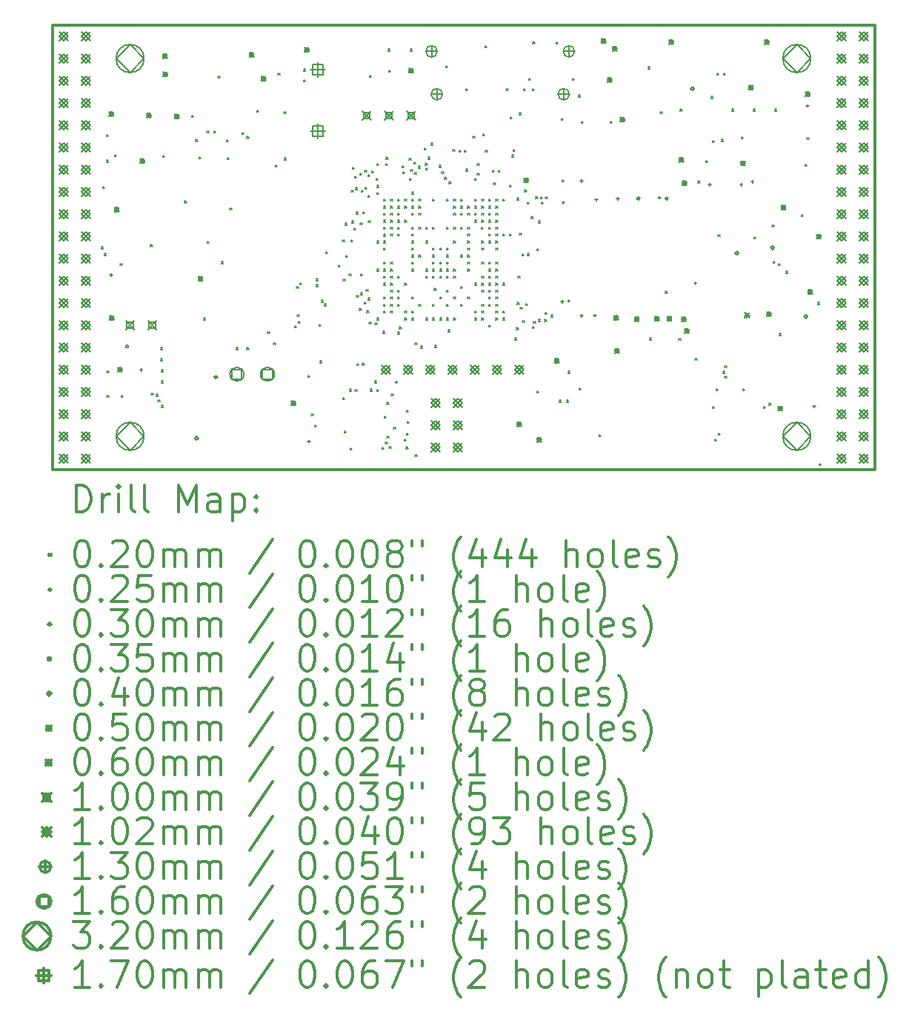
<source format=gbr>
%FSLAX45Y45*%
G04 Gerber Fmt 4.5, Leading zero omitted, Abs format (unit mm)*
G04 Created by KiCad (PCBNEW 5.0.0+dfsg1-2) date Wed Sep  5 19:00:21 2018*
%MOMM*%
%LPD*%
G01*
G04 APERTURE LIST*
%ADD10C,0.300000*%
%ADD11C,0.200000*%
G04 APERTURE END LIST*
D10*
X9410000Y-6142000D02*
X9410000Y-11222000D01*
X18808000Y-6142000D02*
X9410000Y-6142000D01*
X18808000Y-11222000D02*
X18808000Y-6142000D01*
X9410000Y-11222000D02*
X18808000Y-11222000D01*
D11*
X9969000Y-8676600D02*
X9989000Y-8696600D01*
X9989000Y-8676600D02*
X9969000Y-8696600D01*
X9990550Y-7986200D02*
X10010550Y-8006200D01*
X10010550Y-7986200D02*
X9990550Y-8006200D01*
X10007100Y-8752800D02*
X10027100Y-8772800D01*
X10027100Y-8752800D02*
X10007100Y-8772800D01*
X10032500Y-7393900D02*
X10052500Y-7413900D01*
X10052500Y-7393900D02*
X10032500Y-7413900D01*
X10032500Y-7686000D02*
X10052500Y-7706000D01*
X10052500Y-7686000D02*
X10032500Y-7706000D01*
X10035000Y-10094400D02*
X10055000Y-10114400D01*
X10055000Y-10094400D02*
X10035000Y-10114400D01*
X10035000Y-10373800D02*
X10055000Y-10393800D01*
X10055000Y-10373800D02*
X10035000Y-10393800D01*
X10125400Y-7619700D02*
X10145400Y-7639700D01*
X10145400Y-7619700D02*
X10125400Y-7639700D01*
X10187400Y-8868850D02*
X10207400Y-8888850D01*
X10207400Y-8868850D02*
X10187400Y-8888850D01*
X10200100Y-10373800D02*
X10220100Y-10393800D01*
X10220100Y-10373800D02*
X10200100Y-10393800D01*
X10535450Y-8649900D02*
X10555450Y-8669900D01*
X10555450Y-8649900D02*
X10535450Y-8669900D01*
X10543000Y-10348400D02*
X10563000Y-10368400D01*
X10563000Y-10348400D02*
X10543000Y-10368400D01*
X10595970Y-10361643D02*
X10615970Y-10381643D01*
X10615970Y-10361643D02*
X10595970Y-10381643D01*
X10619200Y-10424600D02*
X10639200Y-10444600D01*
X10639200Y-10424600D02*
X10619200Y-10444600D01*
X10650950Y-9827700D02*
X10670950Y-9847700D01*
X10670950Y-9827700D02*
X10650950Y-9847700D01*
X10650950Y-9954700D02*
X10670950Y-9974700D01*
X10670950Y-9954700D02*
X10650950Y-9974700D01*
X10657300Y-10081700D02*
X10677300Y-10101700D01*
X10677300Y-10081700D02*
X10657300Y-10101700D01*
X10657300Y-10208701D02*
X10677300Y-10228701D01*
X10677300Y-10208701D02*
X10657300Y-10228701D01*
X10657300Y-10488100D02*
X10677300Y-10508100D01*
X10677300Y-10488100D02*
X10657300Y-10508100D01*
X10671500Y-7632400D02*
X10691500Y-7652400D01*
X10691500Y-7632400D02*
X10671500Y-7652400D01*
X10924000Y-8151300D02*
X10944000Y-8171300D01*
X10944000Y-8151300D02*
X10924000Y-8171300D01*
X11001700Y-7175200D02*
X11021700Y-7195200D01*
X11021700Y-7175200D02*
X11001700Y-7195200D01*
X11049908Y-7448938D02*
X11069908Y-7468938D01*
X11069908Y-7448938D02*
X11049908Y-7468938D01*
X11090600Y-7645100D02*
X11110600Y-7665100D01*
X11110600Y-7645100D02*
X11090600Y-7665100D01*
X11137400Y-9489400D02*
X11157400Y-9509400D01*
X11157400Y-9489400D02*
X11137400Y-9509400D01*
X11178000Y-7350000D02*
X11198000Y-7370000D01*
X11198000Y-7350000D02*
X11178000Y-7370000D01*
X11179522Y-8615379D02*
X11199522Y-8635379D01*
X11199522Y-8615379D02*
X11179522Y-8635379D01*
X11258000Y-7350000D02*
X11278000Y-7370000D01*
X11278000Y-7350000D02*
X11258000Y-7370000D01*
X11305725Y-6724363D02*
X11325725Y-6744363D01*
X11325725Y-6724363D02*
X11305725Y-6744363D01*
X11344600Y-8845973D02*
X11364600Y-8865973D01*
X11364600Y-8845973D02*
X11344600Y-8865973D01*
X11400408Y-7451220D02*
X11420408Y-7471220D01*
X11420408Y-7451220D02*
X11400408Y-7471220D01*
X11408100Y-7657800D02*
X11428100Y-7677800D01*
X11428100Y-7657800D02*
X11408100Y-7677800D01*
X11441393Y-8230943D02*
X11461393Y-8250943D01*
X11461393Y-8230943D02*
X11441393Y-8250943D01*
X11514550Y-9827700D02*
X11534550Y-9847700D01*
X11534550Y-9827700D02*
X11514550Y-9847700D01*
X11578000Y-7370000D02*
X11598000Y-7390000D01*
X11598000Y-7370000D02*
X11578000Y-7390000D01*
X11633852Y-9827700D02*
X11653852Y-9847700D01*
X11653852Y-9827700D02*
X11633852Y-9847700D01*
X11635200Y-7414700D02*
X11655200Y-7434700D01*
X11655200Y-7414700D02*
X11635200Y-7434700D01*
X11747000Y-7114500D02*
X11767000Y-7134500D01*
X11767000Y-7114500D02*
X11747000Y-7134500D01*
X11870412Y-9644112D02*
X11890412Y-9664112D01*
X11890412Y-9644112D02*
X11870412Y-9664112D01*
X11940000Y-9772000D02*
X11960000Y-9792000D01*
X11960000Y-9772000D02*
X11940000Y-9792000D01*
X11959215Y-7739412D02*
X11979215Y-7759412D01*
X11979215Y-7739412D02*
X11959215Y-7759412D01*
X11990800Y-6690800D02*
X12010800Y-6710800D01*
X12010800Y-6690800D02*
X11990800Y-6710800D01*
X12056498Y-7133651D02*
X12076498Y-7153651D01*
X12076498Y-7133651D02*
X12056498Y-7153651D01*
X12063993Y-7659408D02*
X12083993Y-7679408D01*
X12083993Y-7659408D02*
X12063993Y-7679408D01*
X12182800Y-9575500D02*
X12202800Y-9595500D01*
X12202800Y-9575500D02*
X12182800Y-9595500D01*
X12201657Y-9128657D02*
X12221657Y-9148657D01*
X12221657Y-9128657D02*
X12201657Y-9148657D01*
X12210364Y-9448538D02*
X12230364Y-9468538D01*
X12230364Y-9448538D02*
X12210364Y-9468538D01*
X12220900Y-9524700D02*
X12240900Y-9544700D01*
X12240900Y-9524700D02*
X12220900Y-9544700D01*
X12242096Y-9088217D02*
X12262096Y-9108217D01*
X12262096Y-9088217D02*
X12242096Y-9108217D01*
X12282618Y-6643232D02*
X12302618Y-6663232D01*
X12302618Y-6643232D02*
X12282618Y-6663232D01*
X12284400Y-6768800D02*
X12304400Y-6788800D01*
X12304400Y-6768800D02*
X12284400Y-6788800D01*
X12332545Y-10146435D02*
X12352545Y-10166435D01*
X12352545Y-10146435D02*
X12332545Y-10166435D01*
X12370241Y-10586650D02*
X12390241Y-10606650D01*
X12390241Y-10586650D02*
X12370241Y-10606650D01*
X12410242Y-10710764D02*
X12430242Y-10730764D01*
X12430242Y-10710764D02*
X12410242Y-10730764D01*
X12423701Y-9107100D02*
X12443701Y-9127100D01*
X12443701Y-9107100D02*
X12423701Y-9127100D01*
X12423702Y-9038791D02*
X12443702Y-9058791D01*
X12443702Y-9038791D02*
X12423702Y-9058791D01*
X12460700Y-9561000D02*
X12480700Y-9581000D01*
X12480700Y-9561000D02*
X12460700Y-9581000D01*
X12467050Y-9980100D02*
X12487050Y-10000100D01*
X12487050Y-9980100D02*
X12467050Y-10000100D01*
X12486399Y-9285661D02*
X12506399Y-9305661D01*
X12506399Y-9285661D02*
X12486399Y-9305661D01*
X12519149Y-9329350D02*
X12539149Y-9349350D01*
X12539149Y-9329350D02*
X12519149Y-9349350D01*
X12538837Y-8731087D02*
X12558837Y-8751087D01*
X12558837Y-8731087D02*
X12538837Y-8751087D01*
X12682329Y-8882979D02*
X12702329Y-8902979D01*
X12702329Y-8882979D02*
X12682329Y-8902979D01*
X12727400Y-8595800D02*
X12747400Y-8615800D01*
X12747400Y-8595800D02*
X12727400Y-8615800D01*
X12731909Y-10397773D02*
X12751909Y-10417773D01*
X12751909Y-10397773D02*
X12731909Y-10417773D01*
X12733834Y-9045740D02*
X12753834Y-9065740D01*
X12753834Y-9045740D02*
X12733834Y-9065740D01*
X12748660Y-10777504D02*
X12768660Y-10797504D01*
X12768660Y-10777504D02*
X12748660Y-10797504D01*
X12759150Y-8405300D02*
X12779150Y-8425300D01*
X12779150Y-8405300D02*
X12759150Y-8425300D01*
X12764768Y-8776012D02*
X12784768Y-8796012D01*
X12784768Y-8776012D02*
X12764768Y-8796012D01*
X12803218Y-8983018D02*
X12823218Y-9003018D01*
X12823218Y-8983018D02*
X12803218Y-9003018D01*
X12808750Y-10300900D02*
X12828750Y-10320900D01*
X12828750Y-10300900D02*
X12808750Y-10320900D01*
X12815100Y-10974000D02*
X12835100Y-10994000D01*
X12835100Y-10974000D02*
X12815100Y-10994000D01*
X12824072Y-8596207D02*
X12844072Y-8616207D01*
X12844072Y-8596207D02*
X12824072Y-8616207D01*
X12829000Y-8030650D02*
X12849000Y-8050650D01*
X12849000Y-8030650D02*
X12829000Y-8050650D01*
X12835350Y-8379900D02*
X12855350Y-8399900D01*
X12855350Y-8379900D02*
X12835350Y-8399900D01*
X12841700Y-7765451D02*
X12861700Y-7785451D01*
X12861700Y-7765451D02*
X12841700Y-7785451D01*
X12860114Y-8462438D02*
X12880114Y-8482438D01*
X12880114Y-8462438D02*
X12860114Y-8482438D01*
X12867100Y-7865550D02*
X12887100Y-7885550D01*
X12887100Y-7865550D02*
X12867100Y-7885550D01*
X12870682Y-10308590D02*
X12890682Y-10328590D01*
X12890682Y-10308590D02*
X12870682Y-10328590D01*
X12873450Y-7998900D02*
X12893450Y-8018900D01*
X12893450Y-7998900D02*
X12873450Y-8018900D01*
X12886150Y-8278300D02*
X12906150Y-8298300D01*
X12906150Y-8278300D02*
X12886150Y-8298300D01*
X12886283Y-9229083D02*
X12906283Y-9249083D01*
X12906283Y-9229083D02*
X12886283Y-9249083D01*
X12890520Y-10007480D02*
X12910520Y-10027480D01*
X12910520Y-10007480D02*
X12890520Y-10027480D01*
X12921835Y-9377845D02*
X12941835Y-9397845D01*
X12941835Y-9377845D02*
X12921835Y-9397845D01*
X12924250Y-7833800D02*
X12944250Y-7853800D01*
X12944250Y-7833800D02*
X12924250Y-7853800D01*
X12930501Y-8400852D02*
X12950501Y-8420852D01*
X12950501Y-8400852D02*
X12930501Y-8420852D01*
X12934924Y-8983794D02*
X12954924Y-9003794D01*
X12954924Y-8983794D02*
X12934924Y-9003794D01*
X12935750Y-9202350D02*
X12955750Y-9222350D01*
X12955750Y-9202350D02*
X12935750Y-9222350D01*
X12940751Y-8030650D02*
X12960751Y-8050650D01*
X12960751Y-8030650D02*
X12940751Y-8050650D01*
X12956000Y-10005500D02*
X12976000Y-10025500D01*
X12976000Y-10005500D02*
X12956000Y-10025500D01*
X12962350Y-8273851D02*
X12982350Y-8293851D01*
X12982350Y-8273851D02*
X12962350Y-8293851D01*
X12976189Y-9308896D02*
X12996189Y-9328896D01*
X12996189Y-9308896D02*
X12976189Y-9328896D01*
X12981400Y-7802050D02*
X13001400Y-7822050D01*
X13001400Y-7802050D02*
X12981400Y-7822050D01*
X12984711Y-7994431D02*
X13004711Y-8014431D01*
X13004711Y-7994431D02*
X12984711Y-8014431D01*
X12999250Y-9164250D02*
X13019250Y-9184250D01*
X13019250Y-9164250D02*
X12999250Y-9184250D01*
X13007618Y-9405227D02*
X13027618Y-9425227D01*
X13027618Y-9405227D02*
X13007618Y-9425227D01*
X13018300Y-9259500D02*
X13038300Y-9279500D01*
X13038300Y-9259500D02*
X13018300Y-9279500D01*
X13018305Y-7852464D02*
X13038305Y-7872464D01*
X13038305Y-7852464D02*
X13018305Y-7872464D01*
X13019500Y-8087800D02*
X13039500Y-8107800D01*
X13039500Y-8087800D02*
X13019500Y-8107800D01*
X13023410Y-8375410D02*
X13043410Y-8395410D01*
X13043410Y-8375410D02*
X13023410Y-8395410D01*
X13030548Y-9536431D02*
X13050548Y-9556431D01*
X13050548Y-9536431D02*
X13030548Y-9556431D01*
X13033700Y-6718000D02*
X13053700Y-6738000D01*
X13053700Y-6718000D02*
X13033700Y-6738000D01*
X13043700Y-10300900D02*
X13063700Y-10320900D01*
X13063700Y-10300900D02*
X13043700Y-10320900D01*
X13063950Y-7808400D02*
X13083950Y-7828400D01*
X13083950Y-7808400D02*
X13063950Y-7828400D01*
X13093907Y-10208700D02*
X13113907Y-10228700D01*
X13113907Y-10208700D02*
X13093907Y-10228700D01*
X13098471Y-9546418D02*
X13118471Y-9566418D01*
X13118471Y-9546418D02*
X13098471Y-9566418D01*
X13114818Y-7892343D02*
X13134818Y-7912343D01*
X13134818Y-7892343D02*
X13114818Y-7912343D01*
X13118000Y-8052363D02*
X13138000Y-8072363D01*
X13138000Y-8052363D02*
X13118000Y-8072363D01*
X13118000Y-8610000D02*
X13138000Y-8630000D01*
X13138000Y-8610000D02*
X13118000Y-8630000D01*
X13118000Y-8930000D02*
X13138000Y-8950000D01*
X13138000Y-8930000D02*
X13118000Y-8950000D01*
X13118000Y-9490000D02*
X13138000Y-9510000D01*
X13138000Y-9490000D02*
X13118000Y-9510000D01*
X13118565Y-7722735D02*
X13138565Y-7742735D01*
X13138565Y-7722735D02*
X13118565Y-7742735D01*
X13119785Y-7972345D02*
X13139785Y-7992345D01*
X13139785Y-7972345D02*
X13119785Y-7992345D01*
X13119900Y-10307250D02*
X13139900Y-10327250D01*
X13139900Y-10307250D02*
X13119900Y-10327250D01*
X13178250Y-10964350D02*
X13198250Y-10984350D01*
X13198250Y-10964350D02*
X13178250Y-10984350D01*
X13189750Y-9640500D02*
X13209750Y-9660500D01*
X13209750Y-9640500D02*
X13189750Y-9660500D01*
X13197734Y-9090201D02*
X13217734Y-9110201D01*
X13217734Y-9090201D02*
X13197734Y-9110201D01*
X13198000Y-8130000D02*
X13218000Y-8150000D01*
X13218000Y-8130000D02*
X13198000Y-8150000D01*
X13198000Y-8210000D02*
X13218000Y-8230000D01*
X13218000Y-8210000D02*
X13198000Y-8230000D01*
X13198000Y-8290000D02*
X13218000Y-8310000D01*
X13218000Y-8290000D02*
X13198000Y-8310000D01*
X13198000Y-8370000D02*
X13218000Y-8390000D01*
X13218000Y-8370000D02*
X13198000Y-8390000D01*
X13198000Y-8450000D02*
X13218000Y-8470000D01*
X13218000Y-8450000D02*
X13198000Y-8470000D01*
X13198000Y-8531500D02*
X13218000Y-8551500D01*
X13218000Y-8531500D02*
X13198000Y-8551500D01*
X13198000Y-8610000D02*
X13218000Y-8630000D01*
X13218000Y-8610000D02*
X13198000Y-8630000D01*
X13198000Y-8690000D02*
X13218000Y-8710000D01*
X13218000Y-8690000D02*
X13198000Y-8710000D01*
X13198000Y-8850000D02*
X13218000Y-8870000D01*
X13218000Y-8850000D02*
X13198000Y-8870000D01*
X13198000Y-8930000D02*
X13218000Y-8950000D01*
X13218000Y-8930000D02*
X13198000Y-8950000D01*
X13198000Y-9010000D02*
X13218000Y-9030000D01*
X13218000Y-9010000D02*
X13198000Y-9030000D01*
X13198000Y-9250000D02*
X13218000Y-9270000D01*
X13218000Y-9250000D02*
X13198000Y-9270000D01*
X13198000Y-9330000D02*
X13218000Y-9350000D01*
X13218000Y-9330000D02*
X13198000Y-9350000D01*
X13198000Y-9410000D02*
X13218000Y-9430000D01*
X13218000Y-9410000D02*
X13198000Y-9430000D01*
X13206286Y-10608587D02*
X13226286Y-10628587D01*
X13226286Y-10608587D02*
X13206286Y-10628587D01*
X13217511Y-10908296D02*
X13237511Y-10928296D01*
X13237511Y-10908296D02*
X13217511Y-10928296D01*
X13220903Y-7724256D02*
X13240903Y-7744256D01*
X13240903Y-7724256D02*
X13220903Y-7744256D01*
X13227850Y-7652950D02*
X13247850Y-7672950D01*
X13247850Y-7652950D02*
X13227850Y-7672950D01*
X13234200Y-10453300D02*
X13254200Y-10473300D01*
X13254200Y-10453300D02*
X13234200Y-10473300D01*
X13234200Y-10840650D02*
X13254200Y-10860650D01*
X13254200Y-10840650D02*
X13234200Y-10860650D01*
X13245600Y-6416000D02*
X13265600Y-6436000D01*
X13265600Y-6416000D02*
X13245600Y-6436000D01*
X13258300Y-6657300D02*
X13278300Y-6677300D01*
X13278300Y-6657300D02*
X13258300Y-6677300D01*
X13260800Y-10958000D02*
X13280800Y-10978000D01*
X13280800Y-10958000D02*
X13260800Y-10978000D01*
X13278000Y-8130000D02*
X13298000Y-8150000D01*
X13298000Y-8130000D02*
X13278000Y-8150000D01*
X13278000Y-8210000D02*
X13298000Y-8230000D01*
X13298000Y-8210000D02*
X13278000Y-8230000D01*
X13278000Y-8290000D02*
X13298000Y-8310000D01*
X13298000Y-8290000D02*
X13278000Y-8310000D01*
X13278000Y-8370000D02*
X13298000Y-8390000D01*
X13298000Y-8370000D02*
X13278000Y-8390000D01*
X13278000Y-8450000D02*
X13298000Y-8470000D01*
X13298000Y-8450000D02*
X13278000Y-8470000D01*
X13278000Y-8530000D02*
X13298000Y-8550000D01*
X13298000Y-8530000D02*
X13278000Y-8550000D01*
X13278000Y-8850000D02*
X13298000Y-8870000D01*
X13298000Y-8850000D02*
X13278000Y-8870000D01*
X13278000Y-8930000D02*
X13298000Y-8950000D01*
X13298000Y-8930000D02*
X13278000Y-8950000D01*
X13278000Y-9010000D02*
X13298000Y-9030000D01*
X13298000Y-9010000D02*
X13278000Y-9030000D01*
X13278000Y-9090000D02*
X13298000Y-9110000D01*
X13298000Y-9090000D02*
X13278000Y-9110000D01*
X13278000Y-9170000D02*
X13298000Y-9190000D01*
X13298000Y-9170000D02*
X13278000Y-9190000D01*
X13278000Y-9250000D02*
X13298000Y-9270000D01*
X13298000Y-9250000D02*
X13278000Y-9270000D01*
X13278000Y-9330000D02*
X13298000Y-9350000D01*
X13298000Y-9330000D02*
X13278000Y-9350000D01*
X13278000Y-9410000D02*
X13298000Y-9430000D01*
X13298000Y-9410000D02*
X13278000Y-9430000D01*
X13285000Y-10358050D02*
X13305000Y-10378050D01*
X13305000Y-10358050D02*
X13285000Y-10378050D01*
X13311600Y-10736500D02*
X13331600Y-10756500D01*
X13331600Y-10736500D02*
X13311600Y-10756500D01*
X13358000Y-8130000D02*
X13378000Y-8150000D01*
X13378000Y-8130000D02*
X13358000Y-8150000D01*
X13358000Y-8210000D02*
X13378000Y-8230000D01*
X13378000Y-8210000D02*
X13358000Y-8230000D01*
X13358000Y-8290000D02*
X13378000Y-8310000D01*
X13378000Y-8290000D02*
X13358000Y-8310000D01*
X13358000Y-8370000D02*
X13378000Y-8390000D01*
X13378000Y-8370000D02*
X13358000Y-8390000D01*
X13358000Y-8450000D02*
X13378000Y-8470000D01*
X13378000Y-8450000D02*
X13358000Y-8470000D01*
X13358000Y-8530000D02*
X13378000Y-8550000D01*
X13378000Y-8530000D02*
X13358000Y-8550000D01*
X13358000Y-9010000D02*
X13378000Y-9030000D01*
X13378000Y-9010000D02*
X13358000Y-9030000D01*
X13358000Y-9170000D02*
X13378000Y-9190000D01*
X13378000Y-9170000D02*
X13358000Y-9190000D01*
X13358000Y-9250000D02*
X13378000Y-9270000D01*
X13378000Y-9250000D02*
X13358000Y-9270000D01*
X13358000Y-9330000D02*
X13378000Y-9350000D01*
X13378000Y-9330000D02*
X13358000Y-9350000D01*
X13358000Y-9650000D02*
X13378000Y-9670000D01*
X13378000Y-9650000D02*
X13358000Y-9670000D01*
X13378000Y-9590000D02*
X13398000Y-9610000D01*
X13398000Y-9590000D02*
X13378000Y-9610000D01*
X13411163Y-7748395D02*
X13431163Y-7768395D01*
X13431163Y-7748395D02*
X13411163Y-7768395D01*
X13415020Y-7815418D02*
X13435020Y-7835418D01*
X13435020Y-7815418D02*
X13415020Y-7835418D01*
X13436400Y-10874197D02*
X13456400Y-10894197D01*
X13456400Y-10874197D02*
X13436400Y-10894197D01*
X13438000Y-8130000D02*
X13458000Y-8150000D01*
X13458000Y-8130000D02*
X13438000Y-8150000D01*
X13438000Y-8210000D02*
X13458000Y-8230000D01*
X13458000Y-8210000D02*
X13438000Y-8230000D01*
X13438000Y-8370000D02*
X13458000Y-8390000D01*
X13458000Y-8370000D02*
X13438000Y-8390000D01*
X13438000Y-9090000D02*
X13458000Y-9110000D01*
X13458000Y-9090000D02*
X13438000Y-9110000D01*
X13438000Y-9410000D02*
X13458000Y-9430000D01*
X13458000Y-9410000D02*
X13438000Y-9430000D01*
X13438000Y-9490000D02*
X13458000Y-9510000D01*
X13458000Y-9490000D02*
X13438000Y-9510000D01*
X13453687Y-10961995D02*
X13473687Y-10981995D01*
X13473687Y-10961995D02*
X13453687Y-10981995D01*
X13457587Y-10803159D02*
X13477587Y-10823159D01*
X13477587Y-10803159D02*
X13457587Y-10823159D01*
X13460735Y-10540845D02*
X13480735Y-10560845D01*
X13480735Y-10540845D02*
X13460735Y-10560845D01*
X13465065Y-10671051D02*
X13485065Y-10691051D01*
X13485065Y-10671051D02*
X13465065Y-10691051D01*
X13489399Y-7662350D02*
X13509399Y-7682350D01*
X13509399Y-7662350D02*
X13489399Y-7682350D01*
X13492132Y-7892495D02*
X13512132Y-7912495D01*
X13512132Y-7892495D02*
X13492132Y-7912495D01*
X13499600Y-6416000D02*
X13519600Y-6436000D01*
X13519600Y-6416000D02*
X13499600Y-6436000D01*
X13507250Y-7792650D02*
X13527250Y-7812650D01*
X13527250Y-7792650D02*
X13507250Y-7812650D01*
X13518000Y-8050000D02*
X13538000Y-8070000D01*
X13538000Y-8050000D02*
X13518000Y-8070000D01*
X13518000Y-8130000D02*
X13538000Y-8150000D01*
X13538000Y-8130000D02*
X13518000Y-8150000D01*
X13518000Y-8210000D02*
X13538000Y-8230000D01*
X13538000Y-8210000D02*
X13518000Y-8230000D01*
X13518000Y-8290000D02*
X13538000Y-8310000D01*
X13538000Y-8290000D02*
X13518000Y-8310000D01*
X13518000Y-8450000D02*
X13538000Y-8470000D01*
X13538000Y-8450000D02*
X13518000Y-8470000D01*
X13518000Y-8530000D02*
X13538000Y-8550000D01*
X13538000Y-8530000D02*
X13518000Y-8550000D01*
X13518000Y-8610000D02*
X13538000Y-8630000D01*
X13538000Y-8610000D02*
X13518000Y-8630000D01*
X13518000Y-8690000D02*
X13538000Y-8710000D01*
X13538000Y-8690000D02*
X13518000Y-8710000D01*
X13518000Y-8770000D02*
X13538000Y-8790000D01*
X13538000Y-8770000D02*
X13518000Y-8790000D01*
X13518000Y-8850000D02*
X13538000Y-8870000D01*
X13538000Y-8850000D02*
X13518000Y-8870000D01*
X13518000Y-8930000D02*
X13538000Y-8950000D01*
X13538000Y-8930000D02*
X13518000Y-8950000D01*
X13518000Y-9250000D02*
X13538000Y-9270000D01*
X13538000Y-9250000D02*
X13518000Y-9270000D01*
X13518000Y-9410000D02*
X13538000Y-9430000D01*
X13538000Y-9410000D02*
X13518000Y-9430000D01*
X13518000Y-9490000D02*
X13538000Y-9510000D01*
X13538000Y-9490000D02*
X13518000Y-9510000D01*
X13546550Y-7706800D02*
X13566550Y-7726800D01*
X13566550Y-7706800D02*
X13546550Y-7726800D01*
X13549150Y-7827659D02*
X13569150Y-7847659D01*
X13569150Y-7827659D02*
X13549150Y-7847659D01*
X13555656Y-11051071D02*
X13575656Y-11071071D01*
X13575656Y-11051071D02*
X13555656Y-11071071D01*
X13558000Y-9770000D02*
X13578000Y-9790000D01*
X13578000Y-9770000D02*
X13558000Y-9790000D01*
X13594882Y-7754550D02*
X13614882Y-7774550D01*
X13614882Y-7754550D02*
X13594882Y-7774550D01*
X13598000Y-8130000D02*
X13618000Y-8150000D01*
X13618000Y-8130000D02*
X13598000Y-8150000D01*
X13598000Y-8210000D02*
X13618000Y-8230000D01*
X13618000Y-8210000D02*
X13598000Y-8230000D01*
X13598000Y-8290000D02*
X13618000Y-8310000D01*
X13618000Y-8290000D02*
X13598000Y-8310000D01*
X13598000Y-8450000D02*
X13618000Y-8470000D01*
X13618000Y-8450000D02*
X13598000Y-8470000D01*
X13598000Y-8770000D02*
X13618000Y-8790000D01*
X13618000Y-8770000D02*
X13598000Y-8790000D01*
X13598000Y-9330000D02*
X13618000Y-9350000D01*
X13618000Y-9330000D02*
X13598000Y-9350000D01*
X13618000Y-9810000D02*
X13638000Y-9830000D01*
X13638000Y-9810000D02*
X13618000Y-9830000D01*
X13664259Y-7547941D02*
X13684259Y-7567941D01*
X13684259Y-7547941D02*
X13664259Y-7567941D01*
X13676320Y-7718760D02*
X13696320Y-7738760D01*
X13696320Y-7718760D02*
X13676320Y-7738760D01*
X13678000Y-8450000D02*
X13698000Y-8470000D01*
X13698000Y-8450000D02*
X13678000Y-8470000D01*
X13678000Y-8610000D02*
X13698000Y-8630000D01*
X13698000Y-8610000D02*
X13678000Y-8630000D01*
X13678000Y-8930000D02*
X13698000Y-8950000D01*
X13698000Y-8930000D02*
X13678000Y-8950000D01*
X13678000Y-9010000D02*
X13698000Y-9030000D01*
X13698000Y-9010000D02*
X13678000Y-9030000D01*
X13678000Y-9490000D02*
X13698000Y-9510000D01*
X13698000Y-9490000D02*
X13678000Y-9510000D01*
X13679461Y-7776107D02*
X13699461Y-7796107D01*
X13699461Y-7776107D02*
X13679461Y-7796107D01*
X13707437Y-7652487D02*
X13727437Y-7672487D01*
X13727437Y-7652487D02*
X13707437Y-7672487D01*
X13738000Y-7490000D02*
X13758000Y-7510000D01*
X13758000Y-7490000D02*
X13738000Y-7510000D01*
X13758000Y-8130000D02*
X13778000Y-8150000D01*
X13778000Y-8130000D02*
X13758000Y-8150000D01*
X13758000Y-8450000D02*
X13778000Y-8470000D01*
X13778000Y-8450000D02*
X13758000Y-8470000D01*
X13758000Y-8690000D02*
X13778000Y-8710000D01*
X13778000Y-8690000D02*
X13758000Y-8710000D01*
X13758000Y-8770000D02*
X13778000Y-8790000D01*
X13778000Y-8770000D02*
X13758000Y-8790000D01*
X13758000Y-8850000D02*
X13778000Y-8870000D01*
X13778000Y-8850000D02*
X13758000Y-8870000D01*
X13758000Y-8930000D02*
X13778000Y-8950000D01*
X13778000Y-8930000D02*
X13758000Y-8950000D01*
X13758000Y-9010000D02*
X13778000Y-9030000D01*
X13778000Y-9010000D02*
X13758000Y-9030000D01*
X13758000Y-9330000D02*
X13778000Y-9350000D01*
X13778000Y-9330000D02*
X13758000Y-9350000D01*
X13758000Y-9490000D02*
X13778000Y-9510000D01*
X13778000Y-9490000D02*
X13758000Y-9510000D01*
X13778000Y-9150000D02*
X13798000Y-9170000D01*
X13798000Y-9150000D02*
X13778000Y-9170000D01*
X13781499Y-9802300D02*
X13801499Y-9822300D01*
X13801499Y-9802300D02*
X13781499Y-9822300D01*
X13830592Y-7745154D02*
X13850592Y-7765154D01*
X13850592Y-7745154D02*
X13830592Y-7765154D01*
X13838000Y-8690000D02*
X13858000Y-8710000D01*
X13858000Y-8690000D02*
X13838000Y-8710000D01*
X13838000Y-8850000D02*
X13858000Y-8870000D01*
X13858000Y-8850000D02*
X13838000Y-8870000D01*
X13838000Y-8930000D02*
X13858000Y-8950000D01*
X13858000Y-8930000D02*
X13838000Y-8950000D01*
X13838000Y-9010000D02*
X13858000Y-9030000D01*
X13858000Y-9010000D02*
X13838000Y-9030000D01*
X13838000Y-9250000D02*
X13858000Y-9270000D01*
X13858000Y-9250000D02*
X13838000Y-9270000D01*
X13838000Y-9490000D02*
X13858000Y-9510000D01*
X13858000Y-9490000D02*
X13838000Y-9510000D01*
X13862850Y-7818050D02*
X13882850Y-7838050D01*
X13882850Y-7818050D02*
X13862850Y-7838050D01*
X13894600Y-7881550D02*
X13914600Y-7901550D01*
X13914600Y-7881550D02*
X13894600Y-7901550D01*
X13910000Y-6603700D02*
X13930000Y-6623700D01*
X13930000Y-6603700D02*
X13910000Y-6623700D01*
X13918000Y-8130000D02*
X13938000Y-8150000D01*
X13938000Y-8130000D02*
X13918000Y-8150000D01*
X13918000Y-8450000D02*
X13938000Y-8470000D01*
X13938000Y-8450000D02*
X13918000Y-8470000D01*
X13918000Y-8690000D02*
X13938000Y-8710000D01*
X13938000Y-8690000D02*
X13918000Y-8710000D01*
X13918000Y-8770000D02*
X13938000Y-8790000D01*
X13938000Y-8770000D02*
X13918000Y-8790000D01*
X13918000Y-8850000D02*
X13938000Y-8870000D01*
X13938000Y-8850000D02*
X13918000Y-8870000D01*
X13918000Y-8930000D02*
X13938000Y-8950000D01*
X13938000Y-8930000D02*
X13918000Y-8950000D01*
X13918000Y-9010000D02*
X13938000Y-9030000D01*
X13938000Y-9010000D02*
X13918000Y-9030000D01*
X13918000Y-9170000D02*
X13938000Y-9190000D01*
X13938000Y-9170000D02*
X13918000Y-9190000D01*
X13918000Y-9330000D02*
X13938000Y-9350000D01*
X13938000Y-9330000D02*
X13918000Y-9350000D01*
X13918000Y-9490000D02*
X13938000Y-9510000D01*
X13938000Y-9490000D02*
X13918000Y-9510000D01*
X13933900Y-9624500D02*
X13953900Y-9644500D01*
X13953900Y-9624500D02*
X13933900Y-9644500D01*
X13945400Y-7932350D02*
X13965400Y-7952350D01*
X13965400Y-7932350D02*
X13945400Y-7952350D01*
X13989352Y-7565171D02*
X14009352Y-7585171D01*
X14009352Y-7565171D02*
X13989352Y-7585171D01*
X13996000Y-8292000D02*
X14016000Y-8312000D01*
X14016000Y-8292000D02*
X13996000Y-8312000D01*
X13998000Y-8130000D02*
X14018000Y-8150000D01*
X14018000Y-8130000D02*
X13998000Y-8150000D01*
X13998000Y-8210000D02*
X14018000Y-8230000D01*
X14018000Y-8210000D02*
X13998000Y-8230000D01*
X13998000Y-8450000D02*
X14018000Y-8470000D01*
X14018000Y-8450000D02*
X13998000Y-8470000D01*
X13998000Y-8610000D02*
X14018000Y-8630000D01*
X14018000Y-8610000D02*
X13998000Y-8630000D01*
X13998000Y-8930000D02*
X14018000Y-8950000D01*
X14018000Y-8930000D02*
X13998000Y-8950000D01*
X13998000Y-9010000D02*
X14018000Y-9030000D01*
X14018000Y-9010000D02*
X13998000Y-9030000D01*
X13998000Y-9250000D02*
X14018000Y-9270000D01*
X14018000Y-9250000D02*
X13998000Y-9270000D01*
X13998000Y-9490000D02*
X14018000Y-9510000D01*
X14018000Y-9490000D02*
X13998000Y-9510000D01*
X14058000Y-7570000D02*
X14078000Y-7590000D01*
X14078000Y-7570000D02*
X14058000Y-7590000D01*
X14078000Y-8130000D02*
X14098000Y-8150000D01*
X14098000Y-8130000D02*
X14078000Y-8150000D01*
X14078000Y-8210000D02*
X14098000Y-8230000D01*
X14098000Y-8210000D02*
X14078000Y-8230000D01*
X14078000Y-8290000D02*
X14098000Y-8310000D01*
X14098000Y-8290000D02*
X14078000Y-8310000D01*
X14078000Y-8450000D02*
X14098000Y-8470000D01*
X14098000Y-8450000D02*
X14078000Y-8470000D01*
X14078000Y-8770000D02*
X14098000Y-8790000D01*
X14098000Y-8770000D02*
X14078000Y-8790000D01*
X14078000Y-9130000D02*
X14098000Y-9150000D01*
X14098000Y-9130000D02*
X14078000Y-9150000D01*
X14078000Y-9330000D02*
X14098000Y-9350000D01*
X14098000Y-9330000D02*
X14078000Y-9350000D01*
X14118000Y-7570000D02*
X14138000Y-7590000D01*
X14138000Y-7570000D02*
X14118000Y-7590000D01*
X14135900Y-7786300D02*
X14155900Y-7806300D01*
X14155900Y-7786300D02*
X14135900Y-7806300D01*
X14138000Y-6870000D02*
X14158000Y-6890000D01*
X14158000Y-6870000D02*
X14138000Y-6890000D01*
X14158000Y-8210000D02*
X14178000Y-8230000D01*
X14178000Y-8210000D02*
X14158000Y-8230000D01*
X14158000Y-8290000D02*
X14178000Y-8310000D01*
X14178000Y-8290000D02*
X14158000Y-8310000D01*
X14158000Y-8450000D02*
X14178000Y-8470000D01*
X14178000Y-8450000D02*
X14158000Y-8470000D01*
X14158000Y-8530000D02*
X14178000Y-8550000D01*
X14178000Y-8530000D02*
X14158000Y-8550000D01*
X14158000Y-8610000D02*
X14178000Y-8630000D01*
X14178000Y-8610000D02*
X14158000Y-8630000D01*
X14158000Y-8690000D02*
X14178000Y-8710000D01*
X14178000Y-8690000D02*
X14158000Y-8710000D01*
X14158000Y-8770000D02*
X14178000Y-8790000D01*
X14178000Y-8770000D02*
X14158000Y-8790000D01*
X14158000Y-8850000D02*
X14178000Y-8870000D01*
X14178000Y-8850000D02*
X14158000Y-8870000D01*
X14158000Y-8930000D02*
X14178000Y-8950000D01*
X14178000Y-8930000D02*
X14158000Y-8950000D01*
X14158000Y-9250000D02*
X14178000Y-9270000D01*
X14178000Y-9250000D02*
X14158000Y-9270000D01*
X14218000Y-7410000D02*
X14238000Y-7430000D01*
X14238000Y-7410000D02*
X14218000Y-7430000D01*
X14236000Y-8292000D02*
X14256000Y-8312000D01*
X14256000Y-8292000D02*
X14236000Y-8312000D01*
X14236377Y-7893109D02*
X14256377Y-7913109D01*
X14256377Y-7893109D02*
X14236377Y-7913109D01*
X14238000Y-8130000D02*
X14258000Y-8150000D01*
X14258000Y-8130000D02*
X14238000Y-8150000D01*
X14238000Y-8210000D02*
X14258000Y-8230000D01*
X14258000Y-8210000D02*
X14238000Y-8230000D01*
X14238000Y-8370000D02*
X14258000Y-8390000D01*
X14258000Y-8370000D02*
X14238000Y-8390000D01*
X14238000Y-9090000D02*
X14258000Y-9110000D01*
X14258000Y-9090000D02*
X14238000Y-9110000D01*
X14238000Y-9410000D02*
X14258000Y-9430000D01*
X14258000Y-9410000D02*
X14238000Y-9430000D01*
X14238000Y-9490000D02*
X14258000Y-9510000D01*
X14258000Y-9490000D02*
X14238000Y-9510000D01*
X14267329Y-7833800D02*
X14287329Y-7853800D01*
X14287329Y-7833800D02*
X14267329Y-7853800D01*
X14268583Y-7723660D02*
X14288583Y-7743660D01*
X14288583Y-7723660D02*
X14268583Y-7743660D01*
X14316000Y-8452000D02*
X14336000Y-8472000D01*
X14336000Y-8452000D02*
X14316000Y-8472000D01*
X14318000Y-8130000D02*
X14338000Y-8150000D01*
X14338000Y-8130000D02*
X14318000Y-8150000D01*
X14318000Y-8210000D02*
X14338000Y-8230000D01*
X14338000Y-8210000D02*
X14318000Y-8230000D01*
X14318000Y-8290000D02*
X14338000Y-8310000D01*
X14338000Y-8290000D02*
X14318000Y-8310000D01*
X14318000Y-8370000D02*
X14338000Y-8390000D01*
X14338000Y-8370000D02*
X14318000Y-8390000D01*
X14318000Y-8610000D02*
X14338000Y-8630000D01*
X14338000Y-8610000D02*
X14318000Y-8630000D01*
X14318000Y-8690000D02*
X14338000Y-8710000D01*
X14338000Y-8690000D02*
X14318000Y-8710000D01*
X14318000Y-8850000D02*
X14338000Y-8870000D01*
X14338000Y-8850000D02*
X14318000Y-8870000D01*
X14318000Y-9010000D02*
X14338000Y-9030000D01*
X14338000Y-9010000D02*
X14318000Y-9030000D01*
X14318000Y-9090000D02*
X14338000Y-9110000D01*
X14338000Y-9090000D02*
X14318000Y-9110000D01*
X14318000Y-9170000D02*
X14338000Y-9190000D01*
X14338000Y-9170000D02*
X14318000Y-9190000D01*
X14318000Y-9330000D02*
X14338000Y-9350000D01*
X14338000Y-9330000D02*
X14318000Y-9350000D01*
X14318000Y-9410000D02*
X14338000Y-9430000D01*
X14338000Y-9410000D02*
X14318000Y-9430000D01*
X14318000Y-9490000D02*
X14338000Y-9510000D01*
X14338000Y-9490000D02*
X14318000Y-9510000D01*
X14331863Y-7387513D02*
X14351863Y-7407513D01*
X14351863Y-7387513D02*
X14331863Y-7407513D01*
X14355067Y-6376252D02*
X14375067Y-6396252D01*
X14375067Y-6376252D02*
X14355067Y-6396252D01*
X14360888Y-7571730D02*
X14380888Y-7591730D01*
X14380888Y-7571730D02*
X14360888Y-7591730D01*
X14398000Y-9570000D02*
X14418000Y-9590000D01*
X14418000Y-9570000D02*
X14398000Y-9590000D01*
X14398000Y-8130000D02*
X14418000Y-8150000D01*
X14418000Y-8130000D02*
X14398000Y-8150000D01*
X14398000Y-8210000D02*
X14418000Y-8230000D01*
X14418000Y-8210000D02*
X14398000Y-8230000D01*
X14398000Y-8290000D02*
X14418000Y-8310000D01*
X14418000Y-8290000D02*
X14398000Y-8310000D01*
X14398000Y-8370000D02*
X14418000Y-8390000D01*
X14418000Y-8370000D02*
X14398000Y-8390000D01*
X14398000Y-8450000D02*
X14418000Y-8470000D01*
X14418000Y-8450000D02*
X14398000Y-8470000D01*
X14398000Y-8530000D02*
X14418000Y-8550000D01*
X14418000Y-8530000D02*
X14398000Y-8550000D01*
X14398000Y-8610000D02*
X14418000Y-8630000D01*
X14418000Y-8610000D02*
X14398000Y-8630000D01*
X14398000Y-8850000D02*
X14418000Y-8870000D01*
X14418000Y-8850000D02*
X14398000Y-8870000D01*
X14398000Y-8930000D02*
X14418000Y-8950000D01*
X14418000Y-8930000D02*
X14398000Y-8950000D01*
X14398000Y-9010000D02*
X14418000Y-9030000D01*
X14418000Y-9010000D02*
X14398000Y-9030000D01*
X14398000Y-9090000D02*
X14418000Y-9110000D01*
X14418000Y-9090000D02*
X14398000Y-9110000D01*
X14398000Y-9170000D02*
X14418000Y-9190000D01*
X14418000Y-9170000D02*
X14398000Y-9190000D01*
X14398000Y-9250000D02*
X14418000Y-9270000D01*
X14418000Y-9250000D02*
X14398000Y-9270000D01*
X14398000Y-9330000D02*
X14418000Y-9350000D01*
X14418000Y-9330000D02*
X14398000Y-9350000D01*
X14441900Y-7802050D02*
X14461900Y-7822050D01*
X14461900Y-7802050D02*
X14441900Y-7822050D01*
X14453400Y-7942279D02*
X14473400Y-7962279D01*
X14473400Y-7942279D02*
X14453400Y-7962279D01*
X14478000Y-8130000D02*
X14498000Y-8150000D01*
X14498000Y-8130000D02*
X14478000Y-8150000D01*
X14478000Y-8210000D02*
X14498000Y-8230000D01*
X14498000Y-8210000D02*
X14478000Y-8230000D01*
X14478000Y-8290000D02*
X14498000Y-8310000D01*
X14498000Y-8290000D02*
X14478000Y-8310000D01*
X14478000Y-8370000D02*
X14498000Y-8390000D01*
X14498000Y-8370000D02*
X14478000Y-8390000D01*
X14478000Y-8450000D02*
X14498000Y-8470000D01*
X14498000Y-8450000D02*
X14478000Y-8470000D01*
X14478000Y-8530000D02*
X14498000Y-8550000D01*
X14498000Y-8530000D02*
X14478000Y-8550000D01*
X14478000Y-8610000D02*
X14498000Y-8630000D01*
X14498000Y-8610000D02*
X14478000Y-8630000D01*
X14478000Y-8690000D02*
X14498000Y-8710000D01*
X14498000Y-8690000D02*
X14478000Y-8710000D01*
X14478000Y-8850000D02*
X14498000Y-8870000D01*
X14498000Y-8850000D02*
X14478000Y-8870000D01*
X14478000Y-8930000D02*
X14498000Y-8950000D01*
X14498000Y-8930000D02*
X14478000Y-8950000D01*
X14478000Y-9010000D02*
X14498000Y-9030000D01*
X14498000Y-9010000D02*
X14478000Y-9030000D01*
X14478000Y-9090000D02*
X14498000Y-9110000D01*
X14498000Y-9090000D02*
X14478000Y-9110000D01*
X14478000Y-9170000D02*
X14498000Y-9190000D01*
X14498000Y-9170000D02*
X14478000Y-9190000D01*
X14478000Y-9250000D02*
X14498000Y-9270000D01*
X14498000Y-9250000D02*
X14478000Y-9270000D01*
X14478000Y-9330000D02*
X14498000Y-9350000D01*
X14498000Y-9330000D02*
X14478000Y-9350000D01*
X14478000Y-9410000D02*
X14498000Y-9430000D01*
X14498000Y-9410000D02*
X14478000Y-9430000D01*
X14478000Y-9490000D02*
X14498000Y-9510000D01*
X14498000Y-9490000D02*
X14478000Y-9510000D01*
X14511750Y-7802050D02*
X14531750Y-7822050D01*
X14531750Y-7802050D02*
X14511750Y-7822050D01*
X14558000Y-8130000D02*
X14578000Y-8150000D01*
X14578000Y-8130000D02*
X14558000Y-8150000D01*
X14558000Y-8530000D02*
X14578000Y-8550000D01*
X14578000Y-8530000D02*
X14558000Y-8550000D01*
X14558000Y-9090000D02*
X14578000Y-9110000D01*
X14578000Y-9090000D02*
X14558000Y-9110000D01*
X14558000Y-9410000D02*
X14578000Y-9430000D01*
X14578000Y-9410000D02*
X14558000Y-9430000D01*
X14558000Y-9490000D02*
X14578000Y-9510000D01*
X14578000Y-9490000D02*
X14558000Y-9510000D01*
X14598000Y-6870000D02*
X14618000Y-6890000D01*
X14618000Y-6870000D02*
X14598000Y-6890000D01*
X14638000Y-8530000D02*
X14658000Y-8550000D01*
X14658000Y-8530000D02*
X14638000Y-8550000D01*
X14638141Y-7971938D02*
X14658141Y-7991938D01*
X14658141Y-7971938D02*
X14638141Y-7991938D01*
X14646600Y-7187799D02*
X14666600Y-7207799D01*
X14666600Y-7187799D02*
X14646600Y-7207799D01*
X14660029Y-7625502D02*
X14680029Y-7645502D01*
X14680029Y-7625502D02*
X14660029Y-7645502D01*
X14676850Y-7560750D02*
X14696850Y-7580750D01*
X14696850Y-7560750D02*
X14676850Y-7580750D01*
X14694701Y-9716700D02*
X14714701Y-9736700D01*
X14714701Y-9716700D02*
X14694701Y-9736700D01*
X14718001Y-9600483D02*
X14738001Y-9620483D01*
X14738001Y-9600483D02*
X14718001Y-9620483D01*
X14720100Y-8116500D02*
X14740100Y-8136500D01*
X14740100Y-8116500D02*
X14720100Y-8136500D01*
X14724389Y-9311713D02*
X14744389Y-9331713D01*
X14744389Y-9311713D02*
X14724389Y-9331713D01*
X14733095Y-9013302D02*
X14753095Y-9033302D01*
X14753095Y-9013302D02*
X14733095Y-9033302D01*
X14748200Y-7143450D02*
X14768200Y-7163450D01*
X14768200Y-7143450D02*
X14748200Y-7163450D01*
X14751215Y-8517186D02*
X14771215Y-8537186D01*
X14771215Y-8517186D02*
X14751215Y-8537186D01*
X14760000Y-9366849D02*
X14780000Y-9386849D01*
X14780000Y-9366849D02*
X14760000Y-9386849D01*
X14781079Y-8758342D02*
X14801079Y-8778342D01*
X14801079Y-8758342D02*
X14781079Y-8778342D01*
X14785679Y-9521109D02*
X14805679Y-9541109D01*
X14805679Y-9521109D02*
X14785679Y-9541109D01*
X14795949Y-6870000D02*
X14815949Y-6890000D01*
X14815949Y-6870000D02*
X14795949Y-6890000D01*
X14810200Y-8024300D02*
X14830200Y-8044300D01*
X14830200Y-8024300D02*
X14810200Y-8044300D01*
X14824901Y-9322231D02*
X14844901Y-9342231D01*
X14844901Y-9322231D02*
X14824901Y-9342231D01*
X14838354Y-8752346D02*
X14858354Y-8772346D01*
X14858354Y-8752346D02*
X14838354Y-8772346D01*
X14841950Y-8164000D02*
X14861950Y-8184000D01*
X14861950Y-8164000D02*
X14841950Y-8184000D01*
X14858001Y-6750000D02*
X14878001Y-6770000D01*
X14878001Y-6750000D02*
X14858001Y-6770000D01*
X14886400Y-8329101D02*
X14906400Y-8349101D01*
X14906400Y-8329101D02*
X14886400Y-8349101D01*
X14898000Y-6870000D02*
X14918000Y-6890000D01*
X14918000Y-6870000D02*
X14898000Y-6890000D01*
X14899100Y-9586400D02*
X14919100Y-9606400D01*
X14919100Y-9586400D02*
X14899100Y-9606400D01*
X14903412Y-6332405D02*
X14923412Y-6352405D01*
X14923412Y-6332405D02*
X14903412Y-6352405D01*
X14910600Y-9526200D02*
X14930600Y-9546200D01*
X14930600Y-9526200D02*
X14910600Y-9546200D01*
X14937199Y-8100500D02*
X14957199Y-8120500D01*
X14957199Y-8100500D02*
X14937199Y-8120500D01*
X14947550Y-8699301D02*
X14967550Y-8719301D01*
X14967550Y-8699301D02*
X14947550Y-8719301D01*
X14947728Y-10322085D02*
X14967728Y-10342085D01*
X14967728Y-10322085D02*
X14947728Y-10342085D01*
X14966401Y-8381402D02*
X14986401Y-8401402D01*
X14986401Y-8381402D02*
X14966401Y-8401402D01*
X14967749Y-9507150D02*
X14987749Y-9527150D01*
X14987749Y-9507150D02*
X14967749Y-9527150D01*
X14991381Y-8107272D02*
X15011381Y-8127272D01*
X15011381Y-8107272D02*
X14991381Y-8127272D01*
X15000700Y-8164000D02*
X15020700Y-8184000D01*
X15020700Y-8164000D02*
X15000700Y-8184000D01*
X15037600Y-9507150D02*
X15057600Y-9527150D01*
X15057600Y-9507150D02*
X15037600Y-9527150D01*
X15043950Y-9424600D02*
X15063950Y-9444600D01*
X15063950Y-9424600D02*
X15043950Y-9444600D01*
X15045980Y-8106843D02*
X15065980Y-8126843D01*
X15065980Y-8106843D02*
X15045980Y-8126843D01*
X15109016Y-9455085D02*
X15129016Y-9475085D01*
X15129016Y-9455085D02*
X15109016Y-9475085D01*
X15167300Y-6337000D02*
X15187300Y-6357000D01*
X15187300Y-6337000D02*
X15167300Y-6357000D01*
X15201400Y-10429200D02*
X15221400Y-10449200D01*
X15221400Y-10429200D02*
X15201400Y-10449200D01*
X15230800Y-7206950D02*
X15250800Y-7226950D01*
X15250800Y-7206950D02*
X15230800Y-7226950D01*
X15239707Y-7909347D02*
X15259707Y-7929347D01*
X15259707Y-7909347D02*
X15239707Y-7929347D01*
X15290300Y-10429200D02*
X15310300Y-10449200D01*
X15310300Y-10429200D02*
X15290300Y-10449200D01*
X15303000Y-10099000D02*
X15323000Y-10119000D01*
X15323000Y-10099000D02*
X15303000Y-10119000D01*
X15305500Y-9281600D02*
X15325500Y-9301600D01*
X15325500Y-9281600D02*
X15305500Y-9301600D01*
X15358000Y-6750000D02*
X15378000Y-6770000D01*
X15378000Y-6750000D02*
X15358000Y-6770000D01*
X15421300Y-6940250D02*
X15441300Y-6960250D01*
X15441300Y-6940250D02*
X15421300Y-6960250D01*
X15432558Y-10288777D02*
X15452558Y-10308777D01*
X15452558Y-10288777D02*
X15432558Y-10308777D01*
X15459400Y-7238700D02*
X15479400Y-7258700D01*
X15479400Y-7238700D02*
X15459400Y-7258700D01*
X15662600Y-10820100D02*
X15682600Y-10840100D01*
X15682600Y-10820100D02*
X15662600Y-10840100D01*
X15789600Y-7238700D02*
X15809600Y-7258700D01*
X15809600Y-7238700D02*
X15789600Y-7258700D01*
X16217147Y-6618496D02*
X16237147Y-6638496D01*
X16237147Y-6618496D02*
X16217147Y-6638496D01*
X16234100Y-9717000D02*
X16254100Y-9737000D01*
X16254100Y-9717000D02*
X16234100Y-9737000D01*
X16359090Y-7131693D02*
X16379090Y-7151693D01*
X16379090Y-7131693D02*
X16359090Y-7151693D01*
X16418510Y-9184590D02*
X16438510Y-9204590D01*
X16438510Y-9184590D02*
X16418510Y-9204590D01*
X16570337Y-9724488D02*
X16590337Y-9744488D01*
X16590337Y-9724488D02*
X16570337Y-9744488D01*
X16588200Y-7102746D02*
X16608200Y-7122746D01*
X16608200Y-7102746D02*
X16588200Y-7122746D01*
X16754800Y-9080200D02*
X16774800Y-9100200D01*
X16774800Y-9080200D02*
X16754800Y-9100200D01*
X16758000Y-9950000D02*
X16778000Y-9970000D01*
X16778000Y-9950000D02*
X16758000Y-9970000D01*
X16791400Y-7922700D02*
X16811400Y-7942700D01*
X16811400Y-7922700D02*
X16791400Y-7942700D01*
X16880300Y-7687203D02*
X16900300Y-7707203D01*
X16900300Y-7687203D02*
X16880300Y-7707203D01*
X16941704Y-6958649D02*
X16961704Y-6978649D01*
X16961704Y-6958649D02*
X16941704Y-6978649D01*
X16955300Y-7460651D02*
X16975300Y-7480651D01*
X16975300Y-7460651D02*
X16955300Y-7480651D01*
X16958000Y-10502600D02*
X16978000Y-10522600D01*
X16978000Y-10502600D02*
X16958000Y-10522600D01*
X16983400Y-10870900D02*
X17003400Y-10890900D01*
X17003400Y-10870900D02*
X16983400Y-10890900D01*
X16996100Y-10299400D02*
X17016100Y-10319400D01*
X17016100Y-10299400D02*
X16996100Y-10319400D01*
X17008800Y-6692600D02*
X17028800Y-6712600D01*
X17028800Y-6692600D02*
X17008800Y-6712600D01*
X17020954Y-8534153D02*
X17040954Y-8554153D01*
X17040954Y-8534153D02*
X17020954Y-8554153D01*
X17021500Y-10807400D02*
X17041500Y-10827400D01*
X17041500Y-10807400D02*
X17021500Y-10827400D01*
X17058000Y-7450000D02*
X17078000Y-7470000D01*
X17078000Y-7450000D02*
X17058000Y-7470000D01*
X17075950Y-10097700D02*
X17095950Y-10117700D01*
X17095950Y-10097700D02*
X17075950Y-10117700D01*
X17085000Y-6692600D02*
X17105000Y-6712600D01*
X17105000Y-6692600D02*
X17085000Y-6712600D01*
X17095000Y-10034200D02*
X17115000Y-10054200D01*
X17115000Y-10034200D02*
X17095000Y-10054200D01*
X17095000Y-10152849D02*
X17115000Y-10172849D01*
X17115000Y-10152849D02*
X17095000Y-10172849D01*
X17173900Y-7102746D02*
X17193900Y-7122746D01*
X17193900Y-7102746D02*
X17173900Y-7122746D01*
X17288200Y-7416500D02*
X17308200Y-7436500D01*
X17308200Y-7416500D02*
X17288200Y-7436500D01*
X17300900Y-10299400D02*
X17320900Y-10319400D01*
X17320900Y-10299400D02*
X17300900Y-10319400D01*
X17421312Y-7102746D02*
X17441312Y-7122746D01*
X17441312Y-7102746D02*
X17421312Y-7122746D01*
X17427900Y-8564300D02*
X17447900Y-8584300D01*
X17447900Y-8564300D02*
X17427900Y-8584300D01*
X17540700Y-10500800D02*
X17560700Y-10520800D01*
X17560700Y-10500800D02*
X17540700Y-10520800D01*
X17604200Y-10462700D02*
X17624200Y-10482700D01*
X17624200Y-10462700D02*
X17604200Y-10482700D01*
X17638029Y-8424371D02*
X17658029Y-8444371D01*
X17658029Y-8424371D02*
X17638029Y-8444371D01*
X17650543Y-8840716D02*
X17670543Y-8860716D01*
X17670543Y-8840716D02*
X17650543Y-8860716D01*
X17669708Y-7102746D02*
X17689708Y-7122746D01*
X17689708Y-7102746D02*
X17669708Y-7122746D01*
X17708899Y-8866403D02*
X17728899Y-8886403D01*
X17728899Y-8866403D02*
X17708899Y-8886403D01*
X17718798Y-9667866D02*
X17738798Y-9687866D01*
X17738798Y-9667866D02*
X17718798Y-9687866D01*
X17792200Y-8956000D02*
X17812200Y-8976000D01*
X17812200Y-8956000D02*
X17792200Y-8976000D01*
X17970000Y-8308300D02*
X17990000Y-8328300D01*
X17990000Y-8308300D02*
X17970000Y-8328300D01*
X18015551Y-7730221D02*
X18035551Y-7750221D01*
X18035551Y-7730221D02*
X18015551Y-7750221D01*
X18036000Y-7427400D02*
X18056000Y-7447400D01*
X18056000Y-7427400D02*
X18036000Y-7447400D01*
X18158000Y-9310000D02*
X18178000Y-9330000D01*
X18178000Y-9310000D02*
X18158000Y-9330000D01*
X18177200Y-11150300D02*
X18197200Y-11170300D01*
X18197200Y-11150300D02*
X18177200Y-11170300D01*
X13357629Y-10223262D02*
G75*
G03X13357629Y-10223262I-12700J0D01*
G01*
X10083100Y-8978150D02*
X10083100Y-9008150D01*
X10068100Y-8993150D02*
X10098100Y-8993150D01*
X10426000Y-10064000D02*
X10426000Y-10094000D01*
X10411000Y-10079000D02*
X10441000Y-10079000D01*
X12343700Y-10882200D02*
X12343700Y-10912200D01*
X12328700Y-10897200D02*
X12358700Y-10897200D01*
X15240800Y-9284750D02*
X15240800Y-9314750D01*
X15225800Y-9299750D02*
X15255800Y-9299750D01*
X15251012Y-8154523D02*
X15251012Y-8184523D01*
X15236012Y-8169523D02*
X15266012Y-8169523D01*
X15456700Y-7902852D02*
X15456700Y-7932852D01*
X15441700Y-7917852D02*
X15471700Y-7917852D01*
X15459390Y-9445795D02*
X15459390Y-9475795D01*
X15444390Y-9460795D02*
X15474390Y-9460795D01*
X15609100Y-9443500D02*
X15609100Y-9473500D01*
X15594100Y-9458500D02*
X15624100Y-9458500D01*
X15626277Y-8119937D02*
X15626277Y-8149937D01*
X15611277Y-8134937D02*
X15641277Y-8134937D01*
X15875800Y-8110000D02*
X15875800Y-8140000D01*
X15860800Y-8125000D02*
X15890800Y-8125000D01*
X16345700Y-8097300D02*
X16345700Y-8127300D01*
X16330700Y-8112300D02*
X16360700Y-8112300D01*
X16922050Y-7949450D02*
X16922050Y-7979450D01*
X16907050Y-7964450D02*
X16937050Y-7964450D01*
X17284000Y-7949450D02*
X17284000Y-7979450D01*
X17269000Y-7964450D02*
X17299000Y-7964450D01*
X17411000Y-7911350D02*
X17411000Y-7941350D01*
X17396000Y-7926350D02*
X17426000Y-7926350D01*
X18043500Y-7046000D02*
X18043500Y-7076000D01*
X18028500Y-7061000D02*
X18058500Y-7061000D01*
X18115592Y-10483071D02*
X18115592Y-10513071D01*
X18100592Y-10498071D02*
X18130592Y-10498071D01*
X10274775Y-9826475D02*
X10274775Y-9801726D01*
X10250026Y-9801726D01*
X10250026Y-9826475D01*
X10274775Y-9826475D01*
X11059391Y-10883646D02*
X11079391Y-10863646D01*
X11059391Y-10843646D01*
X11039391Y-10863646D01*
X11059391Y-10883646D01*
X11279458Y-10184408D02*
X11299458Y-10164408D01*
X11279458Y-10144408D01*
X11259458Y-10164408D01*
X11279458Y-10184408D01*
X16109250Y-8143200D02*
X16129250Y-8123200D01*
X16109250Y-8103200D01*
X16089250Y-8123200D01*
X16109250Y-8143200D01*
X16433100Y-8143200D02*
X16453100Y-8123200D01*
X16433100Y-8103200D01*
X16413100Y-8123200D01*
X16433100Y-8143200D01*
X16726700Y-6887700D02*
X16746700Y-6867700D01*
X16726700Y-6847700D01*
X16706700Y-6867700D01*
X16726700Y-6887700D01*
X17234700Y-8767300D02*
X17254700Y-8747300D01*
X17234700Y-8727300D01*
X17214700Y-8747300D01*
X17234700Y-8767300D01*
X17641100Y-8703800D02*
X17661100Y-8683800D01*
X17641100Y-8663800D01*
X17621100Y-8683800D01*
X17641100Y-8703800D01*
X18022100Y-9491200D02*
X18042100Y-9471200D01*
X18022100Y-9451200D01*
X18002100Y-9471200D01*
X18022100Y-9491200D01*
X10060589Y-7132486D02*
X10110589Y-7182486D01*
X10110589Y-7132486D02*
X10060589Y-7182486D01*
X10110589Y-7157486D02*
G75*
G03X10110589Y-7157486I-25000J0D01*
G01*
X10064450Y-9463450D02*
X10114450Y-9513450D01*
X10114450Y-9463450D02*
X10064450Y-9513450D01*
X10114450Y-9488450D02*
G75*
G03X10114450Y-9488450I-25000J0D01*
G01*
X10121600Y-8225200D02*
X10171600Y-8275200D01*
X10171600Y-8225200D02*
X10121600Y-8275200D01*
X10171600Y-8250200D02*
G75*
G03X10171600Y-8250200I-25000J0D01*
G01*
X10159700Y-10054000D02*
X10209700Y-10104000D01*
X10209700Y-10054000D02*
X10159700Y-10104000D01*
X10209700Y-10079000D02*
G75*
G03X10209700Y-10079000I-25000J0D01*
G01*
X10415200Y-7668200D02*
X10465200Y-7718200D01*
X10465200Y-7668200D02*
X10415200Y-7718200D01*
X10465200Y-7693200D02*
G75*
G03X10465200Y-7693200I-25000J0D01*
G01*
X10489900Y-7147701D02*
X10539900Y-7197701D01*
X10539900Y-7147701D02*
X10489900Y-7197701D01*
X10539900Y-7172701D02*
G75*
G03X10539900Y-7172701I-25000J0D01*
G01*
X10672481Y-6470397D02*
X10722481Y-6520397D01*
X10722481Y-6470397D02*
X10672481Y-6520397D01*
X10722481Y-6495397D02*
G75*
G03X10722481Y-6495397I-25000J0D01*
G01*
X10677149Y-6679363D02*
X10727149Y-6729363D01*
X10727149Y-6679363D02*
X10677149Y-6729363D01*
X10727149Y-6704363D02*
G75*
G03X10727149Y-6704363I-25000J0D01*
G01*
X10808900Y-7160200D02*
X10858900Y-7210200D01*
X10858900Y-7160200D02*
X10808900Y-7210200D01*
X10858900Y-7185200D02*
G75*
G03X10858900Y-7185200I-25000J0D01*
G01*
X11077510Y-9016310D02*
X11127510Y-9066310D01*
X11127510Y-9016310D02*
X11077510Y-9066310D01*
X11127510Y-9041310D02*
G75*
G03X11127510Y-9041310I-25000J0D01*
G01*
X11663050Y-6455294D02*
X11713050Y-6505294D01*
X11713050Y-6455294D02*
X11663050Y-6505294D01*
X11713050Y-6480294D02*
G75*
G03X11713050Y-6480294I-25000J0D01*
G01*
X11799500Y-6728400D02*
X11849500Y-6778400D01*
X11849500Y-6728400D02*
X11799500Y-6778400D01*
X11849500Y-6753400D02*
G75*
G03X11849500Y-6753400I-25000J0D01*
G01*
X12142400Y-10436800D02*
X12192400Y-10486800D01*
X12192400Y-10436800D02*
X12142400Y-10486800D01*
X12192400Y-10461800D02*
G75*
G03X12192400Y-10461800I-25000J0D01*
G01*
X12294800Y-6398200D02*
X12344800Y-6448200D01*
X12344800Y-6398200D02*
X12294800Y-6448200D01*
X12344800Y-6423200D02*
G75*
G03X12344800Y-6423200I-25000J0D01*
G01*
X13485559Y-6636662D02*
X13535559Y-6686662D01*
X13535559Y-6636662D02*
X13485559Y-6686662D01*
X13535559Y-6661662D02*
G75*
G03X13535559Y-6661662I-25000J0D01*
G01*
X14720500Y-10678100D02*
X14770500Y-10728100D01*
X14770500Y-10678100D02*
X14720500Y-10728100D01*
X14770500Y-10703100D02*
G75*
G03X14770500Y-10703100I-25000J0D01*
G01*
X14801839Y-7890602D02*
X14851839Y-7940602D01*
X14851839Y-7890602D02*
X14801839Y-7940602D01*
X14851839Y-7915602D02*
G75*
G03X14851839Y-7915602I-25000J0D01*
G01*
X14949100Y-10855900D02*
X14999100Y-10905900D01*
X14999100Y-10855900D02*
X14949100Y-10905900D01*
X14999100Y-10880900D02*
G75*
G03X14999100Y-10880900I-25000J0D01*
G01*
X15150800Y-9952400D02*
X15200800Y-10002400D01*
X15200800Y-9952400D02*
X15150800Y-10002400D01*
X15200800Y-9977400D02*
G75*
G03X15200800Y-9977400I-25000J0D01*
G01*
X15685700Y-6296600D02*
X15735700Y-6346600D01*
X15735700Y-6296600D02*
X15685700Y-6346600D01*
X15735700Y-6321600D02*
G75*
G03X15735700Y-6321600I-25000J0D01*
G01*
X15755757Y-6741927D02*
X15805757Y-6791927D01*
X15805757Y-6741927D02*
X15755757Y-6791927D01*
X15805757Y-6766927D02*
G75*
G03X15805757Y-6766927I-25000J0D01*
G01*
X15812700Y-6385500D02*
X15862700Y-6435500D01*
X15862700Y-6385500D02*
X15812700Y-6435500D01*
X15862700Y-6410500D02*
G75*
G03X15862700Y-6410500I-25000J0D01*
G01*
X15828999Y-9461877D02*
X15878999Y-9511877D01*
X15878999Y-9461877D02*
X15828999Y-9511877D01*
X15878999Y-9486877D02*
G75*
G03X15878999Y-9486877I-25000J0D01*
G01*
X15839500Y-9838500D02*
X15889500Y-9888500D01*
X15889500Y-9838500D02*
X15839500Y-9888500D01*
X15889500Y-9863500D02*
G75*
G03X15889500Y-9863500I-25000J0D01*
G01*
X15901600Y-7195593D02*
X15951600Y-7245593D01*
X15951600Y-7195593D02*
X15901600Y-7245593D01*
X15951600Y-7220593D02*
G75*
G03X15951600Y-7220593I-25000J0D01*
G01*
X16065001Y-9477000D02*
X16115001Y-9527000D01*
X16115001Y-9477000D02*
X16065001Y-9527000D01*
X16115001Y-9502000D02*
G75*
G03X16115001Y-9502000I-25000J0D01*
G01*
X16295300Y-9471600D02*
X16345300Y-9521600D01*
X16345300Y-9471600D02*
X16295300Y-9521600D01*
X16345300Y-9496600D02*
G75*
G03X16345300Y-9496600I-25000J0D01*
G01*
X16437573Y-9473247D02*
X16487573Y-9523247D01*
X16487573Y-9473247D02*
X16437573Y-9523247D01*
X16487573Y-9498247D02*
G75*
G03X16487573Y-9498247I-25000J0D01*
G01*
X16460400Y-6309300D02*
X16510400Y-6359300D01*
X16510400Y-6309300D02*
X16460400Y-6359300D01*
X16510400Y-6334300D02*
G75*
G03X16510400Y-6334300I-25000J0D01*
G01*
X16573200Y-7655104D02*
X16623200Y-7705104D01*
X16623200Y-7655104D02*
X16573200Y-7705104D01*
X16623200Y-7680104D02*
G75*
G03X16623200Y-7680104I-25000J0D01*
G01*
X16603469Y-9477515D02*
X16653469Y-9527515D01*
X16653469Y-9477515D02*
X16603469Y-9527515D01*
X16653469Y-9502515D02*
G75*
G03X16653469Y-9502515I-25000J0D01*
G01*
X16611301Y-7922352D02*
X16661301Y-7972352D01*
X16661301Y-7922352D02*
X16611301Y-7972352D01*
X16661301Y-7947352D02*
G75*
G03X16661301Y-7947352I-25000J0D01*
G01*
X16638200Y-9611300D02*
X16688200Y-9661300D01*
X16688200Y-9611300D02*
X16638200Y-9661300D01*
X16688200Y-9636300D02*
G75*
G03X16688200Y-9636300I-25000J0D01*
G01*
X17278050Y-7696248D02*
X17328050Y-7746248D01*
X17328050Y-7696248D02*
X17278050Y-7746248D01*
X17328050Y-7721248D02*
G75*
G03X17328050Y-7721248I-25000J0D01*
G01*
X17368450Y-6830000D02*
X17418450Y-6880000D01*
X17418450Y-6830000D02*
X17368450Y-6880000D01*
X17418450Y-6855000D02*
G75*
G03X17418450Y-6855000I-25000J0D01*
G01*
X17552600Y-6309300D02*
X17602600Y-6359300D01*
X17602600Y-6309300D02*
X17552600Y-6359300D01*
X17602600Y-6334300D02*
G75*
G03X17602600Y-6334300I-25000J0D01*
G01*
X17576500Y-9419000D02*
X17626500Y-9469000D01*
X17626500Y-9419000D02*
X17576500Y-9469000D01*
X17626500Y-9444000D02*
G75*
G03X17626500Y-9444000I-25000J0D01*
G01*
X17703500Y-10498500D02*
X17753500Y-10548500D01*
X17753500Y-10498500D02*
X17703500Y-10548500D01*
X17753500Y-10523500D02*
G75*
G03X17753500Y-10523500I-25000J0D01*
G01*
X17740844Y-8203135D02*
X17790844Y-8253135D01*
X17790844Y-8203135D02*
X17740844Y-8253135D01*
X17790844Y-8228135D02*
G75*
G03X17790844Y-8228135I-25000J0D01*
G01*
X18019471Y-6904244D02*
X18069471Y-6954244D01*
X18069471Y-6904244D02*
X18019471Y-6954244D01*
X18069471Y-6929244D02*
G75*
G03X18069471Y-6929244I-25000J0D01*
G01*
X18046400Y-9165000D02*
X18096400Y-9215000D01*
X18096400Y-9165000D02*
X18046400Y-9215000D01*
X18096400Y-9190000D02*
G75*
G03X18096400Y-9190000I-25000J0D01*
G01*
X18145500Y-8534600D02*
X18195500Y-8584600D01*
X18195500Y-8534600D02*
X18145500Y-8584600D01*
X18195500Y-8559600D02*
G75*
G03X18195500Y-8559600I-25000J0D01*
G01*
X17319000Y-9428500D02*
X17379000Y-9488500D01*
X17379000Y-9428500D02*
X17319000Y-9488500D01*
X17349000Y-9428500D02*
X17349000Y-9488500D01*
X17319000Y-9458500D02*
X17379000Y-9458500D01*
X10249000Y-9521000D02*
X10349000Y-9621000D01*
X10349000Y-9521000D02*
X10249000Y-9621000D01*
X10334356Y-9606356D02*
X10334356Y-9535644D01*
X10263644Y-9535644D01*
X10263644Y-9606356D01*
X10334356Y-9606356D01*
X10503000Y-9521000D02*
X10603000Y-9621000D01*
X10603000Y-9521000D02*
X10503000Y-9621000D01*
X10588356Y-9606356D02*
X10588356Y-9535644D01*
X10517644Y-9535644D01*
X10517644Y-9606356D01*
X10588356Y-9606356D01*
X12955600Y-7122500D02*
X13055600Y-7222500D01*
X13055600Y-7122500D02*
X12955600Y-7222500D01*
X13040956Y-7207856D02*
X13040956Y-7137144D01*
X12970244Y-7137144D01*
X12970244Y-7207856D01*
X13040956Y-7207856D01*
X13209600Y-7122500D02*
X13309600Y-7222500D01*
X13309600Y-7122500D02*
X13209600Y-7222500D01*
X13294956Y-7207856D02*
X13294956Y-7137144D01*
X13224244Y-7137144D01*
X13224244Y-7207856D01*
X13294956Y-7207856D01*
X13463600Y-7122500D02*
X13563600Y-7222500D01*
X13563600Y-7122500D02*
X13463600Y-7222500D01*
X13548956Y-7207856D02*
X13548956Y-7137144D01*
X13478244Y-7137144D01*
X13478244Y-7207856D01*
X13548956Y-7207856D01*
X13740700Y-10409200D02*
X13842300Y-10510800D01*
X13842300Y-10409200D02*
X13740700Y-10510800D01*
X13791500Y-10510800D02*
X13842300Y-10460000D01*
X13791500Y-10409200D01*
X13740700Y-10460000D01*
X13791500Y-10510800D01*
X13740700Y-10663200D02*
X13842300Y-10764800D01*
X13842300Y-10663200D02*
X13740700Y-10764800D01*
X13791500Y-10764800D02*
X13842300Y-10714000D01*
X13791500Y-10663200D01*
X13740700Y-10714000D01*
X13791500Y-10764800D01*
X13740700Y-10917200D02*
X13842300Y-11018800D01*
X13842300Y-10917200D02*
X13740700Y-11018800D01*
X13791500Y-11018800D02*
X13842300Y-10968000D01*
X13791500Y-10917200D01*
X13740700Y-10968000D01*
X13791500Y-11018800D01*
X13994700Y-10409200D02*
X14096300Y-10510800D01*
X14096300Y-10409200D02*
X13994700Y-10510800D01*
X14045500Y-10510800D02*
X14096300Y-10460000D01*
X14045500Y-10409200D01*
X13994700Y-10460000D01*
X14045500Y-10510800D01*
X13994700Y-10663200D02*
X14096300Y-10764800D01*
X14096300Y-10663200D02*
X13994700Y-10764800D01*
X14045500Y-10764800D02*
X14096300Y-10714000D01*
X14045500Y-10663200D01*
X13994700Y-10714000D01*
X14045500Y-10764800D01*
X13994700Y-10917200D02*
X14096300Y-11018800D01*
X14096300Y-10917200D02*
X13994700Y-11018800D01*
X14045500Y-11018800D02*
X14096300Y-10968000D01*
X14045500Y-10917200D01*
X13994700Y-10968000D01*
X14045500Y-11018800D01*
X9486200Y-6218200D02*
X9587800Y-6319800D01*
X9587800Y-6218200D02*
X9486200Y-6319800D01*
X9537000Y-6319800D02*
X9587800Y-6269000D01*
X9537000Y-6218200D01*
X9486200Y-6269000D01*
X9537000Y-6319800D01*
X9486200Y-6472200D02*
X9587800Y-6573800D01*
X9587800Y-6472200D02*
X9486200Y-6573800D01*
X9537000Y-6573800D02*
X9587800Y-6523000D01*
X9537000Y-6472200D01*
X9486200Y-6523000D01*
X9537000Y-6573800D01*
X9486200Y-6726200D02*
X9587800Y-6827800D01*
X9587800Y-6726200D02*
X9486200Y-6827800D01*
X9537000Y-6827800D02*
X9587800Y-6777000D01*
X9537000Y-6726200D01*
X9486200Y-6777000D01*
X9537000Y-6827800D01*
X9486200Y-6980200D02*
X9587800Y-7081800D01*
X9587800Y-6980200D02*
X9486200Y-7081800D01*
X9537000Y-7081800D02*
X9587800Y-7031000D01*
X9537000Y-6980200D01*
X9486200Y-7031000D01*
X9537000Y-7081800D01*
X9486200Y-7234200D02*
X9587800Y-7335800D01*
X9587800Y-7234200D02*
X9486200Y-7335800D01*
X9537000Y-7335800D02*
X9587800Y-7285000D01*
X9537000Y-7234200D01*
X9486200Y-7285000D01*
X9537000Y-7335800D01*
X9486200Y-7488200D02*
X9587800Y-7589800D01*
X9587800Y-7488200D02*
X9486200Y-7589800D01*
X9537000Y-7589800D02*
X9587800Y-7539000D01*
X9537000Y-7488200D01*
X9486200Y-7539000D01*
X9537000Y-7589800D01*
X9486200Y-7742200D02*
X9587800Y-7843800D01*
X9587800Y-7742200D02*
X9486200Y-7843800D01*
X9537000Y-7843800D02*
X9587800Y-7793000D01*
X9537000Y-7742200D01*
X9486200Y-7793000D01*
X9537000Y-7843800D01*
X9486200Y-7996200D02*
X9587800Y-8097800D01*
X9587800Y-7996200D02*
X9486200Y-8097800D01*
X9537000Y-8097800D02*
X9587800Y-8047000D01*
X9537000Y-7996200D01*
X9486200Y-8047000D01*
X9537000Y-8097800D01*
X9486200Y-8250200D02*
X9587800Y-8351800D01*
X9587800Y-8250200D02*
X9486200Y-8351800D01*
X9537000Y-8351800D02*
X9587800Y-8301000D01*
X9537000Y-8250200D01*
X9486200Y-8301000D01*
X9537000Y-8351800D01*
X9486200Y-8504200D02*
X9587800Y-8605800D01*
X9587800Y-8504200D02*
X9486200Y-8605800D01*
X9537000Y-8605800D02*
X9587800Y-8555000D01*
X9537000Y-8504200D01*
X9486200Y-8555000D01*
X9537000Y-8605800D01*
X9486200Y-8758200D02*
X9587800Y-8859800D01*
X9587800Y-8758200D02*
X9486200Y-8859800D01*
X9537000Y-8859800D02*
X9587800Y-8809000D01*
X9537000Y-8758200D01*
X9486200Y-8809000D01*
X9537000Y-8859800D01*
X9486200Y-9012200D02*
X9587800Y-9113800D01*
X9587800Y-9012200D02*
X9486200Y-9113800D01*
X9537000Y-9113800D02*
X9587800Y-9063000D01*
X9537000Y-9012200D01*
X9486200Y-9063000D01*
X9537000Y-9113800D01*
X9486200Y-9266200D02*
X9587800Y-9367800D01*
X9587800Y-9266200D02*
X9486200Y-9367800D01*
X9537000Y-9367800D02*
X9587800Y-9317000D01*
X9537000Y-9266200D01*
X9486200Y-9317000D01*
X9537000Y-9367800D01*
X9486200Y-9520200D02*
X9587800Y-9621800D01*
X9587800Y-9520200D02*
X9486200Y-9621800D01*
X9537000Y-9621800D02*
X9587800Y-9571000D01*
X9537000Y-9520200D01*
X9486200Y-9571000D01*
X9537000Y-9621800D01*
X9486200Y-9774200D02*
X9587800Y-9875800D01*
X9587800Y-9774200D02*
X9486200Y-9875800D01*
X9537000Y-9875800D02*
X9587800Y-9825000D01*
X9537000Y-9774200D01*
X9486200Y-9825000D01*
X9537000Y-9875800D01*
X9486200Y-10028200D02*
X9587800Y-10129800D01*
X9587800Y-10028200D02*
X9486200Y-10129800D01*
X9537000Y-10129800D02*
X9587800Y-10079000D01*
X9537000Y-10028200D01*
X9486200Y-10079000D01*
X9537000Y-10129800D01*
X9486200Y-10282200D02*
X9587800Y-10383800D01*
X9587800Y-10282200D02*
X9486200Y-10383800D01*
X9537000Y-10383800D02*
X9587800Y-10333000D01*
X9537000Y-10282200D01*
X9486200Y-10333000D01*
X9537000Y-10383800D01*
X9486200Y-10536200D02*
X9587800Y-10637800D01*
X9587800Y-10536200D02*
X9486200Y-10637800D01*
X9537000Y-10637800D02*
X9587800Y-10587000D01*
X9537000Y-10536200D01*
X9486200Y-10587000D01*
X9537000Y-10637800D01*
X9486200Y-10790200D02*
X9587800Y-10891800D01*
X9587800Y-10790200D02*
X9486200Y-10891800D01*
X9537000Y-10891800D02*
X9587800Y-10841000D01*
X9537000Y-10790200D01*
X9486200Y-10841000D01*
X9537000Y-10891800D01*
X9486200Y-11044200D02*
X9587800Y-11145800D01*
X9587800Y-11044200D02*
X9486200Y-11145800D01*
X9537000Y-11145800D02*
X9587800Y-11095000D01*
X9537000Y-11044200D01*
X9486200Y-11095000D01*
X9537000Y-11145800D01*
X9740200Y-6218200D02*
X9841800Y-6319800D01*
X9841800Y-6218200D02*
X9740200Y-6319800D01*
X9791000Y-6319800D02*
X9841800Y-6269000D01*
X9791000Y-6218200D01*
X9740200Y-6269000D01*
X9791000Y-6319800D01*
X9740200Y-6472200D02*
X9841800Y-6573800D01*
X9841800Y-6472200D02*
X9740200Y-6573800D01*
X9791000Y-6573800D02*
X9841800Y-6523000D01*
X9791000Y-6472200D01*
X9740200Y-6523000D01*
X9791000Y-6573800D01*
X9740200Y-6726200D02*
X9841800Y-6827800D01*
X9841800Y-6726200D02*
X9740200Y-6827800D01*
X9791000Y-6827800D02*
X9841800Y-6777000D01*
X9791000Y-6726200D01*
X9740200Y-6777000D01*
X9791000Y-6827800D01*
X9740200Y-6980200D02*
X9841800Y-7081800D01*
X9841800Y-6980200D02*
X9740200Y-7081800D01*
X9791000Y-7081800D02*
X9841800Y-7031000D01*
X9791000Y-6980200D01*
X9740200Y-7031000D01*
X9791000Y-7081800D01*
X9740200Y-7234200D02*
X9841800Y-7335800D01*
X9841800Y-7234200D02*
X9740200Y-7335800D01*
X9791000Y-7335800D02*
X9841800Y-7285000D01*
X9791000Y-7234200D01*
X9740200Y-7285000D01*
X9791000Y-7335800D01*
X9740200Y-7488200D02*
X9841800Y-7589800D01*
X9841800Y-7488200D02*
X9740200Y-7589800D01*
X9791000Y-7589800D02*
X9841800Y-7539000D01*
X9791000Y-7488200D01*
X9740200Y-7539000D01*
X9791000Y-7589800D01*
X9740200Y-7742200D02*
X9841800Y-7843800D01*
X9841800Y-7742200D02*
X9740200Y-7843800D01*
X9791000Y-7843800D02*
X9841800Y-7793000D01*
X9791000Y-7742200D01*
X9740200Y-7793000D01*
X9791000Y-7843800D01*
X9740200Y-7996200D02*
X9841800Y-8097800D01*
X9841800Y-7996200D02*
X9740200Y-8097800D01*
X9791000Y-8097800D02*
X9841800Y-8047000D01*
X9791000Y-7996200D01*
X9740200Y-8047000D01*
X9791000Y-8097800D01*
X9740200Y-8250200D02*
X9841800Y-8351800D01*
X9841800Y-8250200D02*
X9740200Y-8351800D01*
X9791000Y-8351800D02*
X9841800Y-8301000D01*
X9791000Y-8250200D01*
X9740200Y-8301000D01*
X9791000Y-8351800D01*
X9740200Y-8504200D02*
X9841800Y-8605800D01*
X9841800Y-8504200D02*
X9740200Y-8605800D01*
X9791000Y-8605800D02*
X9841800Y-8555000D01*
X9791000Y-8504200D01*
X9740200Y-8555000D01*
X9791000Y-8605800D01*
X9740200Y-8758200D02*
X9841800Y-8859800D01*
X9841800Y-8758200D02*
X9740200Y-8859800D01*
X9791000Y-8859800D02*
X9841800Y-8809000D01*
X9791000Y-8758200D01*
X9740200Y-8809000D01*
X9791000Y-8859800D01*
X9740200Y-9012200D02*
X9841800Y-9113800D01*
X9841800Y-9012200D02*
X9740200Y-9113800D01*
X9791000Y-9113800D02*
X9841800Y-9063000D01*
X9791000Y-9012200D01*
X9740200Y-9063000D01*
X9791000Y-9113800D01*
X9740200Y-9266200D02*
X9841800Y-9367800D01*
X9841800Y-9266200D02*
X9740200Y-9367800D01*
X9791000Y-9367800D02*
X9841800Y-9317000D01*
X9791000Y-9266200D01*
X9740200Y-9317000D01*
X9791000Y-9367800D01*
X9740200Y-9520200D02*
X9841800Y-9621800D01*
X9841800Y-9520200D02*
X9740200Y-9621800D01*
X9791000Y-9621800D02*
X9841800Y-9571000D01*
X9791000Y-9520200D01*
X9740200Y-9571000D01*
X9791000Y-9621800D01*
X9740200Y-9774200D02*
X9841800Y-9875800D01*
X9841800Y-9774200D02*
X9740200Y-9875800D01*
X9791000Y-9875800D02*
X9841800Y-9825000D01*
X9791000Y-9774200D01*
X9740200Y-9825000D01*
X9791000Y-9875800D01*
X9740200Y-10028200D02*
X9841800Y-10129800D01*
X9841800Y-10028200D02*
X9740200Y-10129800D01*
X9791000Y-10129800D02*
X9841800Y-10079000D01*
X9791000Y-10028200D01*
X9740200Y-10079000D01*
X9791000Y-10129800D01*
X9740200Y-10282200D02*
X9841800Y-10383800D01*
X9841800Y-10282200D02*
X9740200Y-10383800D01*
X9791000Y-10383800D02*
X9841800Y-10333000D01*
X9791000Y-10282200D01*
X9740200Y-10333000D01*
X9791000Y-10383800D01*
X9740200Y-10536200D02*
X9841800Y-10637800D01*
X9841800Y-10536200D02*
X9740200Y-10637800D01*
X9791000Y-10637800D02*
X9841800Y-10587000D01*
X9791000Y-10536200D01*
X9740200Y-10587000D01*
X9791000Y-10637800D01*
X9740200Y-10790200D02*
X9841800Y-10891800D01*
X9841800Y-10790200D02*
X9740200Y-10891800D01*
X9791000Y-10891800D02*
X9841800Y-10841000D01*
X9791000Y-10790200D01*
X9740200Y-10841000D01*
X9791000Y-10891800D01*
X9740200Y-11044200D02*
X9841800Y-11145800D01*
X9841800Y-11044200D02*
X9740200Y-11145800D01*
X9791000Y-11145800D02*
X9841800Y-11095000D01*
X9791000Y-11044200D01*
X9740200Y-11095000D01*
X9791000Y-11145800D01*
X13169200Y-10028200D02*
X13270800Y-10129800D01*
X13270800Y-10028200D02*
X13169200Y-10129800D01*
X13220000Y-10129800D02*
X13270800Y-10079000D01*
X13220000Y-10028200D01*
X13169200Y-10079000D01*
X13220000Y-10129800D01*
X13423200Y-10028200D02*
X13524800Y-10129800D01*
X13524800Y-10028200D02*
X13423200Y-10129800D01*
X13474000Y-10129800D02*
X13524800Y-10079000D01*
X13474000Y-10028200D01*
X13423200Y-10079000D01*
X13474000Y-10129800D01*
X13677200Y-10028200D02*
X13778800Y-10129800D01*
X13778800Y-10028200D02*
X13677200Y-10129800D01*
X13728000Y-10129800D02*
X13778800Y-10079000D01*
X13728000Y-10028200D01*
X13677200Y-10079000D01*
X13728000Y-10129800D01*
X13931200Y-10028200D02*
X14032800Y-10129800D01*
X14032800Y-10028200D02*
X13931200Y-10129800D01*
X13982000Y-10129800D02*
X14032800Y-10079000D01*
X13982000Y-10028200D01*
X13931200Y-10079000D01*
X13982000Y-10129800D01*
X14185200Y-10028200D02*
X14286800Y-10129800D01*
X14286800Y-10028200D02*
X14185200Y-10129800D01*
X14236000Y-10129800D02*
X14286800Y-10079000D01*
X14236000Y-10028200D01*
X14185200Y-10079000D01*
X14236000Y-10129800D01*
X14439200Y-10028200D02*
X14540800Y-10129800D01*
X14540800Y-10028200D02*
X14439200Y-10129800D01*
X14490000Y-10129800D02*
X14540800Y-10079000D01*
X14490000Y-10028200D01*
X14439200Y-10079000D01*
X14490000Y-10129800D01*
X14693200Y-10028200D02*
X14794800Y-10129800D01*
X14794800Y-10028200D02*
X14693200Y-10129800D01*
X14744000Y-10129800D02*
X14794800Y-10079000D01*
X14744000Y-10028200D01*
X14693200Y-10079000D01*
X14744000Y-10129800D01*
X18376200Y-6218200D02*
X18477800Y-6319800D01*
X18477800Y-6218200D02*
X18376200Y-6319800D01*
X18427000Y-6319800D02*
X18477800Y-6269000D01*
X18427000Y-6218200D01*
X18376200Y-6269000D01*
X18427000Y-6319800D01*
X18376200Y-6472200D02*
X18477800Y-6573800D01*
X18477800Y-6472200D02*
X18376200Y-6573800D01*
X18427000Y-6573800D02*
X18477800Y-6523000D01*
X18427000Y-6472200D01*
X18376200Y-6523000D01*
X18427000Y-6573800D01*
X18376200Y-6726200D02*
X18477800Y-6827800D01*
X18477800Y-6726200D02*
X18376200Y-6827800D01*
X18427000Y-6827800D02*
X18477800Y-6777000D01*
X18427000Y-6726200D01*
X18376200Y-6777000D01*
X18427000Y-6827800D01*
X18376200Y-6980200D02*
X18477800Y-7081800D01*
X18477800Y-6980200D02*
X18376200Y-7081800D01*
X18427000Y-7081800D02*
X18477800Y-7031000D01*
X18427000Y-6980200D01*
X18376200Y-7031000D01*
X18427000Y-7081800D01*
X18376200Y-7234200D02*
X18477800Y-7335800D01*
X18477800Y-7234200D02*
X18376200Y-7335800D01*
X18427000Y-7335800D02*
X18477800Y-7285000D01*
X18427000Y-7234200D01*
X18376200Y-7285000D01*
X18427000Y-7335800D01*
X18376200Y-7488200D02*
X18477800Y-7589800D01*
X18477800Y-7488200D02*
X18376200Y-7589800D01*
X18427000Y-7589800D02*
X18477800Y-7539000D01*
X18427000Y-7488200D01*
X18376200Y-7539000D01*
X18427000Y-7589800D01*
X18376200Y-7742200D02*
X18477800Y-7843800D01*
X18477800Y-7742200D02*
X18376200Y-7843800D01*
X18427000Y-7843800D02*
X18477800Y-7793000D01*
X18427000Y-7742200D01*
X18376200Y-7793000D01*
X18427000Y-7843800D01*
X18376200Y-7996200D02*
X18477800Y-8097800D01*
X18477800Y-7996200D02*
X18376200Y-8097800D01*
X18427000Y-8097800D02*
X18477800Y-8047000D01*
X18427000Y-7996200D01*
X18376200Y-8047000D01*
X18427000Y-8097800D01*
X18376200Y-8250200D02*
X18477800Y-8351800D01*
X18477800Y-8250200D02*
X18376200Y-8351800D01*
X18427000Y-8351800D02*
X18477800Y-8301000D01*
X18427000Y-8250200D01*
X18376200Y-8301000D01*
X18427000Y-8351800D01*
X18376200Y-8504200D02*
X18477800Y-8605800D01*
X18477800Y-8504200D02*
X18376200Y-8605800D01*
X18427000Y-8605800D02*
X18477800Y-8555000D01*
X18427000Y-8504200D01*
X18376200Y-8555000D01*
X18427000Y-8605800D01*
X18376200Y-8758200D02*
X18477800Y-8859800D01*
X18477800Y-8758200D02*
X18376200Y-8859800D01*
X18427000Y-8859800D02*
X18477800Y-8809000D01*
X18427000Y-8758200D01*
X18376200Y-8809000D01*
X18427000Y-8859800D01*
X18376200Y-9012200D02*
X18477800Y-9113800D01*
X18477800Y-9012200D02*
X18376200Y-9113800D01*
X18427000Y-9113800D02*
X18477800Y-9063000D01*
X18427000Y-9012200D01*
X18376200Y-9063000D01*
X18427000Y-9113800D01*
X18376200Y-9266200D02*
X18477800Y-9367800D01*
X18477800Y-9266200D02*
X18376200Y-9367800D01*
X18427000Y-9367800D02*
X18477800Y-9317000D01*
X18427000Y-9266200D01*
X18376200Y-9317000D01*
X18427000Y-9367800D01*
X18376200Y-9520200D02*
X18477800Y-9621800D01*
X18477800Y-9520200D02*
X18376200Y-9621800D01*
X18427000Y-9621800D02*
X18477800Y-9571000D01*
X18427000Y-9520200D01*
X18376200Y-9571000D01*
X18427000Y-9621800D01*
X18376200Y-9774200D02*
X18477800Y-9875800D01*
X18477800Y-9774200D02*
X18376200Y-9875800D01*
X18427000Y-9875800D02*
X18477800Y-9825000D01*
X18427000Y-9774200D01*
X18376200Y-9825000D01*
X18427000Y-9875800D01*
X18376200Y-10028200D02*
X18477800Y-10129800D01*
X18477800Y-10028200D02*
X18376200Y-10129800D01*
X18427000Y-10129800D02*
X18477800Y-10079000D01*
X18427000Y-10028200D01*
X18376200Y-10079000D01*
X18427000Y-10129800D01*
X18376200Y-10282200D02*
X18477800Y-10383800D01*
X18477800Y-10282200D02*
X18376200Y-10383800D01*
X18427000Y-10383800D02*
X18477800Y-10333000D01*
X18427000Y-10282200D01*
X18376200Y-10333000D01*
X18427000Y-10383800D01*
X18376200Y-10536200D02*
X18477800Y-10637800D01*
X18477800Y-10536200D02*
X18376200Y-10637800D01*
X18427000Y-10637800D02*
X18477800Y-10587000D01*
X18427000Y-10536200D01*
X18376200Y-10587000D01*
X18427000Y-10637800D01*
X18376200Y-10790200D02*
X18477800Y-10891800D01*
X18477800Y-10790200D02*
X18376200Y-10891800D01*
X18427000Y-10891800D02*
X18477800Y-10841000D01*
X18427000Y-10790200D01*
X18376200Y-10841000D01*
X18427000Y-10891800D01*
X18376200Y-11044200D02*
X18477800Y-11145800D01*
X18477800Y-11044200D02*
X18376200Y-11145800D01*
X18427000Y-11145800D02*
X18477800Y-11095000D01*
X18427000Y-11044200D01*
X18376200Y-11095000D01*
X18427000Y-11145800D01*
X18630200Y-6218200D02*
X18731800Y-6319800D01*
X18731800Y-6218200D02*
X18630200Y-6319800D01*
X18681000Y-6319800D02*
X18731800Y-6269000D01*
X18681000Y-6218200D01*
X18630200Y-6269000D01*
X18681000Y-6319800D01*
X18630200Y-6472200D02*
X18731800Y-6573800D01*
X18731800Y-6472200D02*
X18630200Y-6573800D01*
X18681000Y-6573800D02*
X18731800Y-6523000D01*
X18681000Y-6472200D01*
X18630200Y-6523000D01*
X18681000Y-6573800D01*
X18630200Y-6726200D02*
X18731800Y-6827800D01*
X18731800Y-6726200D02*
X18630200Y-6827800D01*
X18681000Y-6827800D02*
X18731800Y-6777000D01*
X18681000Y-6726200D01*
X18630200Y-6777000D01*
X18681000Y-6827800D01*
X18630200Y-6980200D02*
X18731800Y-7081800D01*
X18731800Y-6980200D02*
X18630200Y-7081800D01*
X18681000Y-7081800D02*
X18731800Y-7031000D01*
X18681000Y-6980200D01*
X18630200Y-7031000D01*
X18681000Y-7081800D01*
X18630200Y-7234200D02*
X18731800Y-7335800D01*
X18731800Y-7234200D02*
X18630200Y-7335800D01*
X18681000Y-7335800D02*
X18731800Y-7285000D01*
X18681000Y-7234200D01*
X18630200Y-7285000D01*
X18681000Y-7335800D01*
X18630200Y-7488200D02*
X18731800Y-7589800D01*
X18731800Y-7488200D02*
X18630200Y-7589800D01*
X18681000Y-7589800D02*
X18731800Y-7539000D01*
X18681000Y-7488200D01*
X18630200Y-7539000D01*
X18681000Y-7589800D01*
X18630200Y-7742200D02*
X18731800Y-7843800D01*
X18731800Y-7742200D02*
X18630200Y-7843800D01*
X18681000Y-7843800D02*
X18731800Y-7793000D01*
X18681000Y-7742200D01*
X18630200Y-7793000D01*
X18681000Y-7843800D01*
X18630200Y-7996200D02*
X18731800Y-8097800D01*
X18731800Y-7996200D02*
X18630200Y-8097800D01*
X18681000Y-8097800D02*
X18731800Y-8047000D01*
X18681000Y-7996200D01*
X18630200Y-8047000D01*
X18681000Y-8097800D01*
X18630200Y-8250200D02*
X18731800Y-8351800D01*
X18731800Y-8250200D02*
X18630200Y-8351800D01*
X18681000Y-8351800D02*
X18731800Y-8301000D01*
X18681000Y-8250200D01*
X18630200Y-8301000D01*
X18681000Y-8351800D01*
X18630200Y-8504200D02*
X18731800Y-8605800D01*
X18731800Y-8504200D02*
X18630200Y-8605800D01*
X18681000Y-8605800D02*
X18731800Y-8555000D01*
X18681000Y-8504200D01*
X18630200Y-8555000D01*
X18681000Y-8605800D01*
X18630200Y-8758200D02*
X18731800Y-8859800D01*
X18731800Y-8758200D02*
X18630200Y-8859800D01*
X18681000Y-8859800D02*
X18731800Y-8809000D01*
X18681000Y-8758200D01*
X18630200Y-8809000D01*
X18681000Y-8859800D01*
X18630200Y-9012200D02*
X18731800Y-9113800D01*
X18731800Y-9012200D02*
X18630200Y-9113800D01*
X18681000Y-9113800D02*
X18731800Y-9063000D01*
X18681000Y-9012200D01*
X18630200Y-9063000D01*
X18681000Y-9113800D01*
X18630200Y-9266200D02*
X18731800Y-9367800D01*
X18731800Y-9266200D02*
X18630200Y-9367800D01*
X18681000Y-9367800D02*
X18731800Y-9317000D01*
X18681000Y-9266200D01*
X18630200Y-9317000D01*
X18681000Y-9367800D01*
X18630200Y-9520200D02*
X18731800Y-9621800D01*
X18731800Y-9520200D02*
X18630200Y-9621800D01*
X18681000Y-9621800D02*
X18731800Y-9571000D01*
X18681000Y-9520200D01*
X18630200Y-9571000D01*
X18681000Y-9621800D01*
X18630200Y-9774200D02*
X18731800Y-9875800D01*
X18731800Y-9774200D02*
X18630200Y-9875800D01*
X18681000Y-9875800D02*
X18731800Y-9825000D01*
X18681000Y-9774200D01*
X18630200Y-9825000D01*
X18681000Y-9875800D01*
X18630200Y-10028200D02*
X18731800Y-10129800D01*
X18731800Y-10028200D02*
X18630200Y-10129800D01*
X18681000Y-10129800D02*
X18731800Y-10079000D01*
X18681000Y-10028200D01*
X18630200Y-10079000D01*
X18681000Y-10129800D01*
X18630200Y-10282200D02*
X18731800Y-10383800D01*
X18731800Y-10282200D02*
X18630200Y-10383800D01*
X18681000Y-10383800D02*
X18731800Y-10333000D01*
X18681000Y-10282200D01*
X18630200Y-10333000D01*
X18681000Y-10383800D01*
X18630200Y-10536200D02*
X18731800Y-10637800D01*
X18731800Y-10536200D02*
X18630200Y-10637800D01*
X18681000Y-10637800D02*
X18731800Y-10587000D01*
X18681000Y-10536200D01*
X18630200Y-10587000D01*
X18681000Y-10637800D01*
X18630200Y-10790200D02*
X18731800Y-10891800D01*
X18731800Y-10790200D02*
X18630200Y-10891800D01*
X18681000Y-10891800D02*
X18731800Y-10841000D01*
X18681000Y-10790200D01*
X18630200Y-10841000D01*
X18681000Y-10891800D01*
X18630200Y-11044200D02*
X18731800Y-11145800D01*
X18731800Y-11044200D02*
X18630200Y-11145800D01*
X18681000Y-11145800D02*
X18731800Y-11095000D01*
X18681000Y-11044200D01*
X18630200Y-11095000D01*
X18681000Y-11145800D01*
X13744600Y-6376200D02*
X13744600Y-6506200D01*
X13679600Y-6441200D02*
X13809600Y-6441200D01*
X13809600Y-6441200D02*
G75*
G03X13809600Y-6441200I-65000J0D01*
G01*
X13804600Y-6866200D02*
X13804600Y-6996200D01*
X13739600Y-6931200D02*
X13869600Y-6931200D01*
X13869600Y-6931200D02*
G75*
G03X13869600Y-6931200I-65000J0D01*
G01*
X15254600Y-6866200D02*
X15254600Y-6996200D01*
X15189600Y-6931200D02*
X15319600Y-6931200D01*
X15319600Y-6931200D02*
G75*
G03X15319600Y-6931200I-65000J0D01*
G01*
X15314600Y-6376200D02*
X15314600Y-6506200D01*
X15249600Y-6441200D02*
X15379600Y-6441200D01*
X15379600Y-6441200D02*
G75*
G03X15379600Y-6441200I-65000J0D01*
G01*
X11576269Y-10188169D02*
X11576269Y-10075031D01*
X11463131Y-10075031D01*
X11463131Y-10188169D01*
X11576269Y-10188169D01*
X11599700Y-10131600D02*
G75*
G03X11599700Y-10131600I-80000J0D01*
G01*
X11925519Y-10188169D02*
X11925519Y-10075031D01*
X11812381Y-10075031D01*
X11812381Y-10188169D01*
X11925519Y-10188169D01*
X11948950Y-10131600D02*
G75*
G03X11948950Y-10131600I-80000J0D01*
G01*
X17919000Y-11001000D02*
X18079000Y-10841000D01*
X17919000Y-10681000D01*
X17759000Y-10841000D01*
X17919000Y-11001000D01*
X18079000Y-10841000D02*
G75*
G03X18079000Y-10841000I-160000J0D01*
G01*
X10299000Y-11001000D02*
X10459000Y-10841000D01*
X10299000Y-10681000D01*
X10139000Y-10841000D01*
X10299000Y-11001000D01*
X10459000Y-10841000D02*
G75*
G03X10459000Y-10841000I-160000J0D01*
G01*
X10299000Y-6683000D02*
X10459000Y-6523000D01*
X10299000Y-6363000D01*
X10139000Y-6523000D01*
X10299000Y-6683000D01*
X10459000Y-6523000D02*
G75*
G03X10459000Y-6523000I-160000J0D01*
G01*
X17919000Y-6683000D02*
X18079000Y-6523000D01*
X17919000Y-6363000D01*
X17759000Y-6523000D01*
X17919000Y-6683000D01*
X18079000Y-6523000D02*
G75*
G03X18079000Y-6523000I-160000J0D01*
G01*
X12446800Y-6566800D02*
X12446800Y-6736800D01*
X12361800Y-6651800D02*
X12531800Y-6651800D01*
X12506905Y-6711905D02*
X12506905Y-6591695D01*
X12386695Y-6591695D01*
X12386695Y-6711905D01*
X12506905Y-6711905D01*
X12446800Y-7266800D02*
X12446800Y-7436800D01*
X12361800Y-7351800D02*
X12531800Y-7351800D01*
X12506905Y-7411905D02*
X12506905Y-7291695D01*
X12386695Y-7291695D01*
X12386695Y-7411905D01*
X12506905Y-7411905D01*
D10*
X9681428Y-11702714D02*
X9681428Y-11402714D01*
X9752857Y-11402714D01*
X9795714Y-11417000D01*
X9824286Y-11445571D01*
X9838571Y-11474143D01*
X9852857Y-11531286D01*
X9852857Y-11574143D01*
X9838571Y-11631286D01*
X9824286Y-11659857D01*
X9795714Y-11688429D01*
X9752857Y-11702714D01*
X9681428Y-11702714D01*
X9981428Y-11702714D02*
X9981428Y-11502714D01*
X9981428Y-11559857D02*
X9995714Y-11531286D01*
X10010000Y-11517000D01*
X10038571Y-11502714D01*
X10067143Y-11502714D01*
X10167143Y-11702714D02*
X10167143Y-11502714D01*
X10167143Y-11402714D02*
X10152857Y-11417000D01*
X10167143Y-11431286D01*
X10181428Y-11417000D01*
X10167143Y-11402714D01*
X10167143Y-11431286D01*
X10352857Y-11702714D02*
X10324286Y-11688429D01*
X10310000Y-11659857D01*
X10310000Y-11402714D01*
X10510000Y-11702714D02*
X10481428Y-11688429D01*
X10467143Y-11659857D01*
X10467143Y-11402714D01*
X10852857Y-11702714D02*
X10852857Y-11402714D01*
X10952857Y-11617000D01*
X11052857Y-11402714D01*
X11052857Y-11702714D01*
X11324286Y-11702714D02*
X11324286Y-11545571D01*
X11310000Y-11517000D01*
X11281428Y-11502714D01*
X11224286Y-11502714D01*
X11195714Y-11517000D01*
X11324286Y-11688429D02*
X11295714Y-11702714D01*
X11224286Y-11702714D01*
X11195714Y-11688429D01*
X11181428Y-11659857D01*
X11181428Y-11631286D01*
X11195714Y-11602714D01*
X11224286Y-11588429D01*
X11295714Y-11588429D01*
X11324286Y-11574143D01*
X11467143Y-11502714D02*
X11467143Y-11802714D01*
X11467143Y-11517000D02*
X11495714Y-11502714D01*
X11552857Y-11502714D01*
X11581428Y-11517000D01*
X11595714Y-11531286D01*
X11610000Y-11559857D01*
X11610000Y-11645571D01*
X11595714Y-11674143D01*
X11581428Y-11688429D01*
X11552857Y-11702714D01*
X11495714Y-11702714D01*
X11467143Y-11688429D01*
X11738571Y-11674143D02*
X11752857Y-11688429D01*
X11738571Y-11702714D01*
X11724286Y-11688429D01*
X11738571Y-11674143D01*
X11738571Y-11702714D01*
X11738571Y-11517000D02*
X11752857Y-11531286D01*
X11738571Y-11545571D01*
X11724286Y-11531286D01*
X11738571Y-11517000D01*
X11738571Y-11545571D01*
X9375000Y-12187000D02*
X9395000Y-12207000D01*
X9395000Y-12187000D02*
X9375000Y-12207000D01*
X9738571Y-12032714D02*
X9767143Y-12032714D01*
X9795714Y-12047000D01*
X9810000Y-12061286D01*
X9824286Y-12089857D01*
X9838571Y-12147000D01*
X9838571Y-12218429D01*
X9824286Y-12275571D01*
X9810000Y-12304143D01*
X9795714Y-12318429D01*
X9767143Y-12332714D01*
X9738571Y-12332714D01*
X9710000Y-12318429D01*
X9695714Y-12304143D01*
X9681428Y-12275571D01*
X9667143Y-12218429D01*
X9667143Y-12147000D01*
X9681428Y-12089857D01*
X9695714Y-12061286D01*
X9710000Y-12047000D01*
X9738571Y-12032714D01*
X9967143Y-12304143D02*
X9981428Y-12318429D01*
X9967143Y-12332714D01*
X9952857Y-12318429D01*
X9967143Y-12304143D01*
X9967143Y-12332714D01*
X10095714Y-12061286D02*
X10110000Y-12047000D01*
X10138571Y-12032714D01*
X10210000Y-12032714D01*
X10238571Y-12047000D01*
X10252857Y-12061286D01*
X10267143Y-12089857D01*
X10267143Y-12118429D01*
X10252857Y-12161286D01*
X10081428Y-12332714D01*
X10267143Y-12332714D01*
X10452857Y-12032714D02*
X10481428Y-12032714D01*
X10510000Y-12047000D01*
X10524286Y-12061286D01*
X10538571Y-12089857D01*
X10552857Y-12147000D01*
X10552857Y-12218429D01*
X10538571Y-12275571D01*
X10524286Y-12304143D01*
X10510000Y-12318429D01*
X10481428Y-12332714D01*
X10452857Y-12332714D01*
X10424286Y-12318429D01*
X10410000Y-12304143D01*
X10395714Y-12275571D01*
X10381428Y-12218429D01*
X10381428Y-12147000D01*
X10395714Y-12089857D01*
X10410000Y-12061286D01*
X10424286Y-12047000D01*
X10452857Y-12032714D01*
X10681428Y-12332714D02*
X10681428Y-12132714D01*
X10681428Y-12161286D02*
X10695714Y-12147000D01*
X10724286Y-12132714D01*
X10767143Y-12132714D01*
X10795714Y-12147000D01*
X10810000Y-12175571D01*
X10810000Y-12332714D01*
X10810000Y-12175571D02*
X10824286Y-12147000D01*
X10852857Y-12132714D01*
X10895714Y-12132714D01*
X10924286Y-12147000D01*
X10938571Y-12175571D01*
X10938571Y-12332714D01*
X11081428Y-12332714D02*
X11081428Y-12132714D01*
X11081428Y-12161286D02*
X11095714Y-12147000D01*
X11124286Y-12132714D01*
X11167143Y-12132714D01*
X11195714Y-12147000D01*
X11210000Y-12175571D01*
X11210000Y-12332714D01*
X11210000Y-12175571D02*
X11224286Y-12147000D01*
X11252857Y-12132714D01*
X11295714Y-12132714D01*
X11324286Y-12147000D01*
X11338571Y-12175571D01*
X11338571Y-12332714D01*
X11924286Y-12018429D02*
X11667143Y-12404143D01*
X12310000Y-12032714D02*
X12338571Y-12032714D01*
X12367143Y-12047000D01*
X12381428Y-12061286D01*
X12395714Y-12089857D01*
X12410000Y-12147000D01*
X12410000Y-12218429D01*
X12395714Y-12275571D01*
X12381428Y-12304143D01*
X12367143Y-12318429D01*
X12338571Y-12332714D01*
X12310000Y-12332714D01*
X12281428Y-12318429D01*
X12267143Y-12304143D01*
X12252857Y-12275571D01*
X12238571Y-12218429D01*
X12238571Y-12147000D01*
X12252857Y-12089857D01*
X12267143Y-12061286D01*
X12281428Y-12047000D01*
X12310000Y-12032714D01*
X12538571Y-12304143D02*
X12552857Y-12318429D01*
X12538571Y-12332714D01*
X12524286Y-12318429D01*
X12538571Y-12304143D01*
X12538571Y-12332714D01*
X12738571Y-12032714D02*
X12767143Y-12032714D01*
X12795714Y-12047000D01*
X12810000Y-12061286D01*
X12824286Y-12089857D01*
X12838571Y-12147000D01*
X12838571Y-12218429D01*
X12824286Y-12275571D01*
X12810000Y-12304143D01*
X12795714Y-12318429D01*
X12767143Y-12332714D01*
X12738571Y-12332714D01*
X12710000Y-12318429D01*
X12695714Y-12304143D01*
X12681428Y-12275571D01*
X12667143Y-12218429D01*
X12667143Y-12147000D01*
X12681428Y-12089857D01*
X12695714Y-12061286D01*
X12710000Y-12047000D01*
X12738571Y-12032714D01*
X13024286Y-12032714D02*
X13052857Y-12032714D01*
X13081428Y-12047000D01*
X13095714Y-12061286D01*
X13110000Y-12089857D01*
X13124286Y-12147000D01*
X13124286Y-12218429D01*
X13110000Y-12275571D01*
X13095714Y-12304143D01*
X13081428Y-12318429D01*
X13052857Y-12332714D01*
X13024286Y-12332714D01*
X12995714Y-12318429D01*
X12981428Y-12304143D01*
X12967143Y-12275571D01*
X12952857Y-12218429D01*
X12952857Y-12147000D01*
X12967143Y-12089857D01*
X12981428Y-12061286D01*
X12995714Y-12047000D01*
X13024286Y-12032714D01*
X13295714Y-12161286D02*
X13267143Y-12147000D01*
X13252857Y-12132714D01*
X13238571Y-12104143D01*
X13238571Y-12089857D01*
X13252857Y-12061286D01*
X13267143Y-12047000D01*
X13295714Y-12032714D01*
X13352857Y-12032714D01*
X13381428Y-12047000D01*
X13395714Y-12061286D01*
X13410000Y-12089857D01*
X13410000Y-12104143D01*
X13395714Y-12132714D01*
X13381428Y-12147000D01*
X13352857Y-12161286D01*
X13295714Y-12161286D01*
X13267143Y-12175571D01*
X13252857Y-12189857D01*
X13238571Y-12218429D01*
X13238571Y-12275571D01*
X13252857Y-12304143D01*
X13267143Y-12318429D01*
X13295714Y-12332714D01*
X13352857Y-12332714D01*
X13381428Y-12318429D01*
X13395714Y-12304143D01*
X13410000Y-12275571D01*
X13410000Y-12218429D01*
X13395714Y-12189857D01*
X13381428Y-12175571D01*
X13352857Y-12161286D01*
X13524286Y-12032714D02*
X13524286Y-12089857D01*
X13638571Y-12032714D02*
X13638571Y-12089857D01*
X14081428Y-12447000D02*
X14067143Y-12432714D01*
X14038571Y-12389857D01*
X14024286Y-12361286D01*
X14010000Y-12318429D01*
X13995714Y-12247000D01*
X13995714Y-12189857D01*
X14010000Y-12118429D01*
X14024286Y-12075571D01*
X14038571Y-12047000D01*
X14067143Y-12004143D01*
X14081428Y-11989857D01*
X14324286Y-12132714D02*
X14324286Y-12332714D01*
X14252857Y-12018429D02*
X14181428Y-12232714D01*
X14367143Y-12232714D01*
X14610000Y-12132714D02*
X14610000Y-12332714D01*
X14538571Y-12018429D02*
X14467143Y-12232714D01*
X14652857Y-12232714D01*
X14895714Y-12132714D02*
X14895714Y-12332714D01*
X14824286Y-12018429D02*
X14752857Y-12232714D01*
X14938571Y-12232714D01*
X15281428Y-12332714D02*
X15281428Y-12032714D01*
X15410000Y-12332714D02*
X15410000Y-12175571D01*
X15395714Y-12147000D01*
X15367143Y-12132714D01*
X15324286Y-12132714D01*
X15295714Y-12147000D01*
X15281428Y-12161286D01*
X15595714Y-12332714D02*
X15567143Y-12318429D01*
X15552857Y-12304143D01*
X15538571Y-12275571D01*
X15538571Y-12189857D01*
X15552857Y-12161286D01*
X15567143Y-12147000D01*
X15595714Y-12132714D01*
X15638571Y-12132714D01*
X15667143Y-12147000D01*
X15681428Y-12161286D01*
X15695714Y-12189857D01*
X15695714Y-12275571D01*
X15681428Y-12304143D01*
X15667143Y-12318429D01*
X15638571Y-12332714D01*
X15595714Y-12332714D01*
X15867143Y-12332714D02*
X15838571Y-12318429D01*
X15824286Y-12289857D01*
X15824286Y-12032714D01*
X16095714Y-12318429D02*
X16067143Y-12332714D01*
X16010000Y-12332714D01*
X15981428Y-12318429D01*
X15967143Y-12289857D01*
X15967143Y-12175571D01*
X15981428Y-12147000D01*
X16010000Y-12132714D01*
X16067143Y-12132714D01*
X16095714Y-12147000D01*
X16110000Y-12175571D01*
X16110000Y-12204143D01*
X15967143Y-12232714D01*
X16224286Y-12318429D02*
X16252857Y-12332714D01*
X16310000Y-12332714D01*
X16338571Y-12318429D01*
X16352857Y-12289857D01*
X16352857Y-12275571D01*
X16338571Y-12247000D01*
X16310000Y-12232714D01*
X16267143Y-12232714D01*
X16238571Y-12218429D01*
X16224286Y-12189857D01*
X16224286Y-12175571D01*
X16238571Y-12147000D01*
X16267143Y-12132714D01*
X16310000Y-12132714D01*
X16338571Y-12147000D01*
X16452857Y-12447000D02*
X16467143Y-12432714D01*
X16495714Y-12389857D01*
X16510000Y-12361286D01*
X16524286Y-12318429D01*
X16538571Y-12247000D01*
X16538571Y-12189857D01*
X16524286Y-12118429D01*
X16510000Y-12075571D01*
X16495714Y-12047000D01*
X16467143Y-12004143D01*
X16452857Y-11989857D01*
X9395000Y-12593000D02*
G75*
G03X9395000Y-12593000I-12700J0D01*
G01*
X9738571Y-12428714D02*
X9767143Y-12428714D01*
X9795714Y-12443000D01*
X9810000Y-12457286D01*
X9824286Y-12485857D01*
X9838571Y-12543000D01*
X9838571Y-12614429D01*
X9824286Y-12671571D01*
X9810000Y-12700143D01*
X9795714Y-12714429D01*
X9767143Y-12728714D01*
X9738571Y-12728714D01*
X9710000Y-12714429D01*
X9695714Y-12700143D01*
X9681428Y-12671571D01*
X9667143Y-12614429D01*
X9667143Y-12543000D01*
X9681428Y-12485857D01*
X9695714Y-12457286D01*
X9710000Y-12443000D01*
X9738571Y-12428714D01*
X9967143Y-12700143D02*
X9981428Y-12714429D01*
X9967143Y-12728714D01*
X9952857Y-12714429D01*
X9967143Y-12700143D01*
X9967143Y-12728714D01*
X10095714Y-12457286D02*
X10110000Y-12443000D01*
X10138571Y-12428714D01*
X10210000Y-12428714D01*
X10238571Y-12443000D01*
X10252857Y-12457286D01*
X10267143Y-12485857D01*
X10267143Y-12514429D01*
X10252857Y-12557286D01*
X10081428Y-12728714D01*
X10267143Y-12728714D01*
X10538571Y-12428714D02*
X10395714Y-12428714D01*
X10381428Y-12571571D01*
X10395714Y-12557286D01*
X10424286Y-12543000D01*
X10495714Y-12543000D01*
X10524286Y-12557286D01*
X10538571Y-12571571D01*
X10552857Y-12600143D01*
X10552857Y-12671571D01*
X10538571Y-12700143D01*
X10524286Y-12714429D01*
X10495714Y-12728714D01*
X10424286Y-12728714D01*
X10395714Y-12714429D01*
X10381428Y-12700143D01*
X10681428Y-12728714D02*
X10681428Y-12528714D01*
X10681428Y-12557286D02*
X10695714Y-12543000D01*
X10724286Y-12528714D01*
X10767143Y-12528714D01*
X10795714Y-12543000D01*
X10810000Y-12571571D01*
X10810000Y-12728714D01*
X10810000Y-12571571D02*
X10824286Y-12543000D01*
X10852857Y-12528714D01*
X10895714Y-12528714D01*
X10924286Y-12543000D01*
X10938571Y-12571571D01*
X10938571Y-12728714D01*
X11081428Y-12728714D02*
X11081428Y-12528714D01*
X11081428Y-12557286D02*
X11095714Y-12543000D01*
X11124286Y-12528714D01*
X11167143Y-12528714D01*
X11195714Y-12543000D01*
X11210000Y-12571571D01*
X11210000Y-12728714D01*
X11210000Y-12571571D02*
X11224286Y-12543000D01*
X11252857Y-12528714D01*
X11295714Y-12528714D01*
X11324286Y-12543000D01*
X11338571Y-12571571D01*
X11338571Y-12728714D01*
X11924286Y-12414429D02*
X11667143Y-12800143D01*
X12310000Y-12428714D02*
X12338571Y-12428714D01*
X12367143Y-12443000D01*
X12381428Y-12457286D01*
X12395714Y-12485857D01*
X12410000Y-12543000D01*
X12410000Y-12614429D01*
X12395714Y-12671571D01*
X12381428Y-12700143D01*
X12367143Y-12714429D01*
X12338571Y-12728714D01*
X12310000Y-12728714D01*
X12281428Y-12714429D01*
X12267143Y-12700143D01*
X12252857Y-12671571D01*
X12238571Y-12614429D01*
X12238571Y-12543000D01*
X12252857Y-12485857D01*
X12267143Y-12457286D01*
X12281428Y-12443000D01*
X12310000Y-12428714D01*
X12538571Y-12700143D02*
X12552857Y-12714429D01*
X12538571Y-12728714D01*
X12524286Y-12714429D01*
X12538571Y-12700143D01*
X12538571Y-12728714D01*
X12738571Y-12428714D02*
X12767143Y-12428714D01*
X12795714Y-12443000D01*
X12810000Y-12457286D01*
X12824286Y-12485857D01*
X12838571Y-12543000D01*
X12838571Y-12614429D01*
X12824286Y-12671571D01*
X12810000Y-12700143D01*
X12795714Y-12714429D01*
X12767143Y-12728714D01*
X12738571Y-12728714D01*
X12710000Y-12714429D01*
X12695714Y-12700143D01*
X12681428Y-12671571D01*
X12667143Y-12614429D01*
X12667143Y-12543000D01*
X12681428Y-12485857D01*
X12695714Y-12457286D01*
X12710000Y-12443000D01*
X12738571Y-12428714D01*
X13124286Y-12728714D02*
X12952857Y-12728714D01*
X13038571Y-12728714D02*
X13038571Y-12428714D01*
X13010000Y-12471571D01*
X12981428Y-12500143D01*
X12952857Y-12514429D01*
X13310000Y-12428714D02*
X13338571Y-12428714D01*
X13367143Y-12443000D01*
X13381428Y-12457286D01*
X13395714Y-12485857D01*
X13410000Y-12543000D01*
X13410000Y-12614429D01*
X13395714Y-12671571D01*
X13381428Y-12700143D01*
X13367143Y-12714429D01*
X13338571Y-12728714D01*
X13310000Y-12728714D01*
X13281428Y-12714429D01*
X13267143Y-12700143D01*
X13252857Y-12671571D01*
X13238571Y-12614429D01*
X13238571Y-12543000D01*
X13252857Y-12485857D01*
X13267143Y-12457286D01*
X13281428Y-12443000D01*
X13310000Y-12428714D01*
X13524286Y-12428714D02*
X13524286Y-12485857D01*
X13638571Y-12428714D02*
X13638571Y-12485857D01*
X14081428Y-12843000D02*
X14067143Y-12828714D01*
X14038571Y-12785857D01*
X14024286Y-12757286D01*
X14010000Y-12714429D01*
X13995714Y-12643000D01*
X13995714Y-12585857D01*
X14010000Y-12514429D01*
X14024286Y-12471571D01*
X14038571Y-12443000D01*
X14067143Y-12400143D01*
X14081428Y-12385857D01*
X14352857Y-12728714D02*
X14181428Y-12728714D01*
X14267143Y-12728714D02*
X14267143Y-12428714D01*
X14238571Y-12471571D01*
X14210000Y-12500143D01*
X14181428Y-12514429D01*
X14710000Y-12728714D02*
X14710000Y-12428714D01*
X14838571Y-12728714D02*
X14838571Y-12571571D01*
X14824286Y-12543000D01*
X14795714Y-12528714D01*
X14752857Y-12528714D01*
X14724286Y-12543000D01*
X14710000Y-12557286D01*
X15024286Y-12728714D02*
X14995714Y-12714429D01*
X14981428Y-12700143D01*
X14967143Y-12671571D01*
X14967143Y-12585857D01*
X14981428Y-12557286D01*
X14995714Y-12543000D01*
X15024286Y-12528714D01*
X15067143Y-12528714D01*
X15095714Y-12543000D01*
X15110000Y-12557286D01*
X15124286Y-12585857D01*
X15124286Y-12671571D01*
X15110000Y-12700143D01*
X15095714Y-12714429D01*
X15067143Y-12728714D01*
X15024286Y-12728714D01*
X15295714Y-12728714D02*
X15267143Y-12714429D01*
X15252857Y-12685857D01*
X15252857Y-12428714D01*
X15524286Y-12714429D02*
X15495714Y-12728714D01*
X15438571Y-12728714D01*
X15410000Y-12714429D01*
X15395714Y-12685857D01*
X15395714Y-12571571D01*
X15410000Y-12543000D01*
X15438571Y-12528714D01*
X15495714Y-12528714D01*
X15524286Y-12543000D01*
X15538571Y-12571571D01*
X15538571Y-12600143D01*
X15395714Y-12628714D01*
X15638571Y-12843000D02*
X15652857Y-12828714D01*
X15681428Y-12785857D01*
X15695714Y-12757286D01*
X15710000Y-12714429D01*
X15724286Y-12643000D01*
X15724286Y-12585857D01*
X15710000Y-12514429D01*
X15695714Y-12471571D01*
X15681428Y-12443000D01*
X15652857Y-12400143D01*
X15638571Y-12385857D01*
X9380000Y-12974000D02*
X9380000Y-13004000D01*
X9365000Y-12989000D02*
X9395000Y-12989000D01*
X9738571Y-12824714D02*
X9767143Y-12824714D01*
X9795714Y-12839000D01*
X9810000Y-12853286D01*
X9824286Y-12881857D01*
X9838571Y-12939000D01*
X9838571Y-13010429D01*
X9824286Y-13067571D01*
X9810000Y-13096143D01*
X9795714Y-13110429D01*
X9767143Y-13124714D01*
X9738571Y-13124714D01*
X9710000Y-13110429D01*
X9695714Y-13096143D01*
X9681428Y-13067571D01*
X9667143Y-13010429D01*
X9667143Y-12939000D01*
X9681428Y-12881857D01*
X9695714Y-12853286D01*
X9710000Y-12839000D01*
X9738571Y-12824714D01*
X9967143Y-13096143D02*
X9981428Y-13110429D01*
X9967143Y-13124714D01*
X9952857Y-13110429D01*
X9967143Y-13096143D01*
X9967143Y-13124714D01*
X10081428Y-12824714D02*
X10267143Y-12824714D01*
X10167143Y-12939000D01*
X10210000Y-12939000D01*
X10238571Y-12953286D01*
X10252857Y-12967571D01*
X10267143Y-12996143D01*
X10267143Y-13067571D01*
X10252857Y-13096143D01*
X10238571Y-13110429D01*
X10210000Y-13124714D01*
X10124286Y-13124714D01*
X10095714Y-13110429D01*
X10081428Y-13096143D01*
X10452857Y-12824714D02*
X10481428Y-12824714D01*
X10510000Y-12839000D01*
X10524286Y-12853286D01*
X10538571Y-12881857D01*
X10552857Y-12939000D01*
X10552857Y-13010429D01*
X10538571Y-13067571D01*
X10524286Y-13096143D01*
X10510000Y-13110429D01*
X10481428Y-13124714D01*
X10452857Y-13124714D01*
X10424286Y-13110429D01*
X10410000Y-13096143D01*
X10395714Y-13067571D01*
X10381428Y-13010429D01*
X10381428Y-12939000D01*
X10395714Y-12881857D01*
X10410000Y-12853286D01*
X10424286Y-12839000D01*
X10452857Y-12824714D01*
X10681428Y-13124714D02*
X10681428Y-12924714D01*
X10681428Y-12953286D02*
X10695714Y-12939000D01*
X10724286Y-12924714D01*
X10767143Y-12924714D01*
X10795714Y-12939000D01*
X10810000Y-12967571D01*
X10810000Y-13124714D01*
X10810000Y-12967571D02*
X10824286Y-12939000D01*
X10852857Y-12924714D01*
X10895714Y-12924714D01*
X10924286Y-12939000D01*
X10938571Y-12967571D01*
X10938571Y-13124714D01*
X11081428Y-13124714D02*
X11081428Y-12924714D01*
X11081428Y-12953286D02*
X11095714Y-12939000D01*
X11124286Y-12924714D01*
X11167143Y-12924714D01*
X11195714Y-12939000D01*
X11210000Y-12967571D01*
X11210000Y-13124714D01*
X11210000Y-12967571D02*
X11224286Y-12939000D01*
X11252857Y-12924714D01*
X11295714Y-12924714D01*
X11324286Y-12939000D01*
X11338571Y-12967571D01*
X11338571Y-13124714D01*
X11924286Y-12810429D02*
X11667143Y-13196143D01*
X12310000Y-12824714D02*
X12338571Y-12824714D01*
X12367143Y-12839000D01*
X12381428Y-12853286D01*
X12395714Y-12881857D01*
X12410000Y-12939000D01*
X12410000Y-13010429D01*
X12395714Y-13067571D01*
X12381428Y-13096143D01*
X12367143Y-13110429D01*
X12338571Y-13124714D01*
X12310000Y-13124714D01*
X12281428Y-13110429D01*
X12267143Y-13096143D01*
X12252857Y-13067571D01*
X12238571Y-13010429D01*
X12238571Y-12939000D01*
X12252857Y-12881857D01*
X12267143Y-12853286D01*
X12281428Y-12839000D01*
X12310000Y-12824714D01*
X12538571Y-13096143D02*
X12552857Y-13110429D01*
X12538571Y-13124714D01*
X12524286Y-13110429D01*
X12538571Y-13096143D01*
X12538571Y-13124714D01*
X12738571Y-12824714D02*
X12767143Y-12824714D01*
X12795714Y-12839000D01*
X12810000Y-12853286D01*
X12824286Y-12881857D01*
X12838571Y-12939000D01*
X12838571Y-13010429D01*
X12824286Y-13067571D01*
X12810000Y-13096143D01*
X12795714Y-13110429D01*
X12767143Y-13124714D01*
X12738571Y-13124714D01*
X12710000Y-13110429D01*
X12695714Y-13096143D01*
X12681428Y-13067571D01*
X12667143Y-13010429D01*
X12667143Y-12939000D01*
X12681428Y-12881857D01*
X12695714Y-12853286D01*
X12710000Y-12839000D01*
X12738571Y-12824714D01*
X13124286Y-13124714D02*
X12952857Y-13124714D01*
X13038571Y-13124714D02*
X13038571Y-12824714D01*
X13010000Y-12867571D01*
X12981428Y-12896143D01*
X12952857Y-12910429D01*
X13238571Y-12853286D02*
X13252857Y-12839000D01*
X13281428Y-12824714D01*
X13352857Y-12824714D01*
X13381428Y-12839000D01*
X13395714Y-12853286D01*
X13410000Y-12881857D01*
X13410000Y-12910429D01*
X13395714Y-12953286D01*
X13224286Y-13124714D01*
X13410000Y-13124714D01*
X13524286Y-12824714D02*
X13524286Y-12881857D01*
X13638571Y-12824714D02*
X13638571Y-12881857D01*
X14081428Y-13239000D02*
X14067143Y-13224714D01*
X14038571Y-13181857D01*
X14024286Y-13153286D01*
X14010000Y-13110429D01*
X13995714Y-13039000D01*
X13995714Y-12981857D01*
X14010000Y-12910429D01*
X14024286Y-12867571D01*
X14038571Y-12839000D01*
X14067143Y-12796143D01*
X14081428Y-12781857D01*
X14352857Y-13124714D02*
X14181428Y-13124714D01*
X14267143Y-13124714D02*
X14267143Y-12824714D01*
X14238571Y-12867571D01*
X14210000Y-12896143D01*
X14181428Y-12910429D01*
X14610000Y-12824714D02*
X14552857Y-12824714D01*
X14524286Y-12839000D01*
X14510000Y-12853286D01*
X14481428Y-12896143D01*
X14467143Y-12953286D01*
X14467143Y-13067571D01*
X14481428Y-13096143D01*
X14495714Y-13110429D01*
X14524286Y-13124714D01*
X14581428Y-13124714D01*
X14610000Y-13110429D01*
X14624286Y-13096143D01*
X14638571Y-13067571D01*
X14638571Y-12996143D01*
X14624286Y-12967571D01*
X14610000Y-12953286D01*
X14581428Y-12939000D01*
X14524286Y-12939000D01*
X14495714Y-12953286D01*
X14481428Y-12967571D01*
X14467143Y-12996143D01*
X14995714Y-13124714D02*
X14995714Y-12824714D01*
X15124286Y-13124714D02*
X15124286Y-12967571D01*
X15110000Y-12939000D01*
X15081428Y-12924714D01*
X15038571Y-12924714D01*
X15010000Y-12939000D01*
X14995714Y-12953286D01*
X15310000Y-13124714D02*
X15281428Y-13110429D01*
X15267143Y-13096143D01*
X15252857Y-13067571D01*
X15252857Y-12981857D01*
X15267143Y-12953286D01*
X15281428Y-12939000D01*
X15310000Y-12924714D01*
X15352857Y-12924714D01*
X15381428Y-12939000D01*
X15395714Y-12953286D01*
X15410000Y-12981857D01*
X15410000Y-13067571D01*
X15395714Y-13096143D01*
X15381428Y-13110429D01*
X15352857Y-13124714D01*
X15310000Y-13124714D01*
X15581428Y-13124714D02*
X15552857Y-13110429D01*
X15538571Y-13081857D01*
X15538571Y-12824714D01*
X15810000Y-13110429D02*
X15781428Y-13124714D01*
X15724286Y-13124714D01*
X15695714Y-13110429D01*
X15681428Y-13081857D01*
X15681428Y-12967571D01*
X15695714Y-12939000D01*
X15724286Y-12924714D01*
X15781428Y-12924714D01*
X15810000Y-12939000D01*
X15824286Y-12967571D01*
X15824286Y-12996143D01*
X15681428Y-13024714D01*
X15938571Y-13110429D02*
X15967143Y-13124714D01*
X16024286Y-13124714D01*
X16052857Y-13110429D01*
X16067143Y-13081857D01*
X16067143Y-13067571D01*
X16052857Y-13039000D01*
X16024286Y-13024714D01*
X15981428Y-13024714D01*
X15952857Y-13010429D01*
X15938571Y-12981857D01*
X15938571Y-12967571D01*
X15952857Y-12939000D01*
X15981428Y-12924714D01*
X16024286Y-12924714D01*
X16052857Y-12939000D01*
X16167143Y-13239000D02*
X16181428Y-13224714D01*
X16210000Y-13181857D01*
X16224286Y-13153286D01*
X16238571Y-13110429D01*
X16252857Y-13039000D01*
X16252857Y-12981857D01*
X16238571Y-12910429D01*
X16224286Y-12867571D01*
X16210000Y-12839000D01*
X16181428Y-12796143D01*
X16167143Y-12781857D01*
X9389874Y-13397375D02*
X9389874Y-13372626D01*
X9365125Y-13372626D01*
X9365125Y-13397375D01*
X9389874Y-13397375D01*
X9738571Y-13220714D02*
X9767143Y-13220714D01*
X9795714Y-13235000D01*
X9810000Y-13249286D01*
X9824286Y-13277857D01*
X9838571Y-13335000D01*
X9838571Y-13406429D01*
X9824286Y-13463571D01*
X9810000Y-13492143D01*
X9795714Y-13506429D01*
X9767143Y-13520714D01*
X9738571Y-13520714D01*
X9710000Y-13506429D01*
X9695714Y-13492143D01*
X9681428Y-13463571D01*
X9667143Y-13406429D01*
X9667143Y-13335000D01*
X9681428Y-13277857D01*
X9695714Y-13249286D01*
X9710000Y-13235000D01*
X9738571Y-13220714D01*
X9967143Y-13492143D02*
X9981428Y-13506429D01*
X9967143Y-13520714D01*
X9952857Y-13506429D01*
X9967143Y-13492143D01*
X9967143Y-13520714D01*
X10081428Y-13220714D02*
X10267143Y-13220714D01*
X10167143Y-13335000D01*
X10210000Y-13335000D01*
X10238571Y-13349286D01*
X10252857Y-13363571D01*
X10267143Y-13392143D01*
X10267143Y-13463571D01*
X10252857Y-13492143D01*
X10238571Y-13506429D01*
X10210000Y-13520714D01*
X10124286Y-13520714D01*
X10095714Y-13506429D01*
X10081428Y-13492143D01*
X10538571Y-13220714D02*
X10395714Y-13220714D01*
X10381428Y-13363571D01*
X10395714Y-13349286D01*
X10424286Y-13335000D01*
X10495714Y-13335000D01*
X10524286Y-13349286D01*
X10538571Y-13363571D01*
X10552857Y-13392143D01*
X10552857Y-13463571D01*
X10538571Y-13492143D01*
X10524286Y-13506429D01*
X10495714Y-13520714D01*
X10424286Y-13520714D01*
X10395714Y-13506429D01*
X10381428Y-13492143D01*
X10681428Y-13520714D02*
X10681428Y-13320714D01*
X10681428Y-13349286D02*
X10695714Y-13335000D01*
X10724286Y-13320714D01*
X10767143Y-13320714D01*
X10795714Y-13335000D01*
X10810000Y-13363571D01*
X10810000Y-13520714D01*
X10810000Y-13363571D02*
X10824286Y-13335000D01*
X10852857Y-13320714D01*
X10895714Y-13320714D01*
X10924286Y-13335000D01*
X10938571Y-13363571D01*
X10938571Y-13520714D01*
X11081428Y-13520714D02*
X11081428Y-13320714D01*
X11081428Y-13349286D02*
X11095714Y-13335000D01*
X11124286Y-13320714D01*
X11167143Y-13320714D01*
X11195714Y-13335000D01*
X11210000Y-13363571D01*
X11210000Y-13520714D01*
X11210000Y-13363571D02*
X11224286Y-13335000D01*
X11252857Y-13320714D01*
X11295714Y-13320714D01*
X11324286Y-13335000D01*
X11338571Y-13363571D01*
X11338571Y-13520714D01*
X11924286Y-13206429D02*
X11667143Y-13592143D01*
X12310000Y-13220714D02*
X12338571Y-13220714D01*
X12367143Y-13235000D01*
X12381428Y-13249286D01*
X12395714Y-13277857D01*
X12410000Y-13335000D01*
X12410000Y-13406429D01*
X12395714Y-13463571D01*
X12381428Y-13492143D01*
X12367143Y-13506429D01*
X12338571Y-13520714D01*
X12310000Y-13520714D01*
X12281428Y-13506429D01*
X12267143Y-13492143D01*
X12252857Y-13463571D01*
X12238571Y-13406429D01*
X12238571Y-13335000D01*
X12252857Y-13277857D01*
X12267143Y-13249286D01*
X12281428Y-13235000D01*
X12310000Y-13220714D01*
X12538571Y-13492143D02*
X12552857Y-13506429D01*
X12538571Y-13520714D01*
X12524286Y-13506429D01*
X12538571Y-13492143D01*
X12538571Y-13520714D01*
X12738571Y-13220714D02*
X12767143Y-13220714D01*
X12795714Y-13235000D01*
X12810000Y-13249286D01*
X12824286Y-13277857D01*
X12838571Y-13335000D01*
X12838571Y-13406429D01*
X12824286Y-13463571D01*
X12810000Y-13492143D01*
X12795714Y-13506429D01*
X12767143Y-13520714D01*
X12738571Y-13520714D01*
X12710000Y-13506429D01*
X12695714Y-13492143D01*
X12681428Y-13463571D01*
X12667143Y-13406429D01*
X12667143Y-13335000D01*
X12681428Y-13277857D01*
X12695714Y-13249286D01*
X12710000Y-13235000D01*
X12738571Y-13220714D01*
X13124286Y-13520714D02*
X12952857Y-13520714D01*
X13038571Y-13520714D02*
X13038571Y-13220714D01*
X13010000Y-13263571D01*
X12981428Y-13292143D01*
X12952857Y-13306429D01*
X13381428Y-13320714D02*
X13381428Y-13520714D01*
X13310000Y-13206429D02*
X13238571Y-13420714D01*
X13424286Y-13420714D01*
X13524286Y-13220714D02*
X13524286Y-13277857D01*
X13638571Y-13220714D02*
X13638571Y-13277857D01*
X14081428Y-13635000D02*
X14067143Y-13620714D01*
X14038571Y-13577857D01*
X14024286Y-13549286D01*
X14010000Y-13506429D01*
X13995714Y-13435000D01*
X13995714Y-13377857D01*
X14010000Y-13306429D01*
X14024286Y-13263571D01*
X14038571Y-13235000D01*
X14067143Y-13192143D01*
X14081428Y-13177857D01*
X14352857Y-13520714D02*
X14181428Y-13520714D01*
X14267143Y-13520714D02*
X14267143Y-13220714D01*
X14238571Y-13263571D01*
X14210000Y-13292143D01*
X14181428Y-13306429D01*
X14710000Y-13520714D02*
X14710000Y-13220714D01*
X14838571Y-13520714D02*
X14838571Y-13363571D01*
X14824286Y-13335000D01*
X14795714Y-13320714D01*
X14752857Y-13320714D01*
X14724286Y-13335000D01*
X14710000Y-13349286D01*
X15024286Y-13520714D02*
X14995714Y-13506429D01*
X14981428Y-13492143D01*
X14967143Y-13463571D01*
X14967143Y-13377857D01*
X14981428Y-13349286D01*
X14995714Y-13335000D01*
X15024286Y-13320714D01*
X15067143Y-13320714D01*
X15095714Y-13335000D01*
X15110000Y-13349286D01*
X15124286Y-13377857D01*
X15124286Y-13463571D01*
X15110000Y-13492143D01*
X15095714Y-13506429D01*
X15067143Y-13520714D01*
X15024286Y-13520714D01*
X15295714Y-13520714D02*
X15267143Y-13506429D01*
X15252857Y-13477857D01*
X15252857Y-13220714D01*
X15524286Y-13506429D02*
X15495714Y-13520714D01*
X15438571Y-13520714D01*
X15410000Y-13506429D01*
X15395714Y-13477857D01*
X15395714Y-13363571D01*
X15410000Y-13335000D01*
X15438571Y-13320714D01*
X15495714Y-13320714D01*
X15524286Y-13335000D01*
X15538571Y-13363571D01*
X15538571Y-13392143D01*
X15395714Y-13420714D01*
X15638571Y-13635000D02*
X15652857Y-13620714D01*
X15681428Y-13577857D01*
X15695714Y-13549286D01*
X15710000Y-13506429D01*
X15724286Y-13435000D01*
X15724286Y-13377857D01*
X15710000Y-13306429D01*
X15695714Y-13263571D01*
X15681428Y-13235000D01*
X15652857Y-13192143D01*
X15638571Y-13177857D01*
X9375000Y-13801000D02*
X9395000Y-13781000D01*
X9375000Y-13761000D01*
X9355000Y-13781000D01*
X9375000Y-13801000D01*
X9738571Y-13616714D02*
X9767143Y-13616714D01*
X9795714Y-13631000D01*
X9810000Y-13645286D01*
X9824286Y-13673857D01*
X9838571Y-13731000D01*
X9838571Y-13802429D01*
X9824286Y-13859571D01*
X9810000Y-13888143D01*
X9795714Y-13902429D01*
X9767143Y-13916714D01*
X9738571Y-13916714D01*
X9710000Y-13902429D01*
X9695714Y-13888143D01*
X9681428Y-13859571D01*
X9667143Y-13802429D01*
X9667143Y-13731000D01*
X9681428Y-13673857D01*
X9695714Y-13645286D01*
X9710000Y-13631000D01*
X9738571Y-13616714D01*
X9967143Y-13888143D02*
X9981428Y-13902429D01*
X9967143Y-13916714D01*
X9952857Y-13902429D01*
X9967143Y-13888143D01*
X9967143Y-13916714D01*
X10238571Y-13716714D02*
X10238571Y-13916714D01*
X10167143Y-13602429D02*
X10095714Y-13816714D01*
X10281428Y-13816714D01*
X10452857Y-13616714D02*
X10481428Y-13616714D01*
X10510000Y-13631000D01*
X10524286Y-13645286D01*
X10538571Y-13673857D01*
X10552857Y-13731000D01*
X10552857Y-13802429D01*
X10538571Y-13859571D01*
X10524286Y-13888143D01*
X10510000Y-13902429D01*
X10481428Y-13916714D01*
X10452857Y-13916714D01*
X10424286Y-13902429D01*
X10410000Y-13888143D01*
X10395714Y-13859571D01*
X10381428Y-13802429D01*
X10381428Y-13731000D01*
X10395714Y-13673857D01*
X10410000Y-13645286D01*
X10424286Y-13631000D01*
X10452857Y-13616714D01*
X10681428Y-13916714D02*
X10681428Y-13716714D01*
X10681428Y-13745286D02*
X10695714Y-13731000D01*
X10724286Y-13716714D01*
X10767143Y-13716714D01*
X10795714Y-13731000D01*
X10810000Y-13759571D01*
X10810000Y-13916714D01*
X10810000Y-13759571D02*
X10824286Y-13731000D01*
X10852857Y-13716714D01*
X10895714Y-13716714D01*
X10924286Y-13731000D01*
X10938571Y-13759571D01*
X10938571Y-13916714D01*
X11081428Y-13916714D02*
X11081428Y-13716714D01*
X11081428Y-13745286D02*
X11095714Y-13731000D01*
X11124286Y-13716714D01*
X11167143Y-13716714D01*
X11195714Y-13731000D01*
X11210000Y-13759571D01*
X11210000Y-13916714D01*
X11210000Y-13759571D02*
X11224286Y-13731000D01*
X11252857Y-13716714D01*
X11295714Y-13716714D01*
X11324286Y-13731000D01*
X11338571Y-13759571D01*
X11338571Y-13916714D01*
X11924286Y-13602429D02*
X11667143Y-13988143D01*
X12310000Y-13616714D02*
X12338571Y-13616714D01*
X12367143Y-13631000D01*
X12381428Y-13645286D01*
X12395714Y-13673857D01*
X12410000Y-13731000D01*
X12410000Y-13802429D01*
X12395714Y-13859571D01*
X12381428Y-13888143D01*
X12367143Y-13902429D01*
X12338571Y-13916714D01*
X12310000Y-13916714D01*
X12281428Y-13902429D01*
X12267143Y-13888143D01*
X12252857Y-13859571D01*
X12238571Y-13802429D01*
X12238571Y-13731000D01*
X12252857Y-13673857D01*
X12267143Y-13645286D01*
X12281428Y-13631000D01*
X12310000Y-13616714D01*
X12538571Y-13888143D02*
X12552857Y-13902429D01*
X12538571Y-13916714D01*
X12524286Y-13902429D01*
X12538571Y-13888143D01*
X12538571Y-13916714D01*
X12738571Y-13616714D02*
X12767143Y-13616714D01*
X12795714Y-13631000D01*
X12810000Y-13645286D01*
X12824286Y-13673857D01*
X12838571Y-13731000D01*
X12838571Y-13802429D01*
X12824286Y-13859571D01*
X12810000Y-13888143D01*
X12795714Y-13902429D01*
X12767143Y-13916714D01*
X12738571Y-13916714D01*
X12710000Y-13902429D01*
X12695714Y-13888143D01*
X12681428Y-13859571D01*
X12667143Y-13802429D01*
X12667143Y-13731000D01*
X12681428Y-13673857D01*
X12695714Y-13645286D01*
X12710000Y-13631000D01*
X12738571Y-13616714D01*
X13124286Y-13916714D02*
X12952857Y-13916714D01*
X13038571Y-13916714D02*
X13038571Y-13616714D01*
X13010000Y-13659571D01*
X12981428Y-13688143D01*
X12952857Y-13702429D01*
X13381428Y-13616714D02*
X13324286Y-13616714D01*
X13295714Y-13631000D01*
X13281428Y-13645286D01*
X13252857Y-13688143D01*
X13238571Y-13745286D01*
X13238571Y-13859571D01*
X13252857Y-13888143D01*
X13267143Y-13902429D01*
X13295714Y-13916714D01*
X13352857Y-13916714D01*
X13381428Y-13902429D01*
X13395714Y-13888143D01*
X13410000Y-13859571D01*
X13410000Y-13788143D01*
X13395714Y-13759571D01*
X13381428Y-13745286D01*
X13352857Y-13731000D01*
X13295714Y-13731000D01*
X13267143Y-13745286D01*
X13252857Y-13759571D01*
X13238571Y-13788143D01*
X13524286Y-13616714D02*
X13524286Y-13673857D01*
X13638571Y-13616714D02*
X13638571Y-13673857D01*
X14081428Y-14031000D02*
X14067143Y-14016714D01*
X14038571Y-13973857D01*
X14024286Y-13945286D01*
X14010000Y-13902429D01*
X13995714Y-13831000D01*
X13995714Y-13773857D01*
X14010000Y-13702429D01*
X14024286Y-13659571D01*
X14038571Y-13631000D01*
X14067143Y-13588143D01*
X14081428Y-13573857D01*
X14238571Y-13745286D02*
X14210000Y-13731000D01*
X14195714Y-13716714D01*
X14181428Y-13688143D01*
X14181428Y-13673857D01*
X14195714Y-13645286D01*
X14210000Y-13631000D01*
X14238571Y-13616714D01*
X14295714Y-13616714D01*
X14324286Y-13631000D01*
X14338571Y-13645286D01*
X14352857Y-13673857D01*
X14352857Y-13688143D01*
X14338571Y-13716714D01*
X14324286Y-13731000D01*
X14295714Y-13745286D01*
X14238571Y-13745286D01*
X14210000Y-13759571D01*
X14195714Y-13773857D01*
X14181428Y-13802429D01*
X14181428Y-13859571D01*
X14195714Y-13888143D01*
X14210000Y-13902429D01*
X14238571Y-13916714D01*
X14295714Y-13916714D01*
X14324286Y-13902429D01*
X14338571Y-13888143D01*
X14352857Y-13859571D01*
X14352857Y-13802429D01*
X14338571Y-13773857D01*
X14324286Y-13759571D01*
X14295714Y-13745286D01*
X14710000Y-13916714D02*
X14710000Y-13616714D01*
X14838571Y-13916714D02*
X14838571Y-13759571D01*
X14824286Y-13731000D01*
X14795714Y-13716714D01*
X14752857Y-13716714D01*
X14724286Y-13731000D01*
X14710000Y-13745286D01*
X15024286Y-13916714D02*
X14995714Y-13902429D01*
X14981428Y-13888143D01*
X14967143Y-13859571D01*
X14967143Y-13773857D01*
X14981428Y-13745286D01*
X14995714Y-13731000D01*
X15024286Y-13716714D01*
X15067143Y-13716714D01*
X15095714Y-13731000D01*
X15110000Y-13745286D01*
X15124286Y-13773857D01*
X15124286Y-13859571D01*
X15110000Y-13888143D01*
X15095714Y-13902429D01*
X15067143Y-13916714D01*
X15024286Y-13916714D01*
X15295714Y-13916714D02*
X15267143Y-13902429D01*
X15252857Y-13873857D01*
X15252857Y-13616714D01*
X15524286Y-13902429D02*
X15495714Y-13916714D01*
X15438571Y-13916714D01*
X15410000Y-13902429D01*
X15395714Y-13873857D01*
X15395714Y-13759571D01*
X15410000Y-13731000D01*
X15438571Y-13716714D01*
X15495714Y-13716714D01*
X15524286Y-13731000D01*
X15538571Y-13759571D01*
X15538571Y-13788143D01*
X15395714Y-13816714D01*
X15652857Y-13902429D02*
X15681428Y-13916714D01*
X15738571Y-13916714D01*
X15767143Y-13902429D01*
X15781428Y-13873857D01*
X15781428Y-13859571D01*
X15767143Y-13831000D01*
X15738571Y-13816714D01*
X15695714Y-13816714D01*
X15667143Y-13802429D01*
X15652857Y-13773857D01*
X15652857Y-13759571D01*
X15667143Y-13731000D01*
X15695714Y-13716714D01*
X15738571Y-13716714D01*
X15767143Y-13731000D01*
X15881428Y-14031000D02*
X15895714Y-14016714D01*
X15924286Y-13973857D01*
X15938571Y-13945286D01*
X15952857Y-13902429D01*
X15967143Y-13831000D01*
X15967143Y-13773857D01*
X15952857Y-13702429D01*
X15938571Y-13659571D01*
X15924286Y-13631000D01*
X15895714Y-13588143D01*
X15881428Y-13573857D01*
X9345000Y-14152000D02*
X9395000Y-14202000D01*
X9395000Y-14152000D02*
X9345000Y-14202000D01*
X9395000Y-14177000D02*
G75*
G03X9395000Y-14177000I-25000J0D01*
G01*
X9738571Y-14012714D02*
X9767143Y-14012714D01*
X9795714Y-14027000D01*
X9810000Y-14041286D01*
X9824286Y-14069857D01*
X9838571Y-14127000D01*
X9838571Y-14198429D01*
X9824286Y-14255571D01*
X9810000Y-14284143D01*
X9795714Y-14298429D01*
X9767143Y-14312714D01*
X9738571Y-14312714D01*
X9710000Y-14298429D01*
X9695714Y-14284143D01*
X9681428Y-14255571D01*
X9667143Y-14198429D01*
X9667143Y-14127000D01*
X9681428Y-14069857D01*
X9695714Y-14041286D01*
X9710000Y-14027000D01*
X9738571Y-14012714D01*
X9967143Y-14284143D02*
X9981428Y-14298429D01*
X9967143Y-14312714D01*
X9952857Y-14298429D01*
X9967143Y-14284143D01*
X9967143Y-14312714D01*
X10252857Y-14012714D02*
X10110000Y-14012714D01*
X10095714Y-14155571D01*
X10110000Y-14141286D01*
X10138571Y-14127000D01*
X10210000Y-14127000D01*
X10238571Y-14141286D01*
X10252857Y-14155571D01*
X10267143Y-14184143D01*
X10267143Y-14255571D01*
X10252857Y-14284143D01*
X10238571Y-14298429D01*
X10210000Y-14312714D01*
X10138571Y-14312714D01*
X10110000Y-14298429D01*
X10095714Y-14284143D01*
X10452857Y-14012714D02*
X10481428Y-14012714D01*
X10510000Y-14027000D01*
X10524286Y-14041286D01*
X10538571Y-14069857D01*
X10552857Y-14127000D01*
X10552857Y-14198429D01*
X10538571Y-14255571D01*
X10524286Y-14284143D01*
X10510000Y-14298429D01*
X10481428Y-14312714D01*
X10452857Y-14312714D01*
X10424286Y-14298429D01*
X10410000Y-14284143D01*
X10395714Y-14255571D01*
X10381428Y-14198429D01*
X10381428Y-14127000D01*
X10395714Y-14069857D01*
X10410000Y-14041286D01*
X10424286Y-14027000D01*
X10452857Y-14012714D01*
X10681428Y-14312714D02*
X10681428Y-14112714D01*
X10681428Y-14141286D02*
X10695714Y-14127000D01*
X10724286Y-14112714D01*
X10767143Y-14112714D01*
X10795714Y-14127000D01*
X10810000Y-14155571D01*
X10810000Y-14312714D01*
X10810000Y-14155571D02*
X10824286Y-14127000D01*
X10852857Y-14112714D01*
X10895714Y-14112714D01*
X10924286Y-14127000D01*
X10938571Y-14155571D01*
X10938571Y-14312714D01*
X11081428Y-14312714D02*
X11081428Y-14112714D01*
X11081428Y-14141286D02*
X11095714Y-14127000D01*
X11124286Y-14112714D01*
X11167143Y-14112714D01*
X11195714Y-14127000D01*
X11210000Y-14155571D01*
X11210000Y-14312714D01*
X11210000Y-14155571D02*
X11224286Y-14127000D01*
X11252857Y-14112714D01*
X11295714Y-14112714D01*
X11324286Y-14127000D01*
X11338571Y-14155571D01*
X11338571Y-14312714D01*
X11924286Y-13998429D02*
X11667143Y-14384143D01*
X12310000Y-14012714D02*
X12338571Y-14012714D01*
X12367143Y-14027000D01*
X12381428Y-14041286D01*
X12395714Y-14069857D01*
X12410000Y-14127000D01*
X12410000Y-14198429D01*
X12395714Y-14255571D01*
X12381428Y-14284143D01*
X12367143Y-14298429D01*
X12338571Y-14312714D01*
X12310000Y-14312714D01*
X12281428Y-14298429D01*
X12267143Y-14284143D01*
X12252857Y-14255571D01*
X12238571Y-14198429D01*
X12238571Y-14127000D01*
X12252857Y-14069857D01*
X12267143Y-14041286D01*
X12281428Y-14027000D01*
X12310000Y-14012714D01*
X12538571Y-14284143D02*
X12552857Y-14298429D01*
X12538571Y-14312714D01*
X12524286Y-14298429D01*
X12538571Y-14284143D01*
X12538571Y-14312714D01*
X12738571Y-14012714D02*
X12767143Y-14012714D01*
X12795714Y-14027000D01*
X12810000Y-14041286D01*
X12824286Y-14069857D01*
X12838571Y-14127000D01*
X12838571Y-14198429D01*
X12824286Y-14255571D01*
X12810000Y-14284143D01*
X12795714Y-14298429D01*
X12767143Y-14312714D01*
X12738571Y-14312714D01*
X12710000Y-14298429D01*
X12695714Y-14284143D01*
X12681428Y-14255571D01*
X12667143Y-14198429D01*
X12667143Y-14127000D01*
X12681428Y-14069857D01*
X12695714Y-14041286D01*
X12710000Y-14027000D01*
X12738571Y-14012714D01*
X12952857Y-14041286D02*
X12967143Y-14027000D01*
X12995714Y-14012714D01*
X13067143Y-14012714D01*
X13095714Y-14027000D01*
X13110000Y-14041286D01*
X13124286Y-14069857D01*
X13124286Y-14098429D01*
X13110000Y-14141286D01*
X12938571Y-14312714D01*
X13124286Y-14312714D01*
X13310000Y-14012714D02*
X13338571Y-14012714D01*
X13367143Y-14027000D01*
X13381428Y-14041286D01*
X13395714Y-14069857D01*
X13410000Y-14127000D01*
X13410000Y-14198429D01*
X13395714Y-14255571D01*
X13381428Y-14284143D01*
X13367143Y-14298429D01*
X13338571Y-14312714D01*
X13310000Y-14312714D01*
X13281428Y-14298429D01*
X13267143Y-14284143D01*
X13252857Y-14255571D01*
X13238571Y-14198429D01*
X13238571Y-14127000D01*
X13252857Y-14069857D01*
X13267143Y-14041286D01*
X13281428Y-14027000D01*
X13310000Y-14012714D01*
X13524286Y-14012714D02*
X13524286Y-14069857D01*
X13638571Y-14012714D02*
X13638571Y-14069857D01*
X14081428Y-14427000D02*
X14067143Y-14412714D01*
X14038571Y-14369857D01*
X14024286Y-14341286D01*
X14010000Y-14298429D01*
X13995714Y-14227000D01*
X13995714Y-14169857D01*
X14010000Y-14098429D01*
X14024286Y-14055571D01*
X14038571Y-14027000D01*
X14067143Y-13984143D01*
X14081428Y-13969857D01*
X14324286Y-14112714D02*
X14324286Y-14312714D01*
X14252857Y-13998429D02*
X14181428Y-14212714D01*
X14367143Y-14212714D01*
X14467143Y-14041286D02*
X14481428Y-14027000D01*
X14510000Y-14012714D01*
X14581428Y-14012714D01*
X14610000Y-14027000D01*
X14624286Y-14041286D01*
X14638571Y-14069857D01*
X14638571Y-14098429D01*
X14624286Y-14141286D01*
X14452857Y-14312714D01*
X14638571Y-14312714D01*
X14995714Y-14312714D02*
X14995714Y-14012714D01*
X15124286Y-14312714D02*
X15124286Y-14155571D01*
X15110000Y-14127000D01*
X15081428Y-14112714D01*
X15038571Y-14112714D01*
X15010000Y-14127000D01*
X14995714Y-14141286D01*
X15310000Y-14312714D02*
X15281428Y-14298429D01*
X15267143Y-14284143D01*
X15252857Y-14255571D01*
X15252857Y-14169857D01*
X15267143Y-14141286D01*
X15281428Y-14127000D01*
X15310000Y-14112714D01*
X15352857Y-14112714D01*
X15381428Y-14127000D01*
X15395714Y-14141286D01*
X15410000Y-14169857D01*
X15410000Y-14255571D01*
X15395714Y-14284143D01*
X15381428Y-14298429D01*
X15352857Y-14312714D01*
X15310000Y-14312714D01*
X15581428Y-14312714D02*
X15552857Y-14298429D01*
X15538571Y-14269857D01*
X15538571Y-14012714D01*
X15810000Y-14298429D02*
X15781428Y-14312714D01*
X15724286Y-14312714D01*
X15695714Y-14298429D01*
X15681428Y-14269857D01*
X15681428Y-14155571D01*
X15695714Y-14127000D01*
X15724286Y-14112714D01*
X15781428Y-14112714D01*
X15810000Y-14127000D01*
X15824286Y-14155571D01*
X15824286Y-14184143D01*
X15681428Y-14212714D01*
X15938571Y-14298429D02*
X15967143Y-14312714D01*
X16024286Y-14312714D01*
X16052857Y-14298429D01*
X16067143Y-14269857D01*
X16067143Y-14255571D01*
X16052857Y-14227000D01*
X16024286Y-14212714D01*
X15981428Y-14212714D01*
X15952857Y-14198429D01*
X15938571Y-14169857D01*
X15938571Y-14155571D01*
X15952857Y-14127000D01*
X15981428Y-14112714D01*
X16024286Y-14112714D01*
X16052857Y-14127000D01*
X16167143Y-14427000D02*
X16181428Y-14412714D01*
X16210000Y-14369857D01*
X16224286Y-14341286D01*
X16238571Y-14298429D01*
X16252857Y-14227000D01*
X16252857Y-14169857D01*
X16238571Y-14098429D01*
X16224286Y-14055571D01*
X16210000Y-14027000D01*
X16181428Y-13984143D01*
X16167143Y-13969857D01*
X9335000Y-14543000D02*
X9395000Y-14603000D01*
X9395000Y-14543000D02*
X9335000Y-14603000D01*
X9365000Y-14543000D02*
X9365000Y-14603000D01*
X9335000Y-14573000D02*
X9395000Y-14573000D01*
X9738571Y-14408714D02*
X9767143Y-14408714D01*
X9795714Y-14423000D01*
X9810000Y-14437286D01*
X9824286Y-14465857D01*
X9838571Y-14523000D01*
X9838571Y-14594429D01*
X9824286Y-14651571D01*
X9810000Y-14680143D01*
X9795714Y-14694429D01*
X9767143Y-14708714D01*
X9738571Y-14708714D01*
X9710000Y-14694429D01*
X9695714Y-14680143D01*
X9681428Y-14651571D01*
X9667143Y-14594429D01*
X9667143Y-14523000D01*
X9681428Y-14465857D01*
X9695714Y-14437286D01*
X9710000Y-14423000D01*
X9738571Y-14408714D01*
X9967143Y-14680143D02*
X9981428Y-14694429D01*
X9967143Y-14708714D01*
X9952857Y-14694429D01*
X9967143Y-14680143D01*
X9967143Y-14708714D01*
X10238571Y-14408714D02*
X10181428Y-14408714D01*
X10152857Y-14423000D01*
X10138571Y-14437286D01*
X10110000Y-14480143D01*
X10095714Y-14537286D01*
X10095714Y-14651571D01*
X10110000Y-14680143D01*
X10124286Y-14694429D01*
X10152857Y-14708714D01*
X10210000Y-14708714D01*
X10238571Y-14694429D01*
X10252857Y-14680143D01*
X10267143Y-14651571D01*
X10267143Y-14580143D01*
X10252857Y-14551571D01*
X10238571Y-14537286D01*
X10210000Y-14523000D01*
X10152857Y-14523000D01*
X10124286Y-14537286D01*
X10110000Y-14551571D01*
X10095714Y-14580143D01*
X10452857Y-14408714D02*
X10481428Y-14408714D01*
X10510000Y-14423000D01*
X10524286Y-14437286D01*
X10538571Y-14465857D01*
X10552857Y-14523000D01*
X10552857Y-14594429D01*
X10538571Y-14651571D01*
X10524286Y-14680143D01*
X10510000Y-14694429D01*
X10481428Y-14708714D01*
X10452857Y-14708714D01*
X10424286Y-14694429D01*
X10410000Y-14680143D01*
X10395714Y-14651571D01*
X10381428Y-14594429D01*
X10381428Y-14523000D01*
X10395714Y-14465857D01*
X10410000Y-14437286D01*
X10424286Y-14423000D01*
X10452857Y-14408714D01*
X10681428Y-14708714D02*
X10681428Y-14508714D01*
X10681428Y-14537286D02*
X10695714Y-14523000D01*
X10724286Y-14508714D01*
X10767143Y-14508714D01*
X10795714Y-14523000D01*
X10810000Y-14551571D01*
X10810000Y-14708714D01*
X10810000Y-14551571D02*
X10824286Y-14523000D01*
X10852857Y-14508714D01*
X10895714Y-14508714D01*
X10924286Y-14523000D01*
X10938571Y-14551571D01*
X10938571Y-14708714D01*
X11081428Y-14708714D02*
X11081428Y-14508714D01*
X11081428Y-14537286D02*
X11095714Y-14523000D01*
X11124286Y-14508714D01*
X11167143Y-14508714D01*
X11195714Y-14523000D01*
X11210000Y-14551571D01*
X11210000Y-14708714D01*
X11210000Y-14551571D02*
X11224286Y-14523000D01*
X11252857Y-14508714D01*
X11295714Y-14508714D01*
X11324286Y-14523000D01*
X11338571Y-14551571D01*
X11338571Y-14708714D01*
X11924286Y-14394429D02*
X11667143Y-14780143D01*
X12310000Y-14408714D02*
X12338571Y-14408714D01*
X12367143Y-14423000D01*
X12381428Y-14437286D01*
X12395714Y-14465857D01*
X12410000Y-14523000D01*
X12410000Y-14594429D01*
X12395714Y-14651571D01*
X12381428Y-14680143D01*
X12367143Y-14694429D01*
X12338571Y-14708714D01*
X12310000Y-14708714D01*
X12281428Y-14694429D01*
X12267143Y-14680143D01*
X12252857Y-14651571D01*
X12238571Y-14594429D01*
X12238571Y-14523000D01*
X12252857Y-14465857D01*
X12267143Y-14437286D01*
X12281428Y-14423000D01*
X12310000Y-14408714D01*
X12538571Y-14680143D02*
X12552857Y-14694429D01*
X12538571Y-14708714D01*
X12524286Y-14694429D01*
X12538571Y-14680143D01*
X12538571Y-14708714D01*
X12738571Y-14408714D02*
X12767143Y-14408714D01*
X12795714Y-14423000D01*
X12810000Y-14437286D01*
X12824286Y-14465857D01*
X12838571Y-14523000D01*
X12838571Y-14594429D01*
X12824286Y-14651571D01*
X12810000Y-14680143D01*
X12795714Y-14694429D01*
X12767143Y-14708714D01*
X12738571Y-14708714D01*
X12710000Y-14694429D01*
X12695714Y-14680143D01*
X12681428Y-14651571D01*
X12667143Y-14594429D01*
X12667143Y-14523000D01*
X12681428Y-14465857D01*
X12695714Y-14437286D01*
X12710000Y-14423000D01*
X12738571Y-14408714D01*
X12952857Y-14437286D02*
X12967143Y-14423000D01*
X12995714Y-14408714D01*
X13067143Y-14408714D01*
X13095714Y-14423000D01*
X13110000Y-14437286D01*
X13124286Y-14465857D01*
X13124286Y-14494429D01*
X13110000Y-14537286D01*
X12938571Y-14708714D01*
X13124286Y-14708714D01*
X13381428Y-14508714D02*
X13381428Y-14708714D01*
X13310000Y-14394429D02*
X13238571Y-14608714D01*
X13424286Y-14608714D01*
X13524286Y-14408714D02*
X13524286Y-14465857D01*
X13638571Y-14408714D02*
X13638571Y-14465857D01*
X14081428Y-14823000D02*
X14067143Y-14808714D01*
X14038571Y-14765857D01*
X14024286Y-14737286D01*
X14010000Y-14694429D01*
X13995714Y-14623000D01*
X13995714Y-14565857D01*
X14010000Y-14494429D01*
X14024286Y-14451571D01*
X14038571Y-14423000D01*
X14067143Y-14380143D01*
X14081428Y-14365857D01*
X14352857Y-14708714D02*
X14181428Y-14708714D01*
X14267143Y-14708714D02*
X14267143Y-14408714D01*
X14238571Y-14451571D01*
X14210000Y-14480143D01*
X14181428Y-14494429D01*
X14710000Y-14708714D02*
X14710000Y-14408714D01*
X14838571Y-14708714D02*
X14838571Y-14551571D01*
X14824286Y-14523000D01*
X14795714Y-14508714D01*
X14752857Y-14508714D01*
X14724286Y-14523000D01*
X14710000Y-14537286D01*
X15024286Y-14708714D02*
X14995714Y-14694429D01*
X14981428Y-14680143D01*
X14967143Y-14651571D01*
X14967143Y-14565857D01*
X14981428Y-14537286D01*
X14995714Y-14523000D01*
X15024286Y-14508714D01*
X15067143Y-14508714D01*
X15095714Y-14523000D01*
X15110000Y-14537286D01*
X15124286Y-14565857D01*
X15124286Y-14651571D01*
X15110000Y-14680143D01*
X15095714Y-14694429D01*
X15067143Y-14708714D01*
X15024286Y-14708714D01*
X15295714Y-14708714D02*
X15267143Y-14694429D01*
X15252857Y-14665857D01*
X15252857Y-14408714D01*
X15524286Y-14694429D02*
X15495714Y-14708714D01*
X15438571Y-14708714D01*
X15410000Y-14694429D01*
X15395714Y-14665857D01*
X15395714Y-14551571D01*
X15410000Y-14523000D01*
X15438571Y-14508714D01*
X15495714Y-14508714D01*
X15524286Y-14523000D01*
X15538571Y-14551571D01*
X15538571Y-14580143D01*
X15395714Y-14608714D01*
X15638571Y-14823000D02*
X15652857Y-14808714D01*
X15681428Y-14765857D01*
X15695714Y-14737286D01*
X15710000Y-14694429D01*
X15724286Y-14623000D01*
X15724286Y-14565857D01*
X15710000Y-14494429D01*
X15695714Y-14451571D01*
X15681428Y-14423000D01*
X15652857Y-14380143D01*
X15638571Y-14365857D01*
X9295000Y-14919000D02*
X9395000Y-15019000D01*
X9395000Y-14919000D02*
X9295000Y-15019000D01*
X9380356Y-15004356D02*
X9380356Y-14933644D01*
X9309644Y-14933644D01*
X9309644Y-15004356D01*
X9380356Y-15004356D01*
X9838571Y-15104714D02*
X9667143Y-15104714D01*
X9752857Y-15104714D02*
X9752857Y-14804714D01*
X9724286Y-14847571D01*
X9695714Y-14876143D01*
X9667143Y-14890429D01*
X9967143Y-15076143D02*
X9981428Y-15090429D01*
X9967143Y-15104714D01*
X9952857Y-15090429D01*
X9967143Y-15076143D01*
X9967143Y-15104714D01*
X10167143Y-14804714D02*
X10195714Y-14804714D01*
X10224286Y-14819000D01*
X10238571Y-14833286D01*
X10252857Y-14861857D01*
X10267143Y-14919000D01*
X10267143Y-14990429D01*
X10252857Y-15047571D01*
X10238571Y-15076143D01*
X10224286Y-15090429D01*
X10195714Y-15104714D01*
X10167143Y-15104714D01*
X10138571Y-15090429D01*
X10124286Y-15076143D01*
X10110000Y-15047571D01*
X10095714Y-14990429D01*
X10095714Y-14919000D01*
X10110000Y-14861857D01*
X10124286Y-14833286D01*
X10138571Y-14819000D01*
X10167143Y-14804714D01*
X10452857Y-14804714D02*
X10481428Y-14804714D01*
X10510000Y-14819000D01*
X10524286Y-14833286D01*
X10538571Y-14861857D01*
X10552857Y-14919000D01*
X10552857Y-14990429D01*
X10538571Y-15047571D01*
X10524286Y-15076143D01*
X10510000Y-15090429D01*
X10481428Y-15104714D01*
X10452857Y-15104714D01*
X10424286Y-15090429D01*
X10410000Y-15076143D01*
X10395714Y-15047571D01*
X10381428Y-14990429D01*
X10381428Y-14919000D01*
X10395714Y-14861857D01*
X10410000Y-14833286D01*
X10424286Y-14819000D01*
X10452857Y-14804714D01*
X10681428Y-15104714D02*
X10681428Y-14904714D01*
X10681428Y-14933286D02*
X10695714Y-14919000D01*
X10724286Y-14904714D01*
X10767143Y-14904714D01*
X10795714Y-14919000D01*
X10810000Y-14947571D01*
X10810000Y-15104714D01*
X10810000Y-14947571D02*
X10824286Y-14919000D01*
X10852857Y-14904714D01*
X10895714Y-14904714D01*
X10924286Y-14919000D01*
X10938571Y-14947571D01*
X10938571Y-15104714D01*
X11081428Y-15104714D02*
X11081428Y-14904714D01*
X11081428Y-14933286D02*
X11095714Y-14919000D01*
X11124286Y-14904714D01*
X11167143Y-14904714D01*
X11195714Y-14919000D01*
X11210000Y-14947571D01*
X11210000Y-15104714D01*
X11210000Y-14947571D02*
X11224286Y-14919000D01*
X11252857Y-14904714D01*
X11295714Y-14904714D01*
X11324286Y-14919000D01*
X11338571Y-14947571D01*
X11338571Y-15104714D01*
X11924286Y-14790429D02*
X11667143Y-15176143D01*
X12310000Y-14804714D02*
X12338571Y-14804714D01*
X12367143Y-14819000D01*
X12381428Y-14833286D01*
X12395714Y-14861857D01*
X12410000Y-14919000D01*
X12410000Y-14990429D01*
X12395714Y-15047571D01*
X12381428Y-15076143D01*
X12367143Y-15090429D01*
X12338571Y-15104714D01*
X12310000Y-15104714D01*
X12281428Y-15090429D01*
X12267143Y-15076143D01*
X12252857Y-15047571D01*
X12238571Y-14990429D01*
X12238571Y-14919000D01*
X12252857Y-14861857D01*
X12267143Y-14833286D01*
X12281428Y-14819000D01*
X12310000Y-14804714D01*
X12538571Y-15076143D02*
X12552857Y-15090429D01*
X12538571Y-15104714D01*
X12524286Y-15090429D01*
X12538571Y-15076143D01*
X12538571Y-15104714D01*
X12738571Y-14804714D02*
X12767143Y-14804714D01*
X12795714Y-14819000D01*
X12810000Y-14833286D01*
X12824286Y-14861857D01*
X12838571Y-14919000D01*
X12838571Y-14990429D01*
X12824286Y-15047571D01*
X12810000Y-15076143D01*
X12795714Y-15090429D01*
X12767143Y-15104714D01*
X12738571Y-15104714D01*
X12710000Y-15090429D01*
X12695714Y-15076143D01*
X12681428Y-15047571D01*
X12667143Y-14990429D01*
X12667143Y-14919000D01*
X12681428Y-14861857D01*
X12695714Y-14833286D01*
X12710000Y-14819000D01*
X12738571Y-14804714D01*
X12938571Y-14804714D02*
X13124286Y-14804714D01*
X13024286Y-14919000D01*
X13067143Y-14919000D01*
X13095714Y-14933286D01*
X13110000Y-14947571D01*
X13124286Y-14976143D01*
X13124286Y-15047571D01*
X13110000Y-15076143D01*
X13095714Y-15090429D01*
X13067143Y-15104714D01*
X12981428Y-15104714D01*
X12952857Y-15090429D01*
X12938571Y-15076143D01*
X13267143Y-15104714D02*
X13324286Y-15104714D01*
X13352857Y-15090429D01*
X13367143Y-15076143D01*
X13395714Y-15033286D01*
X13410000Y-14976143D01*
X13410000Y-14861857D01*
X13395714Y-14833286D01*
X13381428Y-14819000D01*
X13352857Y-14804714D01*
X13295714Y-14804714D01*
X13267143Y-14819000D01*
X13252857Y-14833286D01*
X13238571Y-14861857D01*
X13238571Y-14933286D01*
X13252857Y-14961857D01*
X13267143Y-14976143D01*
X13295714Y-14990429D01*
X13352857Y-14990429D01*
X13381428Y-14976143D01*
X13395714Y-14961857D01*
X13410000Y-14933286D01*
X13524286Y-14804714D02*
X13524286Y-14861857D01*
X13638571Y-14804714D02*
X13638571Y-14861857D01*
X14081428Y-15219000D02*
X14067143Y-15204714D01*
X14038571Y-15161857D01*
X14024286Y-15133286D01*
X14010000Y-15090429D01*
X13995714Y-15019000D01*
X13995714Y-14961857D01*
X14010000Y-14890429D01*
X14024286Y-14847571D01*
X14038571Y-14819000D01*
X14067143Y-14776143D01*
X14081428Y-14761857D01*
X14338571Y-14804714D02*
X14195714Y-14804714D01*
X14181428Y-14947571D01*
X14195714Y-14933286D01*
X14224286Y-14919000D01*
X14295714Y-14919000D01*
X14324286Y-14933286D01*
X14338571Y-14947571D01*
X14352857Y-14976143D01*
X14352857Y-15047571D01*
X14338571Y-15076143D01*
X14324286Y-15090429D01*
X14295714Y-15104714D01*
X14224286Y-15104714D01*
X14195714Y-15090429D01*
X14181428Y-15076143D01*
X14710000Y-15104714D02*
X14710000Y-14804714D01*
X14838571Y-15104714D02*
X14838571Y-14947571D01*
X14824286Y-14919000D01*
X14795714Y-14904714D01*
X14752857Y-14904714D01*
X14724286Y-14919000D01*
X14710000Y-14933286D01*
X15024286Y-15104714D02*
X14995714Y-15090429D01*
X14981428Y-15076143D01*
X14967143Y-15047571D01*
X14967143Y-14961857D01*
X14981428Y-14933286D01*
X14995714Y-14919000D01*
X15024286Y-14904714D01*
X15067143Y-14904714D01*
X15095714Y-14919000D01*
X15110000Y-14933286D01*
X15124286Y-14961857D01*
X15124286Y-15047571D01*
X15110000Y-15076143D01*
X15095714Y-15090429D01*
X15067143Y-15104714D01*
X15024286Y-15104714D01*
X15295714Y-15104714D02*
X15267143Y-15090429D01*
X15252857Y-15061857D01*
X15252857Y-14804714D01*
X15524286Y-15090429D02*
X15495714Y-15104714D01*
X15438571Y-15104714D01*
X15410000Y-15090429D01*
X15395714Y-15061857D01*
X15395714Y-14947571D01*
X15410000Y-14919000D01*
X15438571Y-14904714D01*
X15495714Y-14904714D01*
X15524286Y-14919000D01*
X15538571Y-14947571D01*
X15538571Y-14976143D01*
X15395714Y-15004714D01*
X15652857Y-15090429D02*
X15681428Y-15104714D01*
X15738571Y-15104714D01*
X15767143Y-15090429D01*
X15781428Y-15061857D01*
X15781428Y-15047571D01*
X15767143Y-15019000D01*
X15738571Y-15004714D01*
X15695714Y-15004714D01*
X15667143Y-14990429D01*
X15652857Y-14961857D01*
X15652857Y-14947571D01*
X15667143Y-14919000D01*
X15695714Y-14904714D01*
X15738571Y-14904714D01*
X15767143Y-14919000D01*
X15881428Y-15219000D02*
X15895714Y-15204714D01*
X15924286Y-15161857D01*
X15938571Y-15133286D01*
X15952857Y-15090429D01*
X15967143Y-15019000D01*
X15967143Y-14961857D01*
X15952857Y-14890429D01*
X15938571Y-14847571D01*
X15924286Y-14819000D01*
X15895714Y-14776143D01*
X15881428Y-14761857D01*
X9293400Y-15314200D02*
X9395000Y-15415800D01*
X9395000Y-15314200D02*
X9293400Y-15415800D01*
X9344200Y-15415800D02*
X9395000Y-15365000D01*
X9344200Y-15314200D01*
X9293400Y-15365000D01*
X9344200Y-15415800D01*
X9838571Y-15500714D02*
X9667143Y-15500714D01*
X9752857Y-15500714D02*
X9752857Y-15200714D01*
X9724286Y-15243571D01*
X9695714Y-15272143D01*
X9667143Y-15286429D01*
X9967143Y-15472143D02*
X9981428Y-15486429D01*
X9967143Y-15500714D01*
X9952857Y-15486429D01*
X9967143Y-15472143D01*
X9967143Y-15500714D01*
X10167143Y-15200714D02*
X10195714Y-15200714D01*
X10224286Y-15215000D01*
X10238571Y-15229286D01*
X10252857Y-15257857D01*
X10267143Y-15315000D01*
X10267143Y-15386429D01*
X10252857Y-15443571D01*
X10238571Y-15472143D01*
X10224286Y-15486429D01*
X10195714Y-15500714D01*
X10167143Y-15500714D01*
X10138571Y-15486429D01*
X10124286Y-15472143D01*
X10110000Y-15443571D01*
X10095714Y-15386429D01*
X10095714Y-15315000D01*
X10110000Y-15257857D01*
X10124286Y-15229286D01*
X10138571Y-15215000D01*
X10167143Y-15200714D01*
X10381428Y-15229286D02*
X10395714Y-15215000D01*
X10424286Y-15200714D01*
X10495714Y-15200714D01*
X10524286Y-15215000D01*
X10538571Y-15229286D01*
X10552857Y-15257857D01*
X10552857Y-15286429D01*
X10538571Y-15329286D01*
X10367143Y-15500714D01*
X10552857Y-15500714D01*
X10681428Y-15500714D02*
X10681428Y-15300714D01*
X10681428Y-15329286D02*
X10695714Y-15315000D01*
X10724286Y-15300714D01*
X10767143Y-15300714D01*
X10795714Y-15315000D01*
X10810000Y-15343571D01*
X10810000Y-15500714D01*
X10810000Y-15343571D02*
X10824286Y-15315000D01*
X10852857Y-15300714D01*
X10895714Y-15300714D01*
X10924286Y-15315000D01*
X10938571Y-15343571D01*
X10938571Y-15500714D01*
X11081428Y-15500714D02*
X11081428Y-15300714D01*
X11081428Y-15329286D02*
X11095714Y-15315000D01*
X11124286Y-15300714D01*
X11167143Y-15300714D01*
X11195714Y-15315000D01*
X11210000Y-15343571D01*
X11210000Y-15500714D01*
X11210000Y-15343571D02*
X11224286Y-15315000D01*
X11252857Y-15300714D01*
X11295714Y-15300714D01*
X11324286Y-15315000D01*
X11338571Y-15343571D01*
X11338571Y-15500714D01*
X11924286Y-15186429D02*
X11667143Y-15572143D01*
X12310000Y-15200714D02*
X12338571Y-15200714D01*
X12367143Y-15215000D01*
X12381428Y-15229286D01*
X12395714Y-15257857D01*
X12410000Y-15315000D01*
X12410000Y-15386429D01*
X12395714Y-15443571D01*
X12381428Y-15472143D01*
X12367143Y-15486429D01*
X12338571Y-15500714D01*
X12310000Y-15500714D01*
X12281428Y-15486429D01*
X12267143Y-15472143D01*
X12252857Y-15443571D01*
X12238571Y-15386429D01*
X12238571Y-15315000D01*
X12252857Y-15257857D01*
X12267143Y-15229286D01*
X12281428Y-15215000D01*
X12310000Y-15200714D01*
X12538571Y-15472143D02*
X12552857Y-15486429D01*
X12538571Y-15500714D01*
X12524286Y-15486429D01*
X12538571Y-15472143D01*
X12538571Y-15500714D01*
X12738571Y-15200714D02*
X12767143Y-15200714D01*
X12795714Y-15215000D01*
X12810000Y-15229286D01*
X12824286Y-15257857D01*
X12838571Y-15315000D01*
X12838571Y-15386429D01*
X12824286Y-15443571D01*
X12810000Y-15472143D01*
X12795714Y-15486429D01*
X12767143Y-15500714D01*
X12738571Y-15500714D01*
X12710000Y-15486429D01*
X12695714Y-15472143D01*
X12681428Y-15443571D01*
X12667143Y-15386429D01*
X12667143Y-15315000D01*
X12681428Y-15257857D01*
X12695714Y-15229286D01*
X12710000Y-15215000D01*
X12738571Y-15200714D01*
X13095714Y-15300714D02*
X13095714Y-15500714D01*
X13024286Y-15186429D02*
X12952857Y-15400714D01*
X13138571Y-15400714D01*
X13310000Y-15200714D02*
X13338571Y-15200714D01*
X13367143Y-15215000D01*
X13381428Y-15229286D01*
X13395714Y-15257857D01*
X13410000Y-15315000D01*
X13410000Y-15386429D01*
X13395714Y-15443571D01*
X13381428Y-15472143D01*
X13367143Y-15486429D01*
X13338571Y-15500714D01*
X13310000Y-15500714D01*
X13281428Y-15486429D01*
X13267143Y-15472143D01*
X13252857Y-15443571D01*
X13238571Y-15386429D01*
X13238571Y-15315000D01*
X13252857Y-15257857D01*
X13267143Y-15229286D01*
X13281428Y-15215000D01*
X13310000Y-15200714D01*
X13524286Y-15200714D02*
X13524286Y-15257857D01*
X13638571Y-15200714D02*
X13638571Y-15257857D01*
X14081428Y-15615000D02*
X14067143Y-15600714D01*
X14038571Y-15557857D01*
X14024286Y-15529286D01*
X14010000Y-15486429D01*
X13995714Y-15415000D01*
X13995714Y-15357857D01*
X14010000Y-15286429D01*
X14024286Y-15243571D01*
X14038571Y-15215000D01*
X14067143Y-15172143D01*
X14081428Y-15157857D01*
X14210000Y-15500714D02*
X14267143Y-15500714D01*
X14295714Y-15486429D01*
X14310000Y-15472143D01*
X14338571Y-15429286D01*
X14352857Y-15372143D01*
X14352857Y-15257857D01*
X14338571Y-15229286D01*
X14324286Y-15215000D01*
X14295714Y-15200714D01*
X14238571Y-15200714D01*
X14210000Y-15215000D01*
X14195714Y-15229286D01*
X14181428Y-15257857D01*
X14181428Y-15329286D01*
X14195714Y-15357857D01*
X14210000Y-15372143D01*
X14238571Y-15386429D01*
X14295714Y-15386429D01*
X14324286Y-15372143D01*
X14338571Y-15357857D01*
X14352857Y-15329286D01*
X14452857Y-15200714D02*
X14638571Y-15200714D01*
X14538571Y-15315000D01*
X14581428Y-15315000D01*
X14610000Y-15329286D01*
X14624286Y-15343571D01*
X14638571Y-15372143D01*
X14638571Y-15443571D01*
X14624286Y-15472143D01*
X14610000Y-15486429D01*
X14581428Y-15500714D01*
X14495714Y-15500714D01*
X14467143Y-15486429D01*
X14452857Y-15472143D01*
X14995714Y-15500714D02*
X14995714Y-15200714D01*
X15124286Y-15500714D02*
X15124286Y-15343571D01*
X15110000Y-15315000D01*
X15081428Y-15300714D01*
X15038571Y-15300714D01*
X15010000Y-15315000D01*
X14995714Y-15329286D01*
X15310000Y-15500714D02*
X15281428Y-15486429D01*
X15267143Y-15472143D01*
X15252857Y-15443571D01*
X15252857Y-15357857D01*
X15267143Y-15329286D01*
X15281428Y-15315000D01*
X15310000Y-15300714D01*
X15352857Y-15300714D01*
X15381428Y-15315000D01*
X15395714Y-15329286D01*
X15410000Y-15357857D01*
X15410000Y-15443571D01*
X15395714Y-15472143D01*
X15381428Y-15486429D01*
X15352857Y-15500714D01*
X15310000Y-15500714D01*
X15581428Y-15500714D02*
X15552857Y-15486429D01*
X15538571Y-15457857D01*
X15538571Y-15200714D01*
X15810000Y-15486429D02*
X15781428Y-15500714D01*
X15724286Y-15500714D01*
X15695714Y-15486429D01*
X15681428Y-15457857D01*
X15681428Y-15343571D01*
X15695714Y-15315000D01*
X15724286Y-15300714D01*
X15781428Y-15300714D01*
X15810000Y-15315000D01*
X15824286Y-15343571D01*
X15824286Y-15372143D01*
X15681428Y-15400714D01*
X15938571Y-15486429D02*
X15967143Y-15500714D01*
X16024286Y-15500714D01*
X16052857Y-15486429D01*
X16067143Y-15457857D01*
X16067143Y-15443571D01*
X16052857Y-15415000D01*
X16024286Y-15400714D01*
X15981428Y-15400714D01*
X15952857Y-15386429D01*
X15938571Y-15357857D01*
X15938571Y-15343571D01*
X15952857Y-15315000D01*
X15981428Y-15300714D01*
X16024286Y-15300714D01*
X16052857Y-15315000D01*
X16167143Y-15615000D02*
X16181428Y-15600714D01*
X16210000Y-15557857D01*
X16224286Y-15529286D01*
X16238571Y-15486429D01*
X16252857Y-15415000D01*
X16252857Y-15357857D01*
X16238571Y-15286429D01*
X16224286Y-15243571D01*
X16210000Y-15215000D01*
X16181428Y-15172143D01*
X16167143Y-15157857D01*
X9330000Y-15696000D02*
X9330000Y-15826000D01*
X9265000Y-15761000D02*
X9395000Y-15761000D01*
X9395000Y-15761000D02*
G75*
G03X9395000Y-15761000I-65000J0D01*
G01*
X9838571Y-15896714D02*
X9667143Y-15896714D01*
X9752857Y-15896714D02*
X9752857Y-15596714D01*
X9724286Y-15639571D01*
X9695714Y-15668143D01*
X9667143Y-15682429D01*
X9967143Y-15868143D02*
X9981428Y-15882429D01*
X9967143Y-15896714D01*
X9952857Y-15882429D01*
X9967143Y-15868143D01*
X9967143Y-15896714D01*
X10081428Y-15596714D02*
X10267143Y-15596714D01*
X10167143Y-15711000D01*
X10210000Y-15711000D01*
X10238571Y-15725286D01*
X10252857Y-15739571D01*
X10267143Y-15768143D01*
X10267143Y-15839571D01*
X10252857Y-15868143D01*
X10238571Y-15882429D01*
X10210000Y-15896714D01*
X10124286Y-15896714D01*
X10095714Y-15882429D01*
X10081428Y-15868143D01*
X10452857Y-15596714D02*
X10481428Y-15596714D01*
X10510000Y-15611000D01*
X10524286Y-15625286D01*
X10538571Y-15653857D01*
X10552857Y-15711000D01*
X10552857Y-15782429D01*
X10538571Y-15839571D01*
X10524286Y-15868143D01*
X10510000Y-15882429D01*
X10481428Y-15896714D01*
X10452857Y-15896714D01*
X10424286Y-15882429D01*
X10410000Y-15868143D01*
X10395714Y-15839571D01*
X10381428Y-15782429D01*
X10381428Y-15711000D01*
X10395714Y-15653857D01*
X10410000Y-15625286D01*
X10424286Y-15611000D01*
X10452857Y-15596714D01*
X10681428Y-15896714D02*
X10681428Y-15696714D01*
X10681428Y-15725286D02*
X10695714Y-15711000D01*
X10724286Y-15696714D01*
X10767143Y-15696714D01*
X10795714Y-15711000D01*
X10810000Y-15739571D01*
X10810000Y-15896714D01*
X10810000Y-15739571D02*
X10824286Y-15711000D01*
X10852857Y-15696714D01*
X10895714Y-15696714D01*
X10924286Y-15711000D01*
X10938571Y-15739571D01*
X10938571Y-15896714D01*
X11081428Y-15896714D02*
X11081428Y-15696714D01*
X11081428Y-15725286D02*
X11095714Y-15711000D01*
X11124286Y-15696714D01*
X11167143Y-15696714D01*
X11195714Y-15711000D01*
X11210000Y-15739571D01*
X11210000Y-15896714D01*
X11210000Y-15739571D02*
X11224286Y-15711000D01*
X11252857Y-15696714D01*
X11295714Y-15696714D01*
X11324286Y-15711000D01*
X11338571Y-15739571D01*
X11338571Y-15896714D01*
X11924286Y-15582429D02*
X11667143Y-15968143D01*
X12310000Y-15596714D02*
X12338571Y-15596714D01*
X12367143Y-15611000D01*
X12381428Y-15625286D01*
X12395714Y-15653857D01*
X12410000Y-15711000D01*
X12410000Y-15782429D01*
X12395714Y-15839571D01*
X12381428Y-15868143D01*
X12367143Y-15882429D01*
X12338571Y-15896714D01*
X12310000Y-15896714D01*
X12281428Y-15882429D01*
X12267143Y-15868143D01*
X12252857Y-15839571D01*
X12238571Y-15782429D01*
X12238571Y-15711000D01*
X12252857Y-15653857D01*
X12267143Y-15625286D01*
X12281428Y-15611000D01*
X12310000Y-15596714D01*
X12538571Y-15868143D02*
X12552857Y-15882429D01*
X12538571Y-15896714D01*
X12524286Y-15882429D01*
X12538571Y-15868143D01*
X12538571Y-15896714D01*
X12738571Y-15596714D02*
X12767143Y-15596714D01*
X12795714Y-15611000D01*
X12810000Y-15625286D01*
X12824286Y-15653857D01*
X12838571Y-15711000D01*
X12838571Y-15782429D01*
X12824286Y-15839571D01*
X12810000Y-15868143D01*
X12795714Y-15882429D01*
X12767143Y-15896714D01*
X12738571Y-15896714D01*
X12710000Y-15882429D01*
X12695714Y-15868143D01*
X12681428Y-15839571D01*
X12667143Y-15782429D01*
X12667143Y-15711000D01*
X12681428Y-15653857D01*
X12695714Y-15625286D01*
X12710000Y-15611000D01*
X12738571Y-15596714D01*
X13110000Y-15596714D02*
X12967143Y-15596714D01*
X12952857Y-15739571D01*
X12967143Y-15725286D01*
X12995714Y-15711000D01*
X13067143Y-15711000D01*
X13095714Y-15725286D01*
X13110000Y-15739571D01*
X13124286Y-15768143D01*
X13124286Y-15839571D01*
X13110000Y-15868143D01*
X13095714Y-15882429D01*
X13067143Y-15896714D01*
X12995714Y-15896714D01*
X12967143Y-15882429D01*
X12952857Y-15868143D01*
X13410000Y-15896714D02*
X13238571Y-15896714D01*
X13324286Y-15896714D02*
X13324286Y-15596714D01*
X13295714Y-15639571D01*
X13267143Y-15668143D01*
X13238571Y-15682429D01*
X13524286Y-15596714D02*
X13524286Y-15653857D01*
X13638571Y-15596714D02*
X13638571Y-15653857D01*
X14081428Y-16011000D02*
X14067143Y-15996714D01*
X14038571Y-15953857D01*
X14024286Y-15925286D01*
X14010000Y-15882429D01*
X13995714Y-15811000D01*
X13995714Y-15753857D01*
X14010000Y-15682429D01*
X14024286Y-15639571D01*
X14038571Y-15611000D01*
X14067143Y-15568143D01*
X14081428Y-15553857D01*
X14324286Y-15696714D02*
X14324286Y-15896714D01*
X14252857Y-15582429D02*
X14181428Y-15796714D01*
X14367143Y-15796714D01*
X14710000Y-15896714D02*
X14710000Y-15596714D01*
X14838571Y-15896714D02*
X14838571Y-15739571D01*
X14824286Y-15711000D01*
X14795714Y-15696714D01*
X14752857Y-15696714D01*
X14724286Y-15711000D01*
X14710000Y-15725286D01*
X15024286Y-15896714D02*
X14995714Y-15882429D01*
X14981428Y-15868143D01*
X14967143Y-15839571D01*
X14967143Y-15753857D01*
X14981428Y-15725286D01*
X14995714Y-15711000D01*
X15024286Y-15696714D01*
X15067143Y-15696714D01*
X15095714Y-15711000D01*
X15110000Y-15725286D01*
X15124286Y-15753857D01*
X15124286Y-15839571D01*
X15110000Y-15868143D01*
X15095714Y-15882429D01*
X15067143Y-15896714D01*
X15024286Y-15896714D01*
X15295714Y-15896714D02*
X15267143Y-15882429D01*
X15252857Y-15853857D01*
X15252857Y-15596714D01*
X15524286Y-15882429D02*
X15495714Y-15896714D01*
X15438571Y-15896714D01*
X15410000Y-15882429D01*
X15395714Y-15853857D01*
X15395714Y-15739571D01*
X15410000Y-15711000D01*
X15438571Y-15696714D01*
X15495714Y-15696714D01*
X15524286Y-15711000D01*
X15538571Y-15739571D01*
X15538571Y-15768143D01*
X15395714Y-15796714D01*
X15652857Y-15882429D02*
X15681428Y-15896714D01*
X15738571Y-15896714D01*
X15767143Y-15882429D01*
X15781428Y-15853857D01*
X15781428Y-15839571D01*
X15767143Y-15811000D01*
X15738571Y-15796714D01*
X15695714Y-15796714D01*
X15667143Y-15782429D01*
X15652857Y-15753857D01*
X15652857Y-15739571D01*
X15667143Y-15711000D01*
X15695714Y-15696714D01*
X15738571Y-15696714D01*
X15767143Y-15711000D01*
X15881428Y-16011000D02*
X15895714Y-15996714D01*
X15924286Y-15953857D01*
X15938571Y-15925286D01*
X15952857Y-15882429D01*
X15967143Y-15811000D01*
X15967143Y-15753857D01*
X15952857Y-15682429D01*
X15938571Y-15639571D01*
X15924286Y-15611000D01*
X15895714Y-15568143D01*
X15881428Y-15553857D01*
X9371569Y-16213569D02*
X9371569Y-16100431D01*
X9258431Y-16100431D01*
X9258431Y-16213569D01*
X9371569Y-16213569D01*
X9395000Y-16157000D02*
G75*
G03X9395000Y-16157000I-80000J0D01*
G01*
X9838571Y-16292714D02*
X9667143Y-16292714D01*
X9752857Y-16292714D02*
X9752857Y-15992714D01*
X9724286Y-16035571D01*
X9695714Y-16064143D01*
X9667143Y-16078429D01*
X9967143Y-16264143D02*
X9981428Y-16278429D01*
X9967143Y-16292714D01*
X9952857Y-16278429D01*
X9967143Y-16264143D01*
X9967143Y-16292714D01*
X10238571Y-15992714D02*
X10181428Y-15992714D01*
X10152857Y-16007000D01*
X10138571Y-16021286D01*
X10110000Y-16064143D01*
X10095714Y-16121286D01*
X10095714Y-16235571D01*
X10110000Y-16264143D01*
X10124286Y-16278429D01*
X10152857Y-16292714D01*
X10210000Y-16292714D01*
X10238571Y-16278429D01*
X10252857Y-16264143D01*
X10267143Y-16235571D01*
X10267143Y-16164143D01*
X10252857Y-16135571D01*
X10238571Y-16121286D01*
X10210000Y-16107000D01*
X10152857Y-16107000D01*
X10124286Y-16121286D01*
X10110000Y-16135571D01*
X10095714Y-16164143D01*
X10452857Y-15992714D02*
X10481428Y-15992714D01*
X10510000Y-16007000D01*
X10524286Y-16021286D01*
X10538571Y-16049857D01*
X10552857Y-16107000D01*
X10552857Y-16178429D01*
X10538571Y-16235571D01*
X10524286Y-16264143D01*
X10510000Y-16278429D01*
X10481428Y-16292714D01*
X10452857Y-16292714D01*
X10424286Y-16278429D01*
X10410000Y-16264143D01*
X10395714Y-16235571D01*
X10381428Y-16178429D01*
X10381428Y-16107000D01*
X10395714Y-16049857D01*
X10410000Y-16021286D01*
X10424286Y-16007000D01*
X10452857Y-15992714D01*
X10681428Y-16292714D02*
X10681428Y-16092714D01*
X10681428Y-16121286D02*
X10695714Y-16107000D01*
X10724286Y-16092714D01*
X10767143Y-16092714D01*
X10795714Y-16107000D01*
X10810000Y-16135571D01*
X10810000Y-16292714D01*
X10810000Y-16135571D02*
X10824286Y-16107000D01*
X10852857Y-16092714D01*
X10895714Y-16092714D01*
X10924286Y-16107000D01*
X10938571Y-16135571D01*
X10938571Y-16292714D01*
X11081428Y-16292714D02*
X11081428Y-16092714D01*
X11081428Y-16121286D02*
X11095714Y-16107000D01*
X11124286Y-16092714D01*
X11167143Y-16092714D01*
X11195714Y-16107000D01*
X11210000Y-16135571D01*
X11210000Y-16292714D01*
X11210000Y-16135571D02*
X11224286Y-16107000D01*
X11252857Y-16092714D01*
X11295714Y-16092714D01*
X11324286Y-16107000D01*
X11338571Y-16135571D01*
X11338571Y-16292714D01*
X11924286Y-15978429D02*
X11667143Y-16364143D01*
X12310000Y-15992714D02*
X12338571Y-15992714D01*
X12367143Y-16007000D01*
X12381428Y-16021286D01*
X12395714Y-16049857D01*
X12410000Y-16107000D01*
X12410000Y-16178429D01*
X12395714Y-16235571D01*
X12381428Y-16264143D01*
X12367143Y-16278429D01*
X12338571Y-16292714D01*
X12310000Y-16292714D01*
X12281428Y-16278429D01*
X12267143Y-16264143D01*
X12252857Y-16235571D01*
X12238571Y-16178429D01*
X12238571Y-16107000D01*
X12252857Y-16049857D01*
X12267143Y-16021286D01*
X12281428Y-16007000D01*
X12310000Y-15992714D01*
X12538571Y-16264143D02*
X12552857Y-16278429D01*
X12538571Y-16292714D01*
X12524286Y-16278429D01*
X12538571Y-16264143D01*
X12538571Y-16292714D01*
X12738571Y-15992714D02*
X12767143Y-15992714D01*
X12795714Y-16007000D01*
X12810000Y-16021286D01*
X12824286Y-16049857D01*
X12838571Y-16107000D01*
X12838571Y-16178429D01*
X12824286Y-16235571D01*
X12810000Y-16264143D01*
X12795714Y-16278429D01*
X12767143Y-16292714D01*
X12738571Y-16292714D01*
X12710000Y-16278429D01*
X12695714Y-16264143D01*
X12681428Y-16235571D01*
X12667143Y-16178429D01*
X12667143Y-16107000D01*
X12681428Y-16049857D01*
X12695714Y-16021286D01*
X12710000Y-16007000D01*
X12738571Y-15992714D01*
X13095714Y-15992714D02*
X13038571Y-15992714D01*
X13010000Y-16007000D01*
X12995714Y-16021286D01*
X12967143Y-16064143D01*
X12952857Y-16121286D01*
X12952857Y-16235571D01*
X12967143Y-16264143D01*
X12981428Y-16278429D01*
X13010000Y-16292714D01*
X13067143Y-16292714D01*
X13095714Y-16278429D01*
X13110000Y-16264143D01*
X13124286Y-16235571D01*
X13124286Y-16164143D01*
X13110000Y-16135571D01*
X13095714Y-16121286D01*
X13067143Y-16107000D01*
X13010000Y-16107000D01*
X12981428Y-16121286D01*
X12967143Y-16135571D01*
X12952857Y-16164143D01*
X13224286Y-15992714D02*
X13410000Y-15992714D01*
X13310000Y-16107000D01*
X13352857Y-16107000D01*
X13381428Y-16121286D01*
X13395714Y-16135571D01*
X13410000Y-16164143D01*
X13410000Y-16235571D01*
X13395714Y-16264143D01*
X13381428Y-16278429D01*
X13352857Y-16292714D01*
X13267143Y-16292714D01*
X13238571Y-16278429D01*
X13224286Y-16264143D01*
X13524286Y-15992714D02*
X13524286Y-16049857D01*
X13638571Y-15992714D02*
X13638571Y-16049857D01*
X14081428Y-16407000D02*
X14067143Y-16392714D01*
X14038571Y-16349857D01*
X14024286Y-16321286D01*
X14010000Y-16278429D01*
X13995714Y-16207000D01*
X13995714Y-16149857D01*
X14010000Y-16078429D01*
X14024286Y-16035571D01*
X14038571Y-16007000D01*
X14067143Y-15964143D01*
X14081428Y-15949857D01*
X14181428Y-16021286D02*
X14195714Y-16007000D01*
X14224286Y-15992714D01*
X14295714Y-15992714D01*
X14324286Y-16007000D01*
X14338571Y-16021286D01*
X14352857Y-16049857D01*
X14352857Y-16078429D01*
X14338571Y-16121286D01*
X14167143Y-16292714D01*
X14352857Y-16292714D01*
X14710000Y-16292714D02*
X14710000Y-15992714D01*
X14838571Y-16292714D02*
X14838571Y-16135571D01*
X14824286Y-16107000D01*
X14795714Y-16092714D01*
X14752857Y-16092714D01*
X14724286Y-16107000D01*
X14710000Y-16121286D01*
X15024286Y-16292714D02*
X14995714Y-16278429D01*
X14981428Y-16264143D01*
X14967143Y-16235571D01*
X14967143Y-16149857D01*
X14981428Y-16121286D01*
X14995714Y-16107000D01*
X15024286Y-16092714D01*
X15067143Y-16092714D01*
X15095714Y-16107000D01*
X15110000Y-16121286D01*
X15124286Y-16149857D01*
X15124286Y-16235571D01*
X15110000Y-16264143D01*
X15095714Y-16278429D01*
X15067143Y-16292714D01*
X15024286Y-16292714D01*
X15295714Y-16292714D02*
X15267143Y-16278429D01*
X15252857Y-16249857D01*
X15252857Y-15992714D01*
X15524286Y-16278429D02*
X15495714Y-16292714D01*
X15438571Y-16292714D01*
X15410000Y-16278429D01*
X15395714Y-16249857D01*
X15395714Y-16135571D01*
X15410000Y-16107000D01*
X15438571Y-16092714D01*
X15495714Y-16092714D01*
X15524286Y-16107000D01*
X15538571Y-16135571D01*
X15538571Y-16164143D01*
X15395714Y-16192714D01*
X15652857Y-16278429D02*
X15681428Y-16292714D01*
X15738571Y-16292714D01*
X15767143Y-16278429D01*
X15781428Y-16249857D01*
X15781428Y-16235571D01*
X15767143Y-16207000D01*
X15738571Y-16192714D01*
X15695714Y-16192714D01*
X15667143Y-16178429D01*
X15652857Y-16149857D01*
X15652857Y-16135571D01*
X15667143Y-16107000D01*
X15695714Y-16092714D01*
X15738571Y-16092714D01*
X15767143Y-16107000D01*
X15881428Y-16407000D02*
X15895714Y-16392714D01*
X15924286Y-16349857D01*
X15938571Y-16321286D01*
X15952857Y-16278429D01*
X15967143Y-16207000D01*
X15967143Y-16149857D01*
X15952857Y-16078429D01*
X15938571Y-16035571D01*
X15924286Y-16007000D01*
X15895714Y-15964143D01*
X15881428Y-15949857D01*
X9235000Y-16713000D02*
X9395000Y-16553000D01*
X9235000Y-16393000D01*
X9075000Y-16553000D01*
X9235000Y-16713000D01*
X9395000Y-16553000D02*
G75*
G03X9395000Y-16553000I-160000J0D01*
G01*
X9652857Y-16388714D02*
X9838571Y-16388714D01*
X9738571Y-16503000D01*
X9781428Y-16503000D01*
X9810000Y-16517286D01*
X9824286Y-16531571D01*
X9838571Y-16560143D01*
X9838571Y-16631571D01*
X9824286Y-16660143D01*
X9810000Y-16674429D01*
X9781428Y-16688714D01*
X9695714Y-16688714D01*
X9667143Y-16674429D01*
X9652857Y-16660143D01*
X9967143Y-16660143D02*
X9981428Y-16674429D01*
X9967143Y-16688714D01*
X9952857Y-16674429D01*
X9967143Y-16660143D01*
X9967143Y-16688714D01*
X10095714Y-16417286D02*
X10110000Y-16403000D01*
X10138571Y-16388714D01*
X10210000Y-16388714D01*
X10238571Y-16403000D01*
X10252857Y-16417286D01*
X10267143Y-16445857D01*
X10267143Y-16474429D01*
X10252857Y-16517286D01*
X10081428Y-16688714D01*
X10267143Y-16688714D01*
X10452857Y-16388714D02*
X10481428Y-16388714D01*
X10510000Y-16403000D01*
X10524286Y-16417286D01*
X10538571Y-16445857D01*
X10552857Y-16503000D01*
X10552857Y-16574429D01*
X10538571Y-16631571D01*
X10524286Y-16660143D01*
X10510000Y-16674429D01*
X10481428Y-16688714D01*
X10452857Y-16688714D01*
X10424286Y-16674429D01*
X10410000Y-16660143D01*
X10395714Y-16631571D01*
X10381428Y-16574429D01*
X10381428Y-16503000D01*
X10395714Y-16445857D01*
X10410000Y-16417286D01*
X10424286Y-16403000D01*
X10452857Y-16388714D01*
X10681428Y-16688714D02*
X10681428Y-16488714D01*
X10681428Y-16517286D02*
X10695714Y-16503000D01*
X10724286Y-16488714D01*
X10767143Y-16488714D01*
X10795714Y-16503000D01*
X10810000Y-16531571D01*
X10810000Y-16688714D01*
X10810000Y-16531571D02*
X10824286Y-16503000D01*
X10852857Y-16488714D01*
X10895714Y-16488714D01*
X10924286Y-16503000D01*
X10938571Y-16531571D01*
X10938571Y-16688714D01*
X11081428Y-16688714D02*
X11081428Y-16488714D01*
X11081428Y-16517286D02*
X11095714Y-16503000D01*
X11124286Y-16488714D01*
X11167143Y-16488714D01*
X11195714Y-16503000D01*
X11210000Y-16531571D01*
X11210000Y-16688714D01*
X11210000Y-16531571D02*
X11224286Y-16503000D01*
X11252857Y-16488714D01*
X11295714Y-16488714D01*
X11324286Y-16503000D01*
X11338571Y-16531571D01*
X11338571Y-16688714D01*
X11924286Y-16374429D02*
X11667143Y-16760143D01*
X12310000Y-16388714D02*
X12338571Y-16388714D01*
X12367143Y-16403000D01*
X12381428Y-16417286D01*
X12395714Y-16445857D01*
X12410000Y-16503000D01*
X12410000Y-16574429D01*
X12395714Y-16631571D01*
X12381428Y-16660143D01*
X12367143Y-16674429D01*
X12338571Y-16688714D01*
X12310000Y-16688714D01*
X12281428Y-16674429D01*
X12267143Y-16660143D01*
X12252857Y-16631571D01*
X12238571Y-16574429D01*
X12238571Y-16503000D01*
X12252857Y-16445857D01*
X12267143Y-16417286D01*
X12281428Y-16403000D01*
X12310000Y-16388714D01*
X12538571Y-16660143D02*
X12552857Y-16674429D01*
X12538571Y-16688714D01*
X12524286Y-16674429D01*
X12538571Y-16660143D01*
X12538571Y-16688714D01*
X12838571Y-16688714D02*
X12667143Y-16688714D01*
X12752857Y-16688714D02*
X12752857Y-16388714D01*
X12724286Y-16431571D01*
X12695714Y-16460143D01*
X12667143Y-16474429D01*
X12952857Y-16417286D02*
X12967143Y-16403000D01*
X12995714Y-16388714D01*
X13067143Y-16388714D01*
X13095714Y-16403000D01*
X13110000Y-16417286D01*
X13124286Y-16445857D01*
X13124286Y-16474429D01*
X13110000Y-16517286D01*
X12938571Y-16688714D01*
X13124286Y-16688714D01*
X13381428Y-16388714D02*
X13324286Y-16388714D01*
X13295714Y-16403000D01*
X13281428Y-16417286D01*
X13252857Y-16460143D01*
X13238571Y-16517286D01*
X13238571Y-16631571D01*
X13252857Y-16660143D01*
X13267143Y-16674429D01*
X13295714Y-16688714D01*
X13352857Y-16688714D01*
X13381428Y-16674429D01*
X13395714Y-16660143D01*
X13410000Y-16631571D01*
X13410000Y-16560143D01*
X13395714Y-16531571D01*
X13381428Y-16517286D01*
X13352857Y-16503000D01*
X13295714Y-16503000D01*
X13267143Y-16517286D01*
X13252857Y-16531571D01*
X13238571Y-16560143D01*
X13524286Y-16388714D02*
X13524286Y-16445857D01*
X13638571Y-16388714D02*
X13638571Y-16445857D01*
X14081428Y-16803000D02*
X14067143Y-16788714D01*
X14038571Y-16745857D01*
X14024286Y-16717286D01*
X14010000Y-16674429D01*
X13995714Y-16603000D01*
X13995714Y-16545857D01*
X14010000Y-16474429D01*
X14024286Y-16431571D01*
X14038571Y-16403000D01*
X14067143Y-16360143D01*
X14081428Y-16345857D01*
X14324286Y-16488714D02*
X14324286Y-16688714D01*
X14252857Y-16374429D02*
X14181428Y-16588714D01*
X14367143Y-16588714D01*
X14710000Y-16688714D02*
X14710000Y-16388714D01*
X14838571Y-16688714D02*
X14838571Y-16531571D01*
X14824286Y-16503000D01*
X14795714Y-16488714D01*
X14752857Y-16488714D01*
X14724286Y-16503000D01*
X14710000Y-16517286D01*
X15024286Y-16688714D02*
X14995714Y-16674429D01*
X14981428Y-16660143D01*
X14967143Y-16631571D01*
X14967143Y-16545857D01*
X14981428Y-16517286D01*
X14995714Y-16503000D01*
X15024286Y-16488714D01*
X15067143Y-16488714D01*
X15095714Y-16503000D01*
X15110000Y-16517286D01*
X15124286Y-16545857D01*
X15124286Y-16631571D01*
X15110000Y-16660143D01*
X15095714Y-16674429D01*
X15067143Y-16688714D01*
X15024286Y-16688714D01*
X15295714Y-16688714D02*
X15267143Y-16674429D01*
X15252857Y-16645857D01*
X15252857Y-16388714D01*
X15524286Y-16674429D02*
X15495714Y-16688714D01*
X15438571Y-16688714D01*
X15410000Y-16674429D01*
X15395714Y-16645857D01*
X15395714Y-16531571D01*
X15410000Y-16503000D01*
X15438571Y-16488714D01*
X15495714Y-16488714D01*
X15524286Y-16503000D01*
X15538571Y-16531571D01*
X15538571Y-16560143D01*
X15395714Y-16588714D01*
X15652857Y-16674429D02*
X15681428Y-16688714D01*
X15738571Y-16688714D01*
X15767143Y-16674429D01*
X15781428Y-16645857D01*
X15781428Y-16631571D01*
X15767143Y-16603000D01*
X15738571Y-16588714D01*
X15695714Y-16588714D01*
X15667143Y-16574429D01*
X15652857Y-16545857D01*
X15652857Y-16531571D01*
X15667143Y-16503000D01*
X15695714Y-16488714D01*
X15738571Y-16488714D01*
X15767143Y-16503000D01*
X15881428Y-16803000D02*
X15895714Y-16788714D01*
X15924286Y-16745857D01*
X15938571Y-16717286D01*
X15952857Y-16674429D01*
X15967143Y-16603000D01*
X15967143Y-16545857D01*
X15952857Y-16474429D01*
X15938571Y-16431571D01*
X15924286Y-16403000D01*
X15895714Y-16360143D01*
X15881428Y-16345857D01*
X9310000Y-16918000D02*
X9310000Y-17088000D01*
X9225000Y-17003000D02*
X9395000Y-17003000D01*
X9370105Y-17063105D02*
X9370105Y-16942895D01*
X9249895Y-16942895D01*
X9249895Y-17063105D01*
X9370105Y-17063105D01*
X9838571Y-17138714D02*
X9667143Y-17138714D01*
X9752857Y-17138714D02*
X9752857Y-16838714D01*
X9724286Y-16881572D01*
X9695714Y-16910143D01*
X9667143Y-16924429D01*
X9967143Y-17110143D02*
X9981428Y-17124429D01*
X9967143Y-17138714D01*
X9952857Y-17124429D01*
X9967143Y-17110143D01*
X9967143Y-17138714D01*
X10081428Y-16838714D02*
X10281428Y-16838714D01*
X10152857Y-17138714D01*
X10452857Y-16838714D02*
X10481428Y-16838714D01*
X10510000Y-16853000D01*
X10524286Y-16867286D01*
X10538571Y-16895857D01*
X10552857Y-16953000D01*
X10552857Y-17024429D01*
X10538571Y-17081572D01*
X10524286Y-17110143D01*
X10510000Y-17124429D01*
X10481428Y-17138714D01*
X10452857Y-17138714D01*
X10424286Y-17124429D01*
X10410000Y-17110143D01*
X10395714Y-17081572D01*
X10381428Y-17024429D01*
X10381428Y-16953000D01*
X10395714Y-16895857D01*
X10410000Y-16867286D01*
X10424286Y-16853000D01*
X10452857Y-16838714D01*
X10681428Y-17138714D02*
X10681428Y-16938714D01*
X10681428Y-16967286D02*
X10695714Y-16953000D01*
X10724286Y-16938714D01*
X10767143Y-16938714D01*
X10795714Y-16953000D01*
X10810000Y-16981572D01*
X10810000Y-17138714D01*
X10810000Y-16981572D02*
X10824286Y-16953000D01*
X10852857Y-16938714D01*
X10895714Y-16938714D01*
X10924286Y-16953000D01*
X10938571Y-16981572D01*
X10938571Y-17138714D01*
X11081428Y-17138714D02*
X11081428Y-16938714D01*
X11081428Y-16967286D02*
X11095714Y-16953000D01*
X11124286Y-16938714D01*
X11167143Y-16938714D01*
X11195714Y-16953000D01*
X11210000Y-16981572D01*
X11210000Y-17138714D01*
X11210000Y-16981572D02*
X11224286Y-16953000D01*
X11252857Y-16938714D01*
X11295714Y-16938714D01*
X11324286Y-16953000D01*
X11338571Y-16981572D01*
X11338571Y-17138714D01*
X11924286Y-16824429D02*
X11667143Y-17210143D01*
X12310000Y-16838714D02*
X12338571Y-16838714D01*
X12367143Y-16853000D01*
X12381428Y-16867286D01*
X12395714Y-16895857D01*
X12410000Y-16953000D01*
X12410000Y-17024429D01*
X12395714Y-17081572D01*
X12381428Y-17110143D01*
X12367143Y-17124429D01*
X12338571Y-17138714D01*
X12310000Y-17138714D01*
X12281428Y-17124429D01*
X12267143Y-17110143D01*
X12252857Y-17081572D01*
X12238571Y-17024429D01*
X12238571Y-16953000D01*
X12252857Y-16895857D01*
X12267143Y-16867286D01*
X12281428Y-16853000D01*
X12310000Y-16838714D01*
X12538571Y-17110143D02*
X12552857Y-17124429D01*
X12538571Y-17138714D01*
X12524286Y-17124429D01*
X12538571Y-17110143D01*
X12538571Y-17138714D01*
X12738571Y-16838714D02*
X12767143Y-16838714D01*
X12795714Y-16853000D01*
X12810000Y-16867286D01*
X12824286Y-16895857D01*
X12838571Y-16953000D01*
X12838571Y-17024429D01*
X12824286Y-17081572D01*
X12810000Y-17110143D01*
X12795714Y-17124429D01*
X12767143Y-17138714D01*
X12738571Y-17138714D01*
X12710000Y-17124429D01*
X12695714Y-17110143D01*
X12681428Y-17081572D01*
X12667143Y-17024429D01*
X12667143Y-16953000D01*
X12681428Y-16895857D01*
X12695714Y-16867286D01*
X12710000Y-16853000D01*
X12738571Y-16838714D01*
X13095714Y-16838714D02*
X13038571Y-16838714D01*
X13010000Y-16853000D01*
X12995714Y-16867286D01*
X12967143Y-16910143D01*
X12952857Y-16967286D01*
X12952857Y-17081572D01*
X12967143Y-17110143D01*
X12981428Y-17124429D01*
X13010000Y-17138714D01*
X13067143Y-17138714D01*
X13095714Y-17124429D01*
X13110000Y-17110143D01*
X13124286Y-17081572D01*
X13124286Y-17010143D01*
X13110000Y-16981572D01*
X13095714Y-16967286D01*
X13067143Y-16953000D01*
X13010000Y-16953000D01*
X12981428Y-16967286D01*
X12967143Y-16981572D01*
X12952857Y-17010143D01*
X13224286Y-16838714D02*
X13424286Y-16838714D01*
X13295714Y-17138714D01*
X13524286Y-16838714D02*
X13524286Y-16895857D01*
X13638571Y-16838714D02*
X13638571Y-16895857D01*
X14081428Y-17253000D02*
X14067143Y-17238714D01*
X14038571Y-17195857D01*
X14024286Y-17167286D01*
X14010000Y-17124429D01*
X13995714Y-17053000D01*
X13995714Y-16995857D01*
X14010000Y-16924429D01*
X14024286Y-16881572D01*
X14038571Y-16853000D01*
X14067143Y-16810143D01*
X14081428Y-16795857D01*
X14181428Y-16867286D02*
X14195714Y-16853000D01*
X14224286Y-16838714D01*
X14295714Y-16838714D01*
X14324286Y-16853000D01*
X14338571Y-16867286D01*
X14352857Y-16895857D01*
X14352857Y-16924429D01*
X14338571Y-16967286D01*
X14167143Y-17138714D01*
X14352857Y-17138714D01*
X14710000Y-17138714D02*
X14710000Y-16838714D01*
X14838571Y-17138714D02*
X14838571Y-16981572D01*
X14824286Y-16953000D01*
X14795714Y-16938714D01*
X14752857Y-16938714D01*
X14724286Y-16953000D01*
X14710000Y-16967286D01*
X15024286Y-17138714D02*
X14995714Y-17124429D01*
X14981428Y-17110143D01*
X14967143Y-17081572D01*
X14967143Y-16995857D01*
X14981428Y-16967286D01*
X14995714Y-16953000D01*
X15024286Y-16938714D01*
X15067143Y-16938714D01*
X15095714Y-16953000D01*
X15110000Y-16967286D01*
X15124286Y-16995857D01*
X15124286Y-17081572D01*
X15110000Y-17110143D01*
X15095714Y-17124429D01*
X15067143Y-17138714D01*
X15024286Y-17138714D01*
X15295714Y-17138714D02*
X15267143Y-17124429D01*
X15252857Y-17095857D01*
X15252857Y-16838714D01*
X15524286Y-17124429D02*
X15495714Y-17138714D01*
X15438571Y-17138714D01*
X15410000Y-17124429D01*
X15395714Y-17095857D01*
X15395714Y-16981572D01*
X15410000Y-16953000D01*
X15438571Y-16938714D01*
X15495714Y-16938714D01*
X15524286Y-16953000D01*
X15538571Y-16981572D01*
X15538571Y-17010143D01*
X15395714Y-17038714D01*
X15652857Y-17124429D02*
X15681428Y-17138714D01*
X15738571Y-17138714D01*
X15767143Y-17124429D01*
X15781428Y-17095857D01*
X15781428Y-17081572D01*
X15767143Y-17053000D01*
X15738571Y-17038714D01*
X15695714Y-17038714D01*
X15667143Y-17024429D01*
X15652857Y-16995857D01*
X15652857Y-16981572D01*
X15667143Y-16953000D01*
X15695714Y-16938714D01*
X15738571Y-16938714D01*
X15767143Y-16953000D01*
X15881428Y-17253000D02*
X15895714Y-17238714D01*
X15924286Y-17195857D01*
X15938571Y-17167286D01*
X15952857Y-17124429D01*
X15967143Y-17053000D01*
X15967143Y-16995857D01*
X15952857Y-16924429D01*
X15938571Y-16881572D01*
X15924286Y-16853000D01*
X15895714Y-16810143D01*
X15881428Y-16795857D01*
X16424286Y-17253000D02*
X16410000Y-17238714D01*
X16381428Y-17195857D01*
X16367143Y-17167286D01*
X16352857Y-17124429D01*
X16338571Y-17053000D01*
X16338571Y-16995857D01*
X16352857Y-16924429D01*
X16367143Y-16881572D01*
X16381428Y-16853000D01*
X16410000Y-16810143D01*
X16424286Y-16795857D01*
X16538571Y-16938714D02*
X16538571Y-17138714D01*
X16538571Y-16967286D02*
X16552857Y-16953000D01*
X16581428Y-16938714D01*
X16624286Y-16938714D01*
X16652857Y-16953000D01*
X16667143Y-16981572D01*
X16667143Y-17138714D01*
X16852857Y-17138714D02*
X16824286Y-17124429D01*
X16810000Y-17110143D01*
X16795714Y-17081572D01*
X16795714Y-16995857D01*
X16810000Y-16967286D01*
X16824286Y-16953000D01*
X16852857Y-16938714D01*
X16895714Y-16938714D01*
X16924286Y-16953000D01*
X16938571Y-16967286D01*
X16952857Y-16995857D01*
X16952857Y-17081572D01*
X16938571Y-17110143D01*
X16924286Y-17124429D01*
X16895714Y-17138714D01*
X16852857Y-17138714D01*
X17038571Y-16938714D02*
X17152857Y-16938714D01*
X17081428Y-16838714D02*
X17081428Y-17095857D01*
X17095714Y-17124429D01*
X17124286Y-17138714D01*
X17152857Y-17138714D01*
X17481428Y-16938714D02*
X17481428Y-17238714D01*
X17481428Y-16953000D02*
X17510000Y-16938714D01*
X17567143Y-16938714D01*
X17595714Y-16953000D01*
X17610000Y-16967286D01*
X17624286Y-16995857D01*
X17624286Y-17081572D01*
X17610000Y-17110143D01*
X17595714Y-17124429D01*
X17567143Y-17138714D01*
X17510000Y-17138714D01*
X17481428Y-17124429D01*
X17795714Y-17138714D02*
X17767143Y-17124429D01*
X17752857Y-17095857D01*
X17752857Y-16838714D01*
X18038571Y-17138714D02*
X18038571Y-16981572D01*
X18024286Y-16953000D01*
X17995714Y-16938714D01*
X17938571Y-16938714D01*
X17910000Y-16953000D01*
X18038571Y-17124429D02*
X18010000Y-17138714D01*
X17938571Y-17138714D01*
X17910000Y-17124429D01*
X17895714Y-17095857D01*
X17895714Y-17067286D01*
X17910000Y-17038714D01*
X17938571Y-17024429D01*
X18010000Y-17024429D01*
X18038571Y-17010143D01*
X18138571Y-16938714D02*
X18252857Y-16938714D01*
X18181428Y-16838714D02*
X18181428Y-17095857D01*
X18195714Y-17124429D01*
X18224286Y-17138714D01*
X18252857Y-17138714D01*
X18467143Y-17124429D02*
X18438571Y-17138714D01*
X18381428Y-17138714D01*
X18352857Y-17124429D01*
X18338571Y-17095857D01*
X18338571Y-16981572D01*
X18352857Y-16953000D01*
X18381428Y-16938714D01*
X18438571Y-16938714D01*
X18467143Y-16953000D01*
X18481428Y-16981572D01*
X18481428Y-17010143D01*
X18338571Y-17038714D01*
X18738571Y-17138714D02*
X18738571Y-16838714D01*
X18738571Y-17124429D02*
X18710000Y-17138714D01*
X18652857Y-17138714D01*
X18624286Y-17124429D01*
X18610000Y-17110143D01*
X18595714Y-17081572D01*
X18595714Y-16995857D01*
X18610000Y-16967286D01*
X18624286Y-16953000D01*
X18652857Y-16938714D01*
X18710000Y-16938714D01*
X18738571Y-16953000D01*
X18852857Y-17253000D02*
X18867143Y-17238714D01*
X18895714Y-17195857D01*
X18910000Y-17167286D01*
X18924286Y-17124429D01*
X18938571Y-17053000D01*
X18938571Y-16995857D01*
X18924286Y-16924429D01*
X18910000Y-16881572D01*
X18895714Y-16853000D01*
X18867143Y-16810143D01*
X18852857Y-16795857D01*
M02*

</source>
